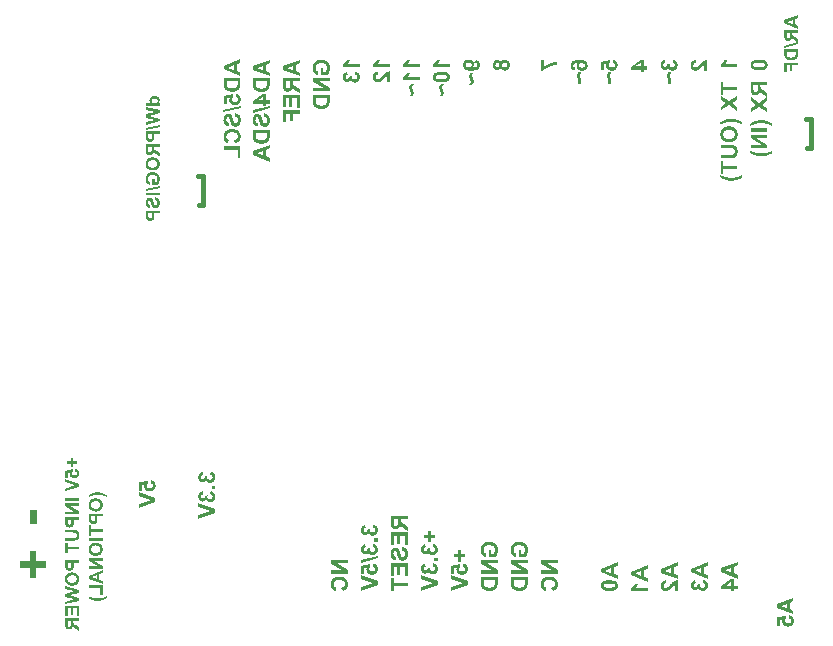
<source format=gbo>
G04*
G04 #@! TF.GenerationSoftware,Altium Limited,Altium Designer,20.1.10 (176)*
G04*
G04 Layer_Color=32896*
%FSLAX44Y44*%
%MOMM*%
G71*
G04*
G04 #@! TF.SameCoordinates,B75F8173-0FE2-46D9-B41C-7FCB152435E8*
G04*
G04*
G04 #@! TF.FilePolarity,Positive*
G04*
G01*
G75*
%ADD10C,0.2000*%
%ADD75C,0.4000*%
G36*
X664750Y34491D02*
X661548Y33323D01*
Y27689D01*
X664750Y26466D01*
Y23360D01*
X650665Y28994D01*
Y32031D01*
X664750Y37500D01*
Y34491D01*
D02*
G37*
G36*
X661452Y22357D02*
X661754Y22288D01*
X662043Y22192D01*
X662318Y22082D01*
X662565Y21972D01*
X662799Y21848D01*
X663005Y21725D01*
X663197Y21601D01*
X663362Y21477D01*
X663513Y21354D01*
X663637Y21244D01*
X663747Y21148D01*
X663829Y21065D01*
X663884Y21010D01*
X663925Y20969D01*
X663939Y20955D01*
X664118Y20722D01*
X664283Y20461D01*
X664420Y20200D01*
X664544Y19938D01*
X664640Y19664D01*
X664723Y19403D01*
X664791Y19141D01*
X664846Y18894D01*
X664901Y18661D01*
X664929Y18454D01*
X664956Y18262D01*
X664970Y18097D01*
Y17960D01*
X664984Y17850D01*
Y17767D01*
X664956Y17328D01*
X664901Y16902D01*
X664819Y16517D01*
X664695Y16146D01*
X664558Y15802D01*
X664393Y15500D01*
X664228Y15211D01*
X664049Y14950D01*
X663884Y14717D01*
X663719Y14524D01*
X663555Y14360D01*
X663417Y14208D01*
X663293Y14098D01*
X663211Y14030D01*
X663142Y13975D01*
X663129Y13961D01*
X662867Y13782D01*
X662606Y13631D01*
X662331Y13494D01*
X662057Y13370D01*
X661796Y13274D01*
X661548Y13191D01*
X661301Y13123D01*
X661054Y13068D01*
X660847Y13027D01*
X660641Y12999D01*
X660463Y12972D01*
X660312Y12958D01*
X660188Y12944D01*
X660105D01*
X660037D01*
X660023D01*
X659638Y12958D01*
X659281Y12999D01*
X658937Y13054D01*
X658608Y13137D01*
X658305Y13233D01*
X658030Y13343D01*
X657769Y13453D01*
X657536Y13563D01*
X657330Y13686D01*
X657151Y13796D01*
X657000Y13906D01*
X656862Y14002D01*
X656766Y14085D01*
X656684Y14140D01*
X656643Y14181D01*
X656629Y14195D01*
X656395Y14428D01*
X656189Y14689D01*
X656011Y14937D01*
X655859Y15198D01*
X655736Y15459D01*
X655626Y15706D01*
X655543Y15954D01*
X655475Y16187D01*
X655420Y16393D01*
X655378Y16599D01*
X655351Y16778D01*
X655323Y16929D01*
Y17053D01*
X655310Y17149D01*
Y17231D01*
X655323Y17589D01*
X655378Y17918D01*
X655461Y18235D01*
X655543Y18509D01*
X655626Y18743D01*
X655667Y18839D01*
X655708Y18922D01*
X655736Y18990D01*
X655763Y19032D01*
X655777Y19059D01*
Y19073D01*
X653372Y18661D01*
Y13563D01*
X650844D01*
Y20694D01*
X658182Y22082D01*
X658498Y19897D01*
X658319Y19719D01*
X658154Y19540D01*
X658017Y19361D01*
X657907Y19183D01*
X657797Y19004D01*
X657714Y18839D01*
X657646Y18674D01*
X657591Y18509D01*
X657550Y18372D01*
X657522Y18235D01*
X657495Y18111D01*
X657481Y18015D01*
X657467Y17932D01*
Y17822D01*
X657481Y17657D01*
X657495Y17493D01*
X657563Y17190D01*
X657673Y16929D01*
X657797Y16709D01*
X657921Y16544D01*
X658017Y16421D01*
X658099Y16338D01*
X658113Y16311D01*
X658127D01*
X658250Y16201D01*
X658401Y16118D01*
X658704Y15967D01*
X659034Y15857D01*
X659350Y15789D01*
X659624Y15747D01*
X659762Y15734D01*
X659858D01*
X659954Y15720D01*
X660023D01*
X660064D01*
X660078D01*
X660325D01*
X660559Y15747D01*
X660779Y15775D01*
X660985Y15816D01*
X661163Y15857D01*
X661328Y15912D01*
X661493Y15954D01*
X661617Y16008D01*
X661741Y16063D01*
X661851Y16118D01*
X661933Y16173D01*
X662016Y16215D01*
X662070Y16256D01*
X662112Y16283D01*
X662125Y16297D01*
X662139Y16311D01*
X662263Y16421D01*
X662359Y16544D01*
X662455Y16668D01*
X662538Y16778D01*
X662661Y17025D01*
X662744Y17245D01*
X662785Y17438D01*
X662812Y17602D01*
X662826Y17657D01*
Y17740D01*
X662799Y18015D01*
X662744Y18262D01*
X662661Y18482D01*
X662565Y18674D01*
X662469Y18825D01*
X662386Y18949D01*
X662331Y19018D01*
X662304Y19045D01*
X662084Y19238D01*
X661851Y19389D01*
X661603Y19499D01*
X661370Y19595D01*
X661163Y19650D01*
X661081Y19677D01*
X660999Y19691D01*
X660930Y19705D01*
X660889Y19719D01*
X660861D01*
X660847D01*
X661136Y22412D01*
X661452Y22357D01*
D02*
G37*
G36*
X24221Y99691D02*
X18097D01*
Y111750D01*
X24221D01*
Y99691D01*
D02*
G37*
G36*
X23816Y68346D02*
X32126D01*
Y62754D01*
X23816D01*
Y54349D01*
X18067D01*
Y62754D01*
X9757D01*
Y68346D01*
X18067D01*
Y76750D01*
X23816D01*
Y68346D01*
D02*
G37*
G36*
X75933Y126739D02*
X76270Y126728D01*
X76943Y126649D01*
X77269Y126604D01*
X77583Y126559D01*
X77886Y126503D01*
X78167Y126436D01*
X78425Y126379D01*
X78650Y126323D01*
X78863Y126278D01*
X79032Y126234D01*
X79177Y126189D01*
X79278Y126155D01*
X79346Y126144D01*
X79357Y126132D01*
X79368D01*
X79728Y126009D01*
X80087Y125874D01*
X80435Y125728D01*
X80772Y125582D01*
X81097Y125425D01*
X81412Y125268D01*
X81703Y125122D01*
X81973Y124976D01*
X82231Y124841D01*
X82456Y124707D01*
X82647Y124594D01*
X82815Y124493D01*
X82950Y124404D01*
X83051Y124347D01*
X83107Y124303D01*
X83129Y124291D01*
Y122776D01*
X82860Y122899D01*
X82602Y123023D01*
X82355Y123124D01*
X82130Y123225D01*
X81928Y123315D01*
X81737Y123393D01*
X81569Y123461D01*
X81412Y123528D01*
X81277Y123584D01*
X81153Y123629D01*
X81063Y123663D01*
X80974Y123696D01*
X80906Y123719D01*
X80861Y123741D01*
X80839Y123752D01*
X80828D01*
X80367Y123898D01*
X79918Y124033D01*
X79481Y124145D01*
X79278Y124190D01*
X79088Y124235D01*
X78919Y124269D01*
X78762Y124303D01*
X78616Y124336D01*
X78493Y124359D01*
X78403Y124381D01*
X78324Y124392D01*
X78279Y124404D01*
X78268D01*
X77763Y124482D01*
X77291Y124538D01*
X77056Y124561D01*
X76842Y124583D01*
X76640Y124594D01*
X76438Y124606D01*
X76270Y124617D01*
X76112Y124628D01*
X75967D01*
X75854Y124639D01*
X75753D01*
X75686D01*
X75641D01*
X75630D01*
X74945Y124617D01*
X74608Y124606D01*
X74294Y124572D01*
X73979Y124550D01*
X73688Y124516D01*
X73418Y124471D01*
X73160Y124437D01*
X72924Y124404D01*
X72722Y124359D01*
X72542Y124325D01*
X72385Y124303D01*
X72262Y124269D01*
X72172Y124258D01*
X72116Y124235D01*
X72093D01*
X71768Y124157D01*
X71442Y124056D01*
X70757Y123831D01*
X70072Y123584D01*
X69747Y123461D01*
X69444Y123337D01*
X69152Y123225D01*
X68882Y123112D01*
X68647Y123012D01*
X68433Y122933D01*
X68276Y122854D01*
X68198Y122821D01*
X68141Y122798D01*
X68097Y122776D01*
X68063Y122765D01*
X68052Y122753D01*
X68040D01*
Y124258D01*
X68613Y124628D01*
X69174Y124965D01*
X69455Y125122D01*
X69724Y125257D01*
X69983Y125392D01*
X70218Y125504D01*
X70443Y125616D01*
X70656Y125706D01*
X70836Y125785D01*
X70993Y125852D01*
X71117Y125908D01*
X71206Y125942D01*
X71262Y125964D01*
X71285Y125975D01*
X71667Y126110D01*
X72048Y126234D01*
X72441Y126335D01*
X72812Y126424D01*
X73182Y126503D01*
X73542Y126559D01*
X73878Y126615D01*
X74193Y126649D01*
X74496Y126683D01*
X74765Y126705D01*
X75001Y126728D01*
X75203Y126739D01*
X75360Y126750D01*
X75428D01*
X75484D01*
X75529D01*
X75562D01*
X75574D01*
X75585D01*
X75933Y126739D01*
D02*
G37*
G36*
X74574Y121518D02*
X75046Y121473D01*
X75484Y121406D01*
X75899Y121305D01*
X76292Y121193D01*
X76640Y121058D01*
X76966Y120923D01*
X77258Y120777D01*
X77516Y120643D01*
X77740Y120508D01*
X77931Y120373D01*
X78088Y120261D01*
X78223Y120160D01*
X78313Y120092D01*
X78358Y120036D01*
X78380Y120025D01*
X78650Y119733D01*
X78897Y119419D01*
X79099Y119082D01*
X79278Y118745D01*
X79436Y118408D01*
X79559Y118072D01*
X79660Y117735D01*
X79750Y117421D01*
X79806Y117117D01*
X79862Y116837D01*
X79896Y116590D01*
X79918Y116376D01*
X79930Y116197D01*
Y116118D01*
X79941Y116062D01*
Y115950D01*
X79918Y115490D01*
X79873Y115052D01*
X79795Y114636D01*
X79694Y114243D01*
X79570Y113884D01*
X79447Y113547D01*
X79301Y113244D01*
X79155Y112975D01*
X79009Y112728D01*
X78863Y112514D01*
X78728Y112324D01*
X78616Y112178D01*
X78515Y112054D01*
X78436Y111964D01*
X78391Y111919D01*
X78369Y111897D01*
X78066Y111628D01*
X77729Y111392D01*
X77381Y111190D01*
X77022Y111010D01*
X76663Y110864D01*
X76303Y110741D01*
X75944Y110640D01*
X75596Y110561D01*
X75282Y110494D01*
X74979Y110449D01*
X74709Y110415D01*
X74473Y110393D01*
X74372Y110381D01*
X74282D01*
X74204Y110370D01*
X74137D01*
X74080D01*
X74047D01*
X74024D01*
X74013D01*
X73497Y110393D01*
X73014Y110437D01*
X72565Y110516D01*
X72138Y110606D01*
X71757Y110729D01*
X71386Y110853D01*
X71060Y110999D01*
X70768Y111133D01*
X70499Y111279D01*
X70275Y111425D01*
X70072Y111549D01*
X69915Y111672D01*
X69792Y111762D01*
X69702Y111841D01*
X69646Y111886D01*
X69623Y111908D01*
X69343Y112200D01*
X69096Y112526D01*
X68894Y112851D01*
X68703Y113188D01*
X68557Y113525D01*
X68422Y113862D01*
X68321Y114199D01*
X68243Y114513D01*
X68175Y114816D01*
X68119Y115085D01*
X68085Y115332D01*
X68063Y115557D01*
X68052Y115725D01*
Y115804D01*
X68040Y115860D01*
Y115972D01*
X68063Y116489D01*
X68085Y116725D01*
X68108Y116960D01*
X68141Y117174D01*
X68186Y117387D01*
X68231Y117578D01*
X68265Y117746D01*
X68310Y117903D01*
X68355Y118049D01*
X68389Y118173D01*
X68433Y118274D01*
X68456Y118352D01*
X68478Y118420D01*
X68501Y118453D01*
Y118465D01*
X68647Y118757D01*
X68804Y119037D01*
X68983Y119295D01*
X69152Y119509D01*
X69298Y119700D01*
X69365Y119778D01*
X69433Y119834D01*
X69478Y119890D01*
X69511Y119924D01*
X69534Y119947D01*
X69545Y119958D01*
X69814Y120194D01*
X70084Y120407D01*
X70353Y120587D01*
X70589Y120744D01*
X70701Y120811D01*
X70802Y120867D01*
X70892Y120912D01*
X70971Y120957D01*
X71027Y120979D01*
X71072Y121002D01*
X71105Y121024D01*
X71117D01*
X71341Y121114D01*
X71588Y121193D01*
X72082Y121327D01*
X72576Y121417D01*
X72812Y121451D01*
X73036Y121473D01*
X73250Y121496D01*
X73452Y121518D01*
X73620Y121530D01*
X73777D01*
X73901Y121541D01*
X73991D01*
X74047D01*
X74069D01*
X74574Y121518D01*
D02*
G37*
G36*
X79750Y106227D02*
X75405D01*
Y104431D01*
X75394Y104173D01*
Y103915D01*
X75383Y103679D01*
X75371Y103466D01*
X75360Y103275D01*
X75338Y103095D01*
X75327Y102927D01*
X75315Y102792D01*
X75293Y102669D01*
X75282Y102556D01*
X75271Y102478D01*
X75259Y102410D01*
Y102354D01*
X75248Y102332D01*
Y102320D01*
X75181Y102096D01*
X75102Y101871D01*
X75023Y101669D01*
X74922Y101490D01*
X74844Y101333D01*
X74777Y101220D01*
X74743Y101175D01*
X74732Y101142D01*
X74709Y101131D01*
Y101119D01*
X74541Y100906D01*
X74361Y100715D01*
X74170Y100547D01*
X73991Y100412D01*
X73822Y100300D01*
X73699Y100210D01*
X73643Y100176D01*
X73609Y100165D01*
X73587Y100142D01*
X73575D01*
X73283Y100008D01*
X72991Y99918D01*
X72688Y99851D01*
X72408Y99795D01*
X72284Y99783D01*
X72161Y99772D01*
X72060Y99761D01*
X71970D01*
X71891Y99750D01*
X71835D01*
X71801D01*
X71790D01*
X71532Y99761D01*
X71296Y99783D01*
X71072Y99817D01*
X70858Y99851D01*
X70656Y99907D01*
X70477Y99963D01*
X70308Y100019D01*
X70151Y100086D01*
X70016Y100154D01*
X69893Y100210D01*
X69792Y100266D01*
X69702Y100322D01*
X69635Y100356D01*
X69590Y100389D01*
X69556Y100412D01*
X69545Y100423D01*
X69388Y100547D01*
X69253Y100681D01*
X69118Y100816D01*
X69006Y100962D01*
X68905Y101097D01*
X68804Y101231D01*
X68658Y101501D01*
X68602Y101613D01*
X68546Y101726D01*
X68512Y101826D01*
X68478Y101905D01*
X68456Y101973D01*
X68433Y102029D01*
X68422Y102062D01*
Y102073D01*
X68389Y102208D01*
X68366Y102377D01*
X68344Y102568D01*
X68321Y102770D01*
X68299Y102994D01*
X68287Y103230D01*
X68265Y103690D01*
X68254Y103915D01*
Y104128D01*
X68243Y104319D01*
Y108551D01*
X79750D01*
Y106227D01*
D02*
G37*
G36*
X70185Y95236D02*
X79750D01*
Y92912D01*
X70185D01*
Y89511D01*
X68243D01*
Y98649D01*
X70185D01*
Y95236D01*
D02*
G37*
G36*
X79750Y85761D02*
X68243D01*
Y88085D01*
X79750D01*
Y85761D01*
D02*
G37*
G36*
X74574Y83998D02*
X75046Y83954D01*
X75484Y83886D01*
X75899Y83785D01*
X76292Y83673D01*
X76640Y83538D01*
X76966Y83403D01*
X77258Y83257D01*
X77516Y83123D01*
X77740Y82988D01*
X77931Y82853D01*
X78088Y82741D01*
X78223Y82640D01*
X78313Y82573D01*
X78358Y82516D01*
X78380Y82505D01*
X78650Y82213D01*
X78897Y81899D01*
X79099Y81562D01*
X79278Y81225D01*
X79436Y80889D01*
X79559Y80552D01*
X79660Y80215D01*
X79750Y79901D01*
X79806Y79598D01*
X79862Y79317D01*
X79896Y79070D01*
X79918Y78857D01*
X79930Y78677D01*
Y78598D01*
X79941Y78542D01*
Y78430D01*
X79918Y77970D01*
X79873Y77532D01*
X79795Y77116D01*
X79694Y76723D01*
X79570Y76364D01*
X79447Y76027D01*
X79301Y75724D01*
X79155Y75455D01*
X79009Y75208D01*
X78863Y74995D01*
X78728Y74804D01*
X78616Y74658D01*
X78515Y74534D01*
X78436Y74444D01*
X78391Y74399D01*
X78369Y74377D01*
X78066Y74107D01*
X77729Y73872D01*
X77381Y73670D01*
X77022Y73490D01*
X76663Y73344D01*
X76303Y73221D01*
X75944Y73120D01*
X75596Y73041D01*
X75282Y72974D01*
X74979Y72929D01*
X74709Y72895D01*
X74473Y72873D01*
X74372Y72861D01*
X74282D01*
X74204Y72850D01*
X74137D01*
X74080D01*
X74047D01*
X74024D01*
X74013D01*
X73497Y72873D01*
X73014Y72917D01*
X72565Y72996D01*
X72138Y73086D01*
X71757Y73209D01*
X71386Y73333D01*
X71060Y73479D01*
X70768Y73614D01*
X70499Y73759D01*
X70275Y73906D01*
X70072Y74029D01*
X69915Y74152D01*
X69792Y74242D01*
X69702Y74321D01*
X69646Y74366D01*
X69623Y74388D01*
X69343Y74680D01*
X69096Y75006D01*
X68894Y75331D01*
X68703Y75668D01*
X68557Y76005D01*
X68422Y76342D01*
X68321Y76679D01*
X68243Y76993D01*
X68175Y77296D01*
X68119Y77565D01*
X68085Y77812D01*
X68063Y78037D01*
X68052Y78205D01*
Y78284D01*
X68040Y78340D01*
Y78452D01*
X68063Y78969D01*
X68085Y79205D01*
X68108Y79440D01*
X68141Y79654D01*
X68186Y79867D01*
X68231Y80058D01*
X68265Y80226D01*
X68310Y80383D01*
X68355Y80529D01*
X68389Y80653D01*
X68433Y80754D01*
X68456Y80832D01*
X68478Y80900D01*
X68501Y80933D01*
Y80945D01*
X68647Y81237D01*
X68804Y81517D01*
X68983Y81776D01*
X69152Y81989D01*
X69298Y82180D01*
X69365Y82258D01*
X69433Y82314D01*
X69478Y82371D01*
X69511Y82404D01*
X69534Y82427D01*
X69545Y82438D01*
X69814Y82674D01*
X70084Y82887D01*
X70353Y83067D01*
X70589Y83224D01*
X70701Y83291D01*
X70802Y83347D01*
X70892Y83392D01*
X70971Y83437D01*
X71027Y83460D01*
X71072Y83482D01*
X71105Y83504D01*
X71117D01*
X71341Y83594D01*
X71588Y83673D01*
X72082Y83807D01*
X72576Y83897D01*
X72812Y83931D01*
X73036Y83954D01*
X73250Y83976D01*
X73452Y83998D01*
X73620Y84010D01*
X73777D01*
X73901Y84021D01*
X73991D01*
X74047D01*
X74069D01*
X74574Y83998D01*
D02*
G37*
G36*
X79750Y68876D02*
X72217D01*
X79750Y64228D01*
Y61893D01*
X68243D01*
Y64048D01*
X75944D01*
X68243Y68775D01*
Y71031D01*
X79750D01*
Y68876D01*
D02*
G37*
G36*
Y58143D02*
X77134Y57189D01*
Y52586D01*
X79750Y51587D01*
Y49049D01*
X68243Y53652D01*
Y56133D01*
X79750Y60602D01*
Y58143D01*
D02*
G37*
G36*
Y39653D02*
X77808D01*
Y45434D01*
X68332D01*
Y47758D01*
X79750D01*
Y39653D01*
D02*
G37*
G36*
X68478Y38451D02*
X68894Y38272D01*
X69298Y38114D01*
X69679Y37957D01*
X70039Y37822D01*
X70364Y37710D01*
X70679Y37598D01*
X70959Y37508D01*
X71218Y37430D01*
X71442Y37351D01*
X71633Y37295D01*
X71790Y37250D01*
X71925Y37216D01*
X72015Y37194D01*
X72071Y37171D01*
X72093D01*
X72722Y37037D01*
X73351Y36936D01*
X73654Y36902D01*
X73946Y36868D01*
X74226Y36835D01*
X74485Y36812D01*
X74732Y36801D01*
X74956Y36790D01*
X75147Y36778D01*
X75315D01*
X75450Y36767D01*
X75551D01*
X75607D01*
X75630D01*
X75967D01*
X76303Y36790D01*
X76606Y36801D01*
X76876Y36823D01*
X76988Y36835D01*
X77101Y36846D01*
X77190Y36857D01*
X77269D01*
X77336Y36868D01*
X77381Y36879D01*
X77415D01*
X77426D01*
X77752Y36924D01*
X78077Y36981D01*
X78391Y37037D01*
X78672Y37093D01*
X78796Y37115D01*
X78919Y37138D01*
X79020Y37160D01*
X79099Y37183D01*
X79177Y37194D01*
X79222Y37205D01*
X79256Y37216D01*
X79267D01*
X79615Y37306D01*
X79941Y37385D01*
X80233Y37475D01*
X80367Y37508D01*
X80480Y37542D01*
X80592Y37587D01*
X80693Y37609D01*
X80772Y37643D01*
X80839Y37665D01*
X80895Y37688D01*
X80940Y37699D01*
X80962Y37710D01*
X80974D01*
X81120Y37766D01*
X81277Y37822D01*
X81625Y37968D01*
X81984Y38114D01*
X82332Y38260D01*
X82500Y38339D01*
X82647Y38406D01*
X82781Y38463D01*
X82893Y38519D01*
X82994Y38563D01*
X83062Y38586D01*
X83118Y38608D01*
X83129Y38620D01*
Y37093D01*
X82747Y36846D01*
X82366Y36621D01*
X81984Y36419D01*
X81614Y36228D01*
X81254Y36049D01*
X80918Y35891D01*
X80592Y35757D01*
X80289Y35622D01*
X80008Y35510D01*
X79750Y35420D01*
X79537Y35341D01*
X79346Y35274D01*
X79189Y35229D01*
X79076Y35184D01*
X79043Y35173D01*
X79009D01*
X78998Y35162D01*
X78987D01*
X78639Y35072D01*
X78291Y34993D01*
X77965Y34926D01*
X77639Y34859D01*
X77336Y34814D01*
X77044Y34769D01*
X76764Y34735D01*
X76517Y34713D01*
X76281Y34690D01*
X76079Y34668D01*
X75899Y34657D01*
X75742D01*
X75630Y34645D01*
X75540D01*
X75484D01*
X75461D01*
X75102Y34657D01*
X74743Y34679D01*
X74384Y34701D01*
X74047Y34746D01*
X73710Y34802D01*
X73396Y34859D01*
X73092Y34915D01*
X72823Y34971D01*
X72565Y35038D01*
X72329Y35094D01*
X72127Y35151D01*
X71959Y35207D01*
X71824Y35252D01*
X71723Y35274D01*
X71656Y35296D01*
X71633Y35308D01*
X71285Y35431D01*
X70937Y35577D01*
X70600Y35723D01*
X70275Y35869D01*
X69960Y36015D01*
X69657Y36172D01*
X69388Y36318D01*
X69129Y36464D01*
X68894Y36599D01*
X68680Y36734D01*
X68489Y36846D01*
X68332Y36947D01*
X68209Y37025D01*
X68119Y37082D01*
X68063Y37127D01*
X68040Y37138D01*
Y38642D01*
X68478Y38451D01*
D02*
G37*
G36*
X55102Y152730D02*
X58088D01*
Y150720D01*
X55102D01*
Y147700D01*
X53036D01*
Y150720D01*
X50050D01*
Y152730D01*
X53036D01*
Y155750D01*
X55102D01*
Y152730D01*
D02*
G37*
G36*
X57056Y146263D02*
X57303Y146207D01*
X57538Y146129D01*
X57763Y146039D01*
X57965Y145949D01*
X58156Y145848D01*
X58324Y145747D01*
X58481Y145646D01*
X58616Y145545D01*
X58740Y145444D01*
X58841Y145354D01*
X58930Y145275D01*
X58998Y145208D01*
X59043Y145163D01*
X59076Y145129D01*
X59088Y145118D01*
X59234Y144927D01*
X59368Y144714D01*
X59481Y144501D01*
X59582Y144287D01*
X59660Y144063D01*
X59728Y143850D01*
X59784Y143636D01*
X59829Y143434D01*
X59873Y143243D01*
X59896Y143075D01*
X59918Y142918D01*
X59930Y142783D01*
Y142671D01*
X59941Y142581D01*
Y142514D01*
X59918Y142154D01*
X59873Y141806D01*
X59806Y141492D01*
X59705Y141189D01*
X59593Y140908D01*
X59458Y140661D01*
X59323Y140425D01*
X59177Y140212D01*
X59043Y140021D01*
X58908Y139864D01*
X58773Y139729D01*
X58661Y139606D01*
X58560Y139516D01*
X58493Y139460D01*
X58436Y139415D01*
X58425Y139404D01*
X58212Y139258D01*
X57999Y139134D01*
X57774Y139022D01*
X57550Y138921D01*
X57336Y138842D01*
X57134Y138775D01*
X56932Y138719D01*
X56730Y138674D01*
X56562Y138640D01*
X56393Y138618D01*
X56247Y138595D01*
X56124Y138584D01*
X56023Y138573D01*
X55955D01*
X55899D01*
X55888D01*
X55574Y138584D01*
X55282Y138618D01*
X55001Y138663D01*
X54732Y138730D01*
X54485Y138809D01*
X54260Y138899D01*
X54047Y138988D01*
X53856Y139078D01*
X53688Y139179D01*
X53542Y139269D01*
X53418Y139359D01*
X53306Y139437D01*
X53227Y139505D01*
X53160Y139550D01*
X53126Y139583D01*
X53115Y139595D01*
X52924Y139785D01*
X52756Y139999D01*
X52610Y140201D01*
X52486Y140414D01*
X52385Y140627D01*
X52295Y140830D01*
X52228Y141032D01*
X52172Y141222D01*
X52127Y141391D01*
X52093Y141559D01*
X52071Y141705D01*
X52048Y141829D01*
Y141930D01*
X52037Y142008D01*
Y142076D01*
X52048Y142368D01*
X52093Y142637D01*
X52161Y142895D01*
X52228Y143120D01*
X52295Y143311D01*
X52329Y143389D01*
X52363Y143457D01*
X52385Y143513D01*
X52408Y143546D01*
X52419Y143569D01*
Y143580D01*
X50454Y143243D01*
Y139078D01*
X48389D01*
Y144905D01*
X54384Y146039D01*
X54642Y144254D01*
X54496Y144108D01*
X54361Y143962D01*
X54249Y143816D01*
X54159Y143670D01*
X54069Y143524D01*
X54002Y143389D01*
X53946Y143255D01*
X53901Y143120D01*
X53867Y143008D01*
X53845Y142895D01*
X53822Y142794D01*
X53811Y142716D01*
X53800Y142648D01*
Y142558D01*
X53811Y142424D01*
X53822Y142289D01*
X53878Y142042D01*
X53968Y141829D01*
X54069Y141649D01*
X54170Y141514D01*
X54249Y141413D01*
X54316Y141346D01*
X54328Y141323D01*
X54339D01*
X54440Y141234D01*
X54563Y141166D01*
X54810Y141043D01*
X55080Y140953D01*
X55338Y140897D01*
X55562Y140863D01*
X55675Y140852D01*
X55753D01*
X55832Y140841D01*
X55888D01*
X55922D01*
X55933D01*
X56135D01*
X56326Y140863D01*
X56505Y140886D01*
X56674Y140919D01*
X56820Y140953D01*
X56954Y140998D01*
X57089Y141032D01*
X57190Y141077D01*
X57291Y141122D01*
X57381Y141166D01*
X57449Y141211D01*
X57516Y141245D01*
X57561Y141279D01*
X57594Y141301D01*
X57606Y141312D01*
X57617Y141323D01*
X57718Y141413D01*
X57797Y141514D01*
X57875Y141615D01*
X57943Y141705D01*
X58043Y141907D01*
X58111Y142087D01*
X58145Y142244D01*
X58167Y142379D01*
X58178Y142424D01*
Y142491D01*
X58156Y142716D01*
X58111Y142918D01*
X58043Y143097D01*
X57965Y143255D01*
X57886Y143378D01*
X57819Y143479D01*
X57774Y143535D01*
X57752Y143558D01*
X57572Y143715D01*
X57381Y143838D01*
X57179Y143928D01*
X56988Y144007D01*
X56820Y144052D01*
X56752Y144074D01*
X56685Y144085D01*
X56629Y144097D01*
X56595Y144108D01*
X56573D01*
X56562D01*
X56797Y146308D01*
X57056Y146263D01*
D02*
G37*
G36*
X59750Y133992D02*
Y131489D01*
X48243Y127369D01*
Y129838D01*
X56764Y132668D01*
X48243Y135575D01*
Y138090D01*
X59750Y133992D01*
D02*
G37*
G36*
Y119476D02*
X48243D01*
Y121800D01*
X59750D01*
Y119476D01*
D02*
G37*
G36*
Y115098D02*
X52217D01*
X59750Y110450D01*
Y108115D01*
X48243D01*
Y110270D01*
X55944D01*
X48243Y114997D01*
Y117253D01*
X59750D01*
Y115098D01*
D02*
G37*
G36*
Y103321D02*
X55405D01*
Y101524D01*
X55394Y101266D01*
Y101008D01*
X55383Y100772D01*
X55371Y100559D01*
X55360Y100368D01*
X55338Y100189D01*
X55327Y100020D01*
X55315Y99885D01*
X55293Y99762D01*
X55282Y99650D01*
X55271Y99571D01*
X55259Y99504D01*
Y99448D01*
X55248Y99425D01*
Y99414D01*
X55181Y99189D01*
X55102Y98965D01*
X55023Y98763D01*
X54922Y98583D01*
X54844Y98426D01*
X54777Y98314D01*
X54743Y98269D01*
X54732Y98235D01*
X54709Y98224D01*
Y98213D01*
X54541Y97999D01*
X54361Y97809D01*
X54170Y97640D01*
X53991Y97505D01*
X53822Y97393D01*
X53699Y97303D01*
X53643Y97270D01*
X53609Y97258D01*
X53587Y97236D01*
X53575D01*
X53283Y97101D01*
X52991Y97011D01*
X52688Y96944D01*
X52408Y96888D01*
X52284Y96877D01*
X52161Y96865D01*
X52060Y96854D01*
X51970D01*
X51891Y96843D01*
X51835D01*
X51801D01*
X51790D01*
X51532Y96854D01*
X51296Y96877D01*
X51072Y96910D01*
X50858Y96944D01*
X50656Y97000D01*
X50477Y97056D01*
X50308Y97112D01*
X50151Y97180D01*
X50016Y97247D01*
X49893Y97303D01*
X49792Y97359D01*
X49702Y97416D01*
X49635Y97449D01*
X49590Y97483D01*
X49556Y97505D01*
X49545Y97517D01*
X49388Y97640D01*
X49253Y97775D01*
X49118Y97909D01*
X49006Y98055D01*
X48905Y98190D01*
X48804Y98325D01*
X48658Y98594D01*
X48602Y98707D01*
X48546Y98819D01*
X48512Y98920D01*
X48478Y98998D01*
X48456Y99066D01*
X48433Y99122D01*
X48422Y99156D01*
Y99167D01*
X48389Y99302D01*
X48366Y99470D01*
X48344Y99661D01*
X48321Y99863D01*
X48299Y100087D01*
X48287Y100323D01*
X48265Y100784D01*
X48254Y101008D01*
Y101221D01*
X48243Y101412D01*
Y105645D01*
X59750D01*
Y103321D01*
D02*
G37*
G36*
X55068Y94934D02*
X55371Y94923D01*
X55652Y94912D01*
X55910Y94889D01*
X56157Y94878D01*
X56371Y94856D01*
X56562Y94833D01*
X56741Y94811D01*
X56887Y94789D01*
X57011Y94777D01*
X57123Y94755D01*
X57201Y94743D01*
X57258Y94732D01*
X57291Y94721D01*
X57303D01*
X57550Y94642D01*
X57785Y94553D01*
X57999Y94440D01*
X58190Y94339D01*
X58347Y94238D01*
X58470Y94149D01*
X58526Y94115D01*
X58549Y94092D01*
X58571Y94070D01*
X58582D01*
X58796Y93868D01*
X58987Y93654D01*
X59166Y93430D01*
X59301Y93217D01*
X59413Y93026D01*
X59458Y92947D01*
X59503Y92869D01*
X59525Y92812D01*
X59548Y92768D01*
X59570Y92745D01*
Y92734D01*
X59638Y92566D01*
X59694Y92386D01*
X59739Y92184D01*
X59784Y91982D01*
X59851Y91566D01*
X59896Y91162D01*
X59907Y90971D01*
X59918Y90792D01*
X59930Y90634D01*
Y90500D01*
X59941Y90388D01*
Y89983D01*
X59930Y89736D01*
X59907Y89512D01*
X59885Y89310D01*
X59862Y89108D01*
X59829Y88928D01*
X59795Y88760D01*
X59761Y88614D01*
X59739Y88479D01*
X59705Y88356D01*
X59671Y88254D01*
X59649Y88176D01*
X59626Y88109D01*
X59604Y88052D01*
X59593Y88030D01*
Y88019D01*
X59458Y87716D01*
X59301Y87446D01*
X59144Y87210D01*
X58998Y87020D01*
X58863Y86862D01*
X58762Y86750D01*
X58717Y86716D01*
X58683Y86683D01*
X58672Y86660D01*
X58661D01*
X58425Y86481D01*
X58178Y86335D01*
X57943Y86222D01*
X57718Y86121D01*
X57516Y86054D01*
X57426Y86020D01*
X57359Y85998D01*
X57291Y85987D01*
X57246Y85975D01*
X57224Y85964D01*
X57213D01*
X57044Y85931D01*
X56842Y85897D01*
X56629Y85874D01*
X56393Y85852D01*
X55910Y85818D01*
X55428Y85796D01*
X55203Y85785D01*
X54990D01*
X54799Y85773D01*
X54631D01*
X54485D01*
X54384D01*
X54316D01*
X54294D01*
X48243D01*
Y88097D01*
X54608D01*
X54855D01*
X55091D01*
X55293Y88109D01*
X55495Y88120D01*
X55675D01*
X55832Y88131D01*
X55978Y88142D01*
X56101Y88153D01*
X56214Y88165D01*
X56315Y88176D01*
X56393Y88187D01*
X56460D01*
X56505Y88198D01*
X56539Y88210D01*
X56562D01*
X56573D01*
X56786Y88266D01*
X56977Y88344D01*
X57145Y88445D01*
X57280Y88546D01*
X57404Y88647D01*
X57493Y88737D01*
X57538Y88793D01*
X57561Y88805D01*
Y88816D01*
X57628Y88917D01*
X57695Y89018D01*
X57785Y89254D01*
X57853Y89501D01*
X57909Y89736D01*
X57931Y89961D01*
X57943Y90051D01*
Y90141D01*
X57954Y90208D01*
Y90298D01*
X57931Y90646D01*
X57886Y90949D01*
X57819Y91218D01*
X57785Y91331D01*
X57740Y91432D01*
X57695Y91522D01*
X57662Y91611D01*
X57628Y91679D01*
X57594Y91735D01*
X57561Y91780D01*
X57550Y91813D01*
X57527Y91825D01*
Y91836D01*
X57359Y92027D01*
X57168Y92184D01*
X56977Y92307D01*
X56797Y92397D01*
X56640Y92465D01*
X56505Y92509D01*
X56460Y92521D01*
X56427Y92532D01*
X56404Y92543D01*
X56393D01*
X56303Y92554D01*
X56180Y92566D01*
X56056Y92577D01*
X55910Y92588D01*
X55596Y92599D01*
X55271Y92611D01*
X55113D01*
X54967Y92622D01*
X54833D01*
X54709D01*
X54608D01*
X54541D01*
X54485D01*
X54473D01*
X48243D01*
Y94946D01*
X54384D01*
X54732D01*
X55068Y94934D01*
D02*
G37*
G36*
X50185Y80721D02*
X59750D01*
Y78397D01*
X50185D01*
Y74996D01*
X48243D01*
Y84134D01*
X50185D01*
Y80721D01*
D02*
G37*
G36*
X59750Y66699D02*
X55405D01*
Y64903D01*
X55394Y64644D01*
Y64386D01*
X55383Y64151D01*
X55371Y63937D01*
X55360Y63746D01*
X55338Y63567D01*
X55327Y63398D01*
X55315Y63264D01*
X55293Y63140D01*
X55282Y63028D01*
X55271Y62949D01*
X55259Y62882D01*
Y62826D01*
X55248Y62803D01*
Y62792D01*
X55181Y62568D01*
X55102Y62343D01*
X55023Y62141D01*
X54922Y61961D01*
X54844Y61804D01*
X54777Y61692D01*
X54743Y61647D01*
X54732Y61613D01*
X54709Y61602D01*
Y61591D01*
X54541Y61378D01*
X54361Y61187D01*
X54170Y61018D01*
X53991Y60883D01*
X53822Y60771D01*
X53699Y60681D01*
X53643Y60648D01*
X53609Y60637D01*
X53587Y60614D01*
X53575D01*
X53283Y60479D01*
X52991Y60389D01*
X52688Y60322D01*
X52408Y60266D01*
X52284Y60255D01*
X52161Y60244D01*
X52060Y60232D01*
X51970D01*
X51891Y60221D01*
X51835D01*
X51801D01*
X51790D01*
X51532Y60232D01*
X51296Y60255D01*
X51072Y60289D01*
X50858Y60322D01*
X50656Y60378D01*
X50477Y60434D01*
X50308Y60491D01*
X50151Y60558D01*
X50016Y60625D01*
X49893Y60681D01*
X49792Y60738D01*
X49702Y60794D01*
X49635Y60827D01*
X49590Y60861D01*
X49556Y60883D01*
X49545Y60895D01*
X49388Y61018D01*
X49253Y61153D01*
X49118Y61288D01*
X49006Y61434D01*
X48905Y61568D01*
X48804Y61703D01*
X48658Y61972D01*
X48602Y62085D01*
X48546Y62197D01*
X48512Y62298D01*
X48478Y62377D01*
X48456Y62444D01*
X48433Y62500D01*
X48422Y62534D01*
Y62545D01*
X48389Y62680D01*
X48366Y62848D01*
X48344Y63039D01*
X48321Y63241D01*
X48299Y63466D01*
X48287Y63701D01*
X48265Y64162D01*
X48254Y64386D01*
Y64600D01*
X48243Y64790D01*
Y69023D01*
X59750D01*
Y66699D01*
D02*
G37*
G36*
X54574Y58762D02*
X55046Y58717D01*
X55484Y58649D01*
X55899Y58548D01*
X56292Y58436D01*
X56640Y58301D01*
X56966Y58167D01*
X57258Y58021D01*
X57516Y57886D01*
X57740Y57751D01*
X57931Y57617D01*
X58088Y57504D01*
X58223Y57403D01*
X58313Y57336D01*
X58358Y57280D01*
X58380Y57269D01*
X58650Y56977D01*
X58897Y56662D01*
X59099Y56325D01*
X59278Y55989D01*
X59436Y55652D01*
X59559Y55315D01*
X59660Y54978D01*
X59750Y54664D01*
X59806Y54361D01*
X59862Y54080D01*
X59896Y53833D01*
X59918Y53620D01*
X59930Y53440D01*
Y53362D01*
X59941Y53305D01*
Y53193D01*
X59918Y52733D01*
X59873Y52295D01*
X59795Y51880D01*
X59694Y51487D01*
X59570Y51127D01*
X59447Y50791D01*
X59301Y50487D01*
X59155Y50218D01*
X59009Y49971D01*
X58863Y49758D01*
X58728Y49567D01*
X58616Y49421D01*
X58515Y49297D01*
X58436Y49208D01*
X58392Y49163D01*
X58369Y49140D01*
X58066Y48871D01*
X57729Y48635D01*
X57381Y48433D01*
X57022Y48253D01*
X56663Y48107D01*
X56303Y47984D01*
X55944Y47883D01*
X55596Y47804D01*
X55282Y47737D01*
X54979Y47692D01*
X54709Y47658D01*
X54473Y47636D01*
X54372Y47625D01*
X54282D01*
X54204Y47613D01*
X54137D01*
X54081D01*
X54047D01*
X54024D01*
X54013D01*
X53497Y47636D01*
X53014Y47681D01*
X52565Y47759D01*
X52138Y47849D01*
X51757Y47973D01*
X51386Y48096D01*
X51061Y48242D01*
X50769Y48377D01*
X50499Y48523D01*
X50275Y48669D01*
X50072Y48792D01*
X49915Y48916D01*
X49792Y49006D01*
X49702Y49084D01*
X49646Y49129D01*
X49623Y49152D01*
X49343Y49443D01*
X49096Y49769D01*
X48894Y50095D01*
X48703Y50431D01*
X48557Y50768D01*
X48422Y51105D01*
X48321Y51442D01*
X48243Y51756D01*
X48175Y52059D01*
X48119Y52329D01*
X48085Y52576D01*
X48063Y52800D01*
X48052Y52969D01*
Y53047D01*
X48040Y53103D01*
Y53216D01*
X48063Y53732D01*
X48085Y53968D01*
X48108Y54204D01*
X48141Y54417D01*
X48186Y54630D01*
X48231Y54821D01*
X48265Y54990D01*
X48310Y55147D01*
X48355Y55293D01*
X48389Y55416D01*
X48433Y55517D01*
X48456Y55596D01*
X48478Y55663D01*
X48501Y55697D01*
Y55708D01*
X48647Y56000D01*
X48804Y56280D01*
X48983Y56539D01*
X49152Y56752D01*
X49298Y56943D01*
X49365Y57021D01*
X49433Y57078D01*
X49478Y57134D01*
X49511Y57167D01*
X49534Y57190D01*
X49545Y57201D01*
X49814Y57437D01*
X50084Y57650D01*
X50353Y57830D01*
X50589Y57987D01*
X50701Y58054D01*
X50802Y58110D01*
X50892Y58155D01*
X50971Y58200D01*
X51027Y58223D01*
X51072Y58245D01*
X51105Y58268D01*
X51117D01*
X51341Y58358D01*
X51588Y58436D01*
X52082Y58571D01*
X52576Y58661D01*
X52812Y58694D01*
X53036Y58717D01*
X53250Y58739D01*
X53452Y58762D01*
X53620Y58773D01*
X53777D01*
X53901Y58784D01*
X53991D01*
X54047D01*
X54069D01*
X54574Y58762D01*
D02*
G37*
G36*
X59750Y44189D02*
Y41652D01*
X51150Y39373D01*
X59750Y37083D01*
Y34613D01*
X48243Y31817D01*
Y34164D01*
X56281Y35926D01*
X48243Y37947D01*
Y40709D01*
X56157Y42808D01*
X48243Y44537D01*
Y46917D01*
X59750Y44189D01*
D02*
G37*
G36*
Y21870D02*
X57808D01*
Y28292D01*
X54675D01*
Y22522D01*
X52733D01*
Y28292D01*
X50185D01*
Y22095D01*
X48243D01*
Y30616D01*
X59750D01*
Y21870D01*
D02*
G37*
G36*
Y17571D02*
X54945D01*
Y16830D01*
X54967Y16583D01*
X54990Y16380D01*
X55012Y16212D01*
X55035Y16089D01*
X55057Y15999D01*
X55068Y15954D01*
X55080Y15931D01*
X55136Y15797D01*
X55214Y15662D01*
X55293Y15550D01*
X55371Y15449D01*
X55450Y15359D01*
X55506Y15292D01*
X55551Y15247D01*
X55562Y15235D01*
X55641Y15168D01*
X55731Y15089D01*
X55843Y15000D01*
X55967Y14910D01*
X56247Y14708D01*
X56539Y14506D01*
X56809Y14315D01*
X56921Y14225D01*
X57033Y14158D01*
X57123Y14101D01*
X57190Y14045D01*
X57235Y14023D01*
X57246Y14012D01*
X59750Y12339D01*
Y9555D01*
X57505Y10969D01*
X57258Y11115D01*
X57044Y11261D01*
X56831Y11396D01*
X56651Y11530D01*
X56483Y11643D01*
X56326Y11755D01*
X56191Y11856D01*
X56068Y11946D01*
X55967Y12025D01*
X55877Y12092D01*
X55809Y12159D01*
X55742Y12204D01*
X55697Y12238D01*
X55663Y12271D01*
X55652Y12283D01*
X55641Y12294D01*
X55450Y12485D01*
X55271Y12687D01*
X55102Y12900D01*
X54956Y13091D01*
X54844Y13271D01*
X54788Y13338D01*
X54754Y13405D01*
X54720Y13462D01*
X54698Y13495D01*
X54675Y13518D01*
Y13529D01*
X54631Y13248D01*
X54563Y12990D01*
X54496Y12754D01*
X54417Y12530D01*
X54328Y12328D01*
X54238Y12137D01*
X54148Y11968D01*
X54058Y11822D01*
X53968Y11688D01*
X53890Y11575D01*
X53811Y11474D01*
X53744Y11396D01*
X53688Y11328D01*
X53643Y11284D01*
X53620Y11261D01*
X53609Y11250D01*
X53440Y11115D01*
X53272Y11003D01*
X53104Y10891D01*
X52924Y10812D01*
X52744Y10733D01*
X52565Y10677D01*
X52228Y10576D01*
X52071Y10554D01*
X51925Y10531D01*
X51801Y10509D01*
X51689Y10498D01*
X51599Y10486D01*
X51532D01*
X51487D01*
X51476D01*
X51285D01*
X51105Y10509D01*
X50757Y10565D01*
X50454Y10644D01*
X50319Y10689D01*
X50185Y10733D01*
X50072Y10790D01*
X49971Y10834D01*
X49882Y10879D01*
X49803Y10913D01*
X49747Y10947D01*
X49702Y10969D01*
X49680Y10980D01*
X49668Y10992D01*
X49522Y11093D01*
X49388Y11194D01*
X49163Y11418D01*
X48961Y11643D01*
X48815Y11856D01*
X48703Y12047D01*
X48658Y12126D01*
X48613Y12204D01*
X48591Y12260D01*
X48568Y12305D01*
X48557Y12328D01*
Y12339D01*
X48501Y12507D01*
X48456Y12687D01*
X48411Y12889D01*
X48377Y13102D01*
X48321Y13551D01*
X48276Y13989D01*
X48265Y14191D01*
X48254Y14382D01*
Y14562D01*
X48243Y14708D01*
Y19894D01*
X59750D01*
Y17571D01*
D02*
G37*
G36*
X171586Y143935D02*
X171888Y143866D01*
X172177Y143784D01*
X172452Y143688D01*
X172713Y143564D01*
X172946Y143454D01*
X173166Y143317D01*
X173359Y143193D01*
X173537Y143069D01*
X173689Y142946D01*
X173812Y142849D01*
X173922Y142739D01*
X174018Y142657D01*
X174073Y142602D01*
X174114Y142561D01*
X174128Y142547D01*
X174321Y142300D01*
X174486Y142052D01*
X174637Y141778D01*
X174760Y141517D01*
X174870Y141255D01*
X174953Y140981D01*
X175035Y140733D01*
X175090Y140486D01*
X175131Y140252D01*
X175173Y140046D01*
X175200Y139854D01*
X175214Y139689D01*
Y139551D01*
X175228Y139455D01*
Y139373D01*
X175214Y139002D01*
X175173Y138645D01*
X175104Y138315D01*
X175021Y137999D01*
X174925Y137696D01*
X174815Y137422D01*
X174692Y137161D01*
X174568Y136927D01*
X174458Y136721D01*
X174334Y136542D01*
X174224Y136377D01*
X174128Y136254D01*
X174046Y136144D01*
X173977Y136061D01*
X173936Y136020D01*
X173922Y136006D01*
X173675Y135773D01*
X173414Y135553D01*
X173153Y135374D01*
X172878Y135223D01*
X172617Y135086D01*
X172356Y134976D01*
X172095Y134893D01*
X171861Y134811D01*
X171627Y134756D01*
X171421Y134714D01*
X171243Y134687D01*
X171078Y134673D01*
X170954Y134660D01*
X170858Y134646D01*
X170789D01*
X170775D01*
X170542Y134660D01*
X170308Y134673D01*
X169896Y134756D01*
X169525Y134879D01*
X169360Y134948D01*
X169209Y135003D01*
X169071Y135072D01*
X168948Y135140D01*
X168838Y135209D01*
X168755Y135264D01*
X168687Y135305D01*
X168632Y135347D01*
X168604Y135360D01*
X168591Y135374D01*
X168426Y135512D01*
X168274Y135663D01*
X168151Y135814D01*
X168027Y135979D01*
X167821Y136295D01*
X167670Y136597D01*
X167560Y136872D01*
X167519Y136996D01*
X167491Y137092D01*
X167464Y137188D01*
X167450Y137243D01*
X167436Y137284D01*
Y137298D01*
X167216Y136941D01*
X166983Y136625D01*
X166749Y136350D01*
X166502Y136116D01*
X166255Y135924D01*
X166007Y135759D01*
X165760Y135622D01*
X165540Y135512D01*
X165320Y135429D01*
X165114Y135374D01*
X164935Y135319D01*
X164770Y135292D01*
X164647Y135278D01*
X164550Y135264D01*
X164496D01*
X164468D01*
X164221Y135278D01*
X163987Y135305D01*
X163767Y135360D01*
X163547Y135415D01*
X163149Y135580D01*
X162970Y135663D01*
X162805Y135759D01*
X162654Y135855D01*
X162530Y135938D01*
X162407Y136020D01*
X162311Y136102D01*
X162242Y136157D01*
X162173Y136212D01*
X162146Y136240D01*
X162132Y136254D01*
X161912Y136487D01*
X161706Y136735D01*
X161541Y136996D01*
X161390Y137257D01*
X161266Y137531D01*
X161170Y137793D01*
X161088Y138054D01*
X161019Y138301D01*
X160964Y138548D01*
X160923Y138755D01*
X160895Y138961D01*
X160868Y139125D01*
Y139263D01*
X160854Y139373D01*
Y139455D01*
X160868Y139881D01*
X160923Y140266D01*
X160991Y140623D01*
X161074Y140926D01*
X161115Y141063D01*
X161156Y141187D01*
X161198Y141297D01*
X161225Y141379D01*
X161253Y141448D01*
X161280Y141503D01*
X161294Y141530D01*
Y141544D01*
X161472Y141874D01*
X161665Y142162D01*
X161871Y142423D01*
X162063Y142630D01*
X162242Y142795D01*
X162379Y142918D01*
X162434Y142959D01*
X162462Y142987D01*
X162489Y143014D01*
X162503D01*
X162805Y143193D01*
X163149Y143358D01*
X163492Y143482D01*
X163808Y143591D01*
X163960Y143633D01*
X164111Y143674D01*
X164235Y143715D01*
X164344Y143743D01*
X164427Y143756D01*
X164496Y143770D01*
X164537Y143784D01*
X164550D01*
X164963Y141297D01*
X164633Y141242D01*
X164358Y141159D01*
X164111Y141063D01*
X163918Y140967D01*
X163767Y140871D01*
X163644Y140788D01*
X163589Y140733D01*
X163561Y140706D01*
X163396Y140513D01*
X163286Y140307D01*
X163204Y140115D01*
X163135Y139923D01*
X163108Y139771D01*
X163094Y139634D01*
X163080Y139551D01*
Y139524D01*
X163094Y139277D01*
X163149Y139057D01*
X163218Y138864D01*
X163286Y138700D01*
X163369Y138562D01*
X163438Y138480D01*
X163492Y138411D01*
X163506Y138397D01*
X163671Y138260D01*
X163864Y138150D01*
X164056Y138081D01*
X164235Y138026D01*
X164399Y137999D01*
X164523Y137971D01*
X164578D01*
X164619D01*
X164633D01*
X164647D01*
X164935Y137999D01*
X165196Y138067D01*
X165430Y138150D01*
X165622Y138260D01*
X165774Y138370D01*
X165883Y138452D01*
X165952Y138521D01*
X165980Y138548D01*
X166145Y138782D01*
X166268Y139057D01*
X166351Y139332D01*
X166406Y139607D01*
X166433Y139840D01*
X166447Y139950D01*
Y140225D01*
X168645Y140513D01*
X168577Y140252D01*
X168522Y140019D01*
X168494Y139813D01*
X168467Y139634D01*
X168453Y139483D01*
X168439Y139387D01*
Y139139D01*
X168467Y139002D01*
X168535Y138755D01*
X168632Y138521D01*
X168742Y138329D01*
X168852Y138177D01*
X168948Y138054D01*
X169016Y137985D01*
X169030Y137957D01*
X169044D01*
X169278Y137779D01*
X169539Y137641D01*
X169813Y137545D01*
X170075Y137477D01*
X170294Y137435D01*
X170391Y137422D01*
X170487D01*
X170555Y137408D01*
X170611D01*
X170638D01*
X170652D01*
X171036Y137435D01*
X171366Y137504D01*
X171655Y137586D01*
X171902Y137696D01*
X172095Y137806D01*
X172246Y137889D01*
X172287Y137930D01*
X172328Y137957D01*
X172342Y137971D01*
X172356Y137985D01*
X172466Y138095D01*
X172562Y138205D01*
X172727Y138452D01*
X172837Y138686D01*
X172905Y138906D01*
X172960Y139098D01*
X172974Y139249D01*
X172988Y139304D01*
Y139387D01*
X172960Y139675D01*
X172905Y139923D01*
X172823Y140156D01*
X172727Y140349D01*
X172631Y140500D01*
X172548Y140623D01*
X172493Y140692D01*
X172466Y140719D01*
X172246Y140898D01*
X171998Y141049D01*
X171737Y141159D01*
X171490Y141255D01*
X171270Y141310D01*
X171174Y141338D01*
X171091Y141352D01*
X171023Y141365D01*
X170968Y141379D01*
X170940D01*
X170926D01*
X171256Y143990D01*
X171586Y143935D01*
D02*
G37*
G36*
X174994Y129699D02*
X172301D01*
Y132392D01*
X174994D01*
Y129699D01*
D02*
G37*
G36*
X171586Y127528D02*
X171888Y127459D01*
X172177Y127377D01*
X172452Y127280D01*
X172713Y127157D01*
X172946Y127047D01*
X173166Y126909D01*
X173359Y126786D01*
X173537Y126662D01*
X173689Y126538D01*
X173812Y126442D01*
X173922Y126332D01*
X174018Y126250D01*
X174073Y126195D01*
X174114Y126154D01*
X174128Y126140D01*
X174321Y125893D01*
X174486Y125645D01*
X174637Y125370D01*
X174760Y125109D01*
X174870Y124848D01*
X174953Y124573D01*
X175035Y124326D01*
X175090Y124079D01*
X175131Y123845D01*
X175173Y123639D01*
X175200Y123447D01*
X175214Y123282D01*
Y123144D01*
X175228Y123048D01*
Y122966D01*
X175214Y122595D01*
X175173Y122237D01*
X175104Y121908D01*
X175021Y121592D01*
X174925Y121289D01*
X174815Y121014D01*
X174692Y120753D01*
X174568Y120520D01*
X174458Y120314D01*
X174334Y120135D01*
X174224Y119970D01*
X174128Y119846D01*
X174046Y119736D01*
X173977Y119654D01*
X173936Y119613D01*
X173922Y119599D01*
X173675Y119365D01*
X173414Y119145D01*
X173153Y118967D01*
X172878Y118816D01*
X172617Y118678D01*
X172356Y118568D01*
X172095Y118486D01*
X171861Y118404D01*
X171627Y118349D01*
X171421Y118307D01*
X171243Y118280D01*
X171078Y118266D01*
X170954Y118252D01*
X170858Y118239D01*
X170789D01*
X170775D01*
X170542Y118252D01*
X170308Y118266D01*
X169896Y118349D01*
X169525Y118472D01*
X169360Y118541D01*
X169209Y118596D01*
X169071Y118665D01*
X168948Y118733D01*
X168838Y118802D01*
X168755Y118857D01*
X168687Y118898D01*
X168632Y118939D01*
X168604Y118953D01*
X168591Y118967D01*
X168426Y119104D01*
X168274Y119256D01*
X168151Y119407D01*
X168027Y119572D01*
X167821Y119888D01*
X167670Y120190D01*
X167560Y120465D01*
X167519Y120588D01*
X167491Y120685D01*
X167464Y120781D01*
X167450Y120836D01*
X167436Y120877D01*
Y120891D01*
X167216Y120533D01*
X166983Y120217D01*
X166749Y119943D01*
X166502Y119709D01*
X166255Y119517D01*
X166007Y119352D01*
X165760Y119214D01*
X165540Y119104D01*
X165320Y119022D01*
X165114Y118967D01*
X164935Y118912D01*
X164770Y118884D01*
X164647Y118871D01*
X164550Y118857D01*
X164496D01*
X164468D01*
X164221Y118871D01*
X163987Y118898D01*
X163767Y118953D01*
X163547Y119008D01*
X163149Y119173D01*
X162970Y119256D01*
X162805Y119352D01*
X162654Y119448D01*
X162530Y119530D01*
X162407Y119613D01*
X162311Y119695D01*
X162242Y119750D01*
X162173Y119805D01*
X162146Y119833D01*
X162132Y119846D01*
X161912Y120080D01*
X161706Y120327D01*
X161541Y120588D01*
X161390Y120850D01*
X161266Y121124D01*
X161170Y121385D01*
X161088Y121646D01*
X161019Y121894D01*
X160964Y122141D01*
X160923Y122347D01*
X160895Y122553D01*
X160868Y122718D01*
Y122856D01*
X160854Y122966D01*
Y123048D01*
X160868Y123474D01*
X160923Y123859D01*
X160991Y124216D01*
X161074Y124518D01*
X161115Y124656D01*
X161156Y124780D01*
X161198Y124889D01*
X161225Y124972D01*
X161253Y125041D01*
X161280Y125096D01*
X161294Y125123D01*
Y125137D01*
X161472Y125467D01*
X161665Y125755D01*
X161871Y126016D01*
X162063Y126222D01*
X162242Y126387D01*
X162379Y126511D01*
X162434Y126552D01*
X162462Y126580D01*
X162489Y126607D01*
X162503D01*
X162805Y126786D01*
X163149Y126951D01*
X163492Y127074D01*
X163808Y127184D01*
X163960Y127226D01*
X164111Y127267D01*
X164235Y127308D01*
X164344Y127335D01*
X164427Y127349D01*
X164496Y127363D01*
X164537Y127377D01*
X164550D01*
X164963Y124889D01*
X164633Y124834D01*
X164358Y124752D01*
X164111Y124656D01*
X163918Y124560D01*
X163767Y124464D01*
X163644Y124381D01*
X163589Y124326D01*
X163561Y124299D01*
X163396Y124106D01*
X163286Y123900D01*
X163204Y123708D01*
X163135Y123515D01*
X163108Y123364D01*
X163094Y123227D01*
X163080Y123144D01*
Y123117D01*
X163094Y122870D01*
X163149Y122650D01*
X163218Y122457D01*
X163286Y122292D01*
X163369Y122155D01*
X163438Y122072D01*
X163492Y122004D01*
X163506Y121990D01*
X163671Y121853D01*
X163864Y121743D01*
X164056Y121674D01*
X164235Y121619D01*
X164399Y121592D01*
X164523Y121564D01*
X164578D01*
X164619D01*
X164633D01*
X164647D01*
X164935Y121592D01*
X165196Y121660D01*
X165430Y121743D01*
X165622Y121853D01*
X165774Y121962D01*
X165883Y122045D01*
X165952Y122114D01*
X165980Y122141D01*
X166145Y122375D01*
X166268Y122650D01*
X166351Y122924D01*
X166406Y123199D01*
X166433Y123433D01*
X166447Y123543D01*
Y123818D01*
X168645Y124106D01*
X168577Y123845D01*
X168522Y123611D01*
X168494Y123405D01*
X168467Y123227D01*
X168453Y123076D01*
X168439Y122979D01*
Y122732D01*
X168467Y122595D01*
X168535Y122347D01*
X168632Y122114D01*
X168742Y121921D01*
X168852Y121770D01*
X168948Y121646D01*
X169016Y121578D01*
X169030Y121550D01*
X169044D01*
X169278Y121372D01*
X169539Y121234D01*
X169813Y121138D01*
X170075Y121069D01*
X170294Y121028D01*
X170391Y121014D01*
X170487D01*
X170555Y121001D01*
X170611D01*
X170638D01*
X170652D01*
X171036Y121028D01*
X171366Y121097D01*
X171655Y121179D01*
X171902Y121289D01*
X172095Y121399D01*
X172246Y121482D01*
X172287Y121523D01*
X172328Y121550D01*
X172342Y121564D01*
X172356Y121578D01*
X172466Y121688D01*
X172562Y121798D01*
X172727Y122045D01*
X172837Y122279D01*
X172905Y122498D01*
X172960Y122691D01*
X172974Y122842D01*
X172988Y122897D01*
Y122979D01*
X172960Y123268D01*
X172905Y123515D01*
X172823Y123749D01*
X172727Y123941D01*
X172631Y124092D01*
X172548Y124216D01*
X172493Y124285D01*
X172466Y124312D01*
X172246Y124491D01*
X171998Y124642D01*
X171737Y124752D01*
X171490Y124848D01*
X171270Y124903D01*
X171174Y124931D01*
X171091Y124944D01*
X171023Y124958D01*
X170968Y124972D01*
X170940D01*
X170926D01*
X171256Y127583D01*
X171586Y127528D01*
D02*
G37*
G36*
X174994Y112371D02*
Y109307D01*
X160909Y104264D01*
Y107287D01*
X171339Y110750D01*
X160909Y114309D01*
Y117387D01*
X174994Y112371D01*
D02*
G37*
G36*
X121150Y136823D02*
X121452Y136754D01*
X121741Y136658D01*
X122016Y136548D01*
X122263Y136438D01*
X122497Y136315D01*
X122703Y136191D01*
X122895Y136067D01*
X123060Y135944D01*
X123211Y135820D01*
X123335Y135710D01*
X123445Y135614D01*
X123527Y135531D01*
X123582Y135476D01*
X123624Y135435D01*
X123637Y135421D01*
X123816Y135188D01*
X123981Y134927D01*
X124118Y134666D01*
X124242Y134404D01*
X124338Y134130D01*
X124420Y133869D01*
X124489Y133608D01*
X124544Y133360D01*
X124599Y133127D01*
X124627Y132921D01*
X124654Y132728D01*
X124668Y132563D01*
Y132426D01*
X124682Y132316D01*
Y132233D01*
X124654Y131794D01*
X124599Y131368D01*
X124517Y130983D01*
X124393Y130612D01*
X124256Y130268D01*
X124091Y129966D01*
X123926Y129677D01*
X123747Y129416D01*
X123582Y129183D01*
X123417Y128990D01*
X123252Y128826D01*
X123115Y128674D01*
X122991Y128564D01*
X122909Y128496D01*
X122840Y128441D01*
X122826Y128427D01*
X122565Y128248D01*
X122304Y128097D01*
X122029Y127960D01*
X121755Y127836D01*
X121494Y127740D01*
X121246Y127657D01*
X120999Y127589D01*
X120751Y127534D01*
X120545Y127493D01*
X120339Y127465D01*
X120161Y127438D01*
X120009Y127424D01*
X119886Y127410D01*
X119803D01*
X119735D01*
X119721D01*
X119336Y127424D01*
X118979Y127465D01*
X118635Y127520D01*
X118306Y127603D01*
X118003Y127699D01*
X117728Y127809D01*
X117467Y127919D01*
X117234Y128028D01*
X117028Y128152D01*
X116849Y128262D01*
X116698Y128372D01*
X116560Y128468D01*
X116464Y128551D01*
X116382Y128606D01*
X116341Y128647D01*
X116327Y128661D01*
X116093Y128894D01*
X115887Y129155D01*
X115709Y129403D01*
X115557Y129664D01*
X115434Y129925D01*
X115324Y130172D01*
X115241Y130420D01*
X115173Y130653D01*
X115118Y130859D01*
X115076Y131065D01*
X115049Y131244D01*
X115021Y131395D01*
Y131519D01*
X115008Y131615D01*
Y131698D01*
X115021Y132055D01*
X115076Y132385D01*
X115159Y132701D01*
X115241Y132975D01*
X115324Y133209D01*
X115365Y133305D01*
X115406Y133388D01*
X115434Y133456D01*
X115461Y133498D01*
X115475Y133525D01*
Y133539D01*
X113070Y133127D01*
Y128028D01*
X110542D01*
Y135160D01*
X117880Y136548D01*
X118196Y134363D01*
X118017Y134185D01*
X117852Y134006D01*
X117715Y133827D01*
X117605Y133649D01*
X117495Y133470D01*
X117412Y133305D01*
X117344Y133140D01*
X117289Y132975D01*
X117247Y132838D01*
X117220Y132701D01*
X117192Y132577D01*
X117179Y132481D01*
X117165Y132398D01*
Y132288D01*
X117179Y132123D01*
X117192Y131959D01*
X117261Y131656D01*
X117371Y131395D01*
X117495Y131175D01*
X117619Y131010D01*
X117715Y130887D01*
X117797Y130804D01*
X117811Y130777D01*
X117825D01*
X117948Y130667D01*
X118099Y130584D01*
X118402Y130433D01*
X118732Y130323D01*
X119048Y130255D01*
X119322Y130213D01*
X119460Y130200D01*
X119556D01*
X119652Y130186D01*
X119721D01*
X119762D01*
X119776D01*
X120023D01*
X120257Y130213D01*
X120477Y130241D01*
X120683Y130282D01*
X120862Y130323D01*
X121026Y130378D01*
X121191Y130420D01*
X121315Y130475D01*
X121439Y130529D01*
X121549Y130584D01*
X121631Y130639D01*
X121713Y130681D01*
X121768Y130722D01*
X121810Y130749D01*
X121823Y130763D01*
X121837Y130777D01*
X121961Y130887D01*
X122057Y131010D01*
X122153Y131134D01*
X122236Y131244D01*
X122359Y131491D01*
X122442Y131711D01*
X122483Y131904D01*
X122510Y132069D01*
X122524Y132123D01*
Y132206D01*
X122497Y132481D01*
X122442Y132728D01*
X122359Y132948D01*
X122263Y133140D01*
X122167Y133292D01*
X122085Y133415D01*
X122029Y133484D01*
X122002Y133511D01*
X121782Y133704D01*
X121549Y133855D01*
X121301Y133965D01*
X121068Y134061D01*
X120862Y134116D01*
X120779Y134143D01*
X120697Y134157D01*
X120628Y134171D01*
X120587Y134185D01*
X120559D01*
X120545D01*
X120834Y136878D01*
X121150Y136823D01*
D02*
G37*
G36*
X124448Y121804D02*
Y118739D01*
X110363Y113696D01*
Y116719D01*
X120793Y120182D01*
X110363Y123741D01*
Y126819D01*
X124448Y121804D01*
D02*
G37*
G36*
X124198Y462145D02*
X124546Y462111D01*
X124883Y462066D01*
X125186Y461999D01*
X125478Y461920D01*
X125747Y461830D01*
X125983Y461741D01*
X126196Y461640D01*
X126399Y461550D01*
X126567Y461460D01*
X126702Y461370D01*
X126825Y461292D01*
X126915Y461224D01*
X126982Y461179D01*
X127027Y461146D01*
X127038Y461134D01*
X127241Y460943D01*
X127420Y460730D01*
X127577Y460528D01*
X127712Y460315D01*
X127813Y460113D01*
X127914Y459911D01*
X127993Y459709D01*
X128049Y459518D01*
X128094Y459349D01*
X128139Y459181D01*
X128161Y459035D01*
X128172Y458911D01*
X128184Y458810D01*
X128195Y458743D01*
Y458676D01*
X128184Y458417D01*
X128139Y458159D01*
X128083Y457924D01*
X128015Y457721D01*
X127959Y457542D01*
X127925Y457463D01*
X127903Y457407D01*
X127880Y457351D01*
X127858Y457317D01*
X127847Y457295D01*
Y457284D01*
X127701Y457037D01*
X127533Y456801D01*
X127353Y456599D01*
X127184Y456419D01*
X127027Y456273D01*
X126892Y456161D01*
X126848Y456127D01*
X126814Y456093D01*
X126791Y456082D01*
X126780Y456071D01*
X128004D01*
Y454016D01*
X116496D01*
Y456217D01*
X120650D01*
X120448Y456408D01*
X120269Y456610D01*
X120112Y456823D01*
X119977Y457025D01*
X119865Y457227D01*
X119763Y457430D01*
X119685Y457632D01*
X119629Y457811D01*
X119584Y457991D01*
X119539Y458148D01*
X119516Y458283D01*
X119505Y458406D01*
X119494Y458507D01*
X119483Y458575D01*
Y458642D01*
X119494Y458923D01*
X119528Y459192D01*
X119584Y459439D01*
X119651Y459675D01*
X119741Y459899D01*
X119831Y460113D01*
X119932Y460303D01*
X120033Y460472D01*
X120145Y460629D01*
X120246Y460775D01*
X120336Y460887D01*
X120415Y460988D01*
X120493Y461067D01*
X120549Y461123D01*
X120583Y461157D01*
X120594Y461168D01*
X120808Y461336D01*
X121043Y461494D01*
X121302Y461628D01*
X121560Y461741D01*
X121829Y461830D01*
X122099Y461909D01*
X122357Y461976D01*
X122615Y462033D01*
X122862Y462077D01*
X123087Y462100D01*
X123289Y462122D01*
X123468Y462145D01*
X123614D01*
X123727Y462156D01*
X123760D01*
X123794D01*
X123805D01*
X123816D01*
X124198Y462145D01*
D02*
G37*
G36*
X128004Y450211D02*
Y447673D01*
X119404Y445394D01*
X128004Y443104D01*
Y440634D01*
X116496Y437839D01*
Y440185D01*
X124535Y441948D01*
X116496Y443969D01*
Y446730D01*
X124411Y448830D01*
X116496Y450559D01*
Y452939D01*
X128004Y450211D01*
D02*
G37*
G36*
X128195Y436211D02*
X116294Y433337D01*
Y434998D01*
X128195Y437839D01*
Y436211D01*
D02*
G37*
G36*
X128004Y429845D02*
X123659D01*
Y428049D01*
X123648Y427791D01*
Y427533D01*
X123637Y427297D01*
X123625Y427083D01*
X123614Y426893D01*
X123592Y426713D01*
X123581Y426545D01*
X123569Y426410D01*
X123547Y426286D01*
X123536Y426174D01*
X123525Y426096D01*
X123513Y426028D01*
Y425972D01*
X123502Y425950D01*
Y425938D01*
X123435Y425714D01*
X123356Y425489D01*
X123278Y425287D01*
X123176Y425107D01*
X123098Y424950D01*
X123031Y424838D01*
X122997Y424793D01*
X122986Y424759D01*
X122963Y424748D01*
Y424737D01*
X122795Y424524D01*
X122615Y424333D01*
X122424Y424165D01*
X122245Y424030D01*
X122076Y423918D01*
X121953Y423828D01*
X121897Y423794D01*
X121863Y423783D01*
X121840Y423760D01*
X121829D01*
X121537Y423626D01*
X121245Y423536D01*
X120942Y423468D01*
X120662Y423412D01*
X120538Y423401D01*
X120415Y423390D01*
X120314Y423379D01*
X120224D01*
X120145Y423367D01*
X120089D01*
X120055D01*
X120044D01*
X119786Y423379D01*
X119550Y423401D01*
X119326Y423435D01*
X119112Y423468D01*
X118910Y423525D01*
X118731Y423581D01*
X118562Y423637D01*
X118405Y423704D01*
X118270Y423772D01*
X118147Y423828D01*
X118046Y423884D01*
X117956Y423940D01*
X117889Y423974D01*
X117844Y424007D01*
X117810Y424030D01*
X117799Y424041D01*
X117642Y424165D01*
X117507Y424299D01*
X117372Y424434D01*
X117260Y424580D01*
X117159Y424715D01*
X117058Y424849D01*
X116912Y425119D01*
X116856Y425231D01*
X116800Y425343D01*
X116766Y425444D01*
X116732Y425523D01*
X116710Y425590D01*
X116687Y425646D01*
X116676Y425680D01*
Y425691D01*
X116643Y425826D01*
X116620Y425994D01*
X116598Y426185D01*
X116575Y426387D01*
X116553Y426612D01*
X116541Y426848D01*
X116519Y427308D01*
X116508Y427533D01*
Y427746D01*
X116496Y427937D01*
Y432169D01*
X128004D01*
Y429845D01*
D02*
G37*
G36*
Y419124D02*
X123199D01*
Y418383D01*
X123221Y418136D01*
X123244Y417934D01*
X123266Y417765D01*
X123289Y417642D01*
X123311Y417552D01*
X123322Y417507D01*
X123334Y417485D01*
X123390Y417350D01*
X123468Y417215D01*
X123547Y417103D01*
X123625Y417002D01*
X123704Y416912D01*
X123760Y416845D01*
X123805Y416800D01*
X123816Y416788D01*
X123895Y416721D01*
X123985Y416642D01*
X124097Y416553D01*
X124221Y416463D01*
X124501Y416261D01*
X124793Y416059D01*
X125063Y415868D01*
X125175Y415778D01*
X125287Y415711D01*
X125377Y415655D01*
X125444Y415598D01*
X125489Y415576D01*
X125500Y415565D01*
X128004Y413892D01*
Y411108D01*
X125759Y412522D01*
X125512Y412668D01*
X125298Y412814D01*
X125085Y412949D01*
X124905Y413084D01*
X124737Y413196D01*
X124580Y413308D01*
X124445Y413409D01*
X124322Y413499D01*
X124221Y413578D01*
X124131Y413645D01*
X124063Y413712D01*
X123996Y413757D01*
X123951Y413791D01*
X123917Y413825D01*
X123906Y413836D01*
X123895Y413847D01*
X123704Y414038D01*
X123525Y414240D01*
X123356Y414453D01*
X123210Y414644D01*
X123098Y414824D01*
X123042Y414891D01*
X123008Y414958D01*
X122974Y415015D01*
X122952Y415048D01*
X122929Y415071D01*
Y415082D01*
X122885Y414801D01*
X122817Y414543D01*
X122750Y414307D01*
X122671Y414083D01*
X122581Y413881D01*
X122492Y413690D01*
X122402Y413521D01*
X122312Y413376D01*
X122222Y413241D01*
X122144Y413129D01*
X122065Y413027D01*
X121998Y412949D01*
X121941Y412882D01*
X121897Y412837D01*
X121874Y412814D01*
X121863Y412803D01*
X121694Y412668D01*
X121526Y412556D01*
X121358Y412444D01*
X121178Y412365D01*
X120998Y412286D01*
X120819Y412230D01*
X120482Y412129D01*
X120325Y412107D01*
X120179Y412084D01*
X120055Y412062D01*
X119943Y412051D01*
X119853Y412039D01*
X119786D01*
X119741D01*
X119730D01*
X119539D01*
X119359Y412062D01*
X119011Y412118D01*
X118708Y412197D01*
X118574Y412242D01*
X118439Y412286D01*
X118327Y412343D01*
X118225Y412388D01*
X118136Y412433D01*
X118057Y412466D01*
X118001Y412500D01*
X117956Y412522D01*
X117934Y412533D01*
X117922Y412545D01*
X117776Y412646D01*
X117642Y412747D01*
X117417Y412971D01*
X117215Y413196D01*
X117069Y413409D01*
X116957Y413600D01*
X116912Y413679D01*
X116867Y413757D01*
X116845Y413813D01*
X116822Y413858D01*
X116811Y413881D01*
Y413892D01*
X116755Y414060D01*
X116710Y414240D01*
X116665Y414442D01*
X116631Y414655D01*
X116575Y415104D01*
X116530Y415542D01*
X116519Y415744D01*
X116508Y415935D01*
Y416115D01*
X116496Y416261D01*
Y421448D01*
X128004D01*
Y419124D01*
D02*
G37*
G36*
X122828Y410299D02*
X123300Y410255D01*
X123738Y410187D01*
X124153Y410086D01*
X124546Y409974D01*
X124894Y409839D01*
X125220Y409704D01*
X125512Y409558D01*
X125770Y409424D01*
X125994Y409289D01*
X126185Y409154D01*
X126342Y409042D01*
X126477Y408941D01*
X126567Y408874D01*
X126612Y408817D01*
X126634Y408806D01*
X126904Y408514D01*
X127151Y408200D01*
X127353Y407863D01*
X127533Y407526D01*
X127690Y407190D01*
X127813Y406853D01*
X127914Y406516D01*
X128004Y406202D01*
X128060Y405899D01*
X128116Y405618D01*
X128150Y405371D01*
X128172Y405158D01*
X128184Y404978D01*
Y404899D01*
X128195Y404843D01*
Y404731D01*
X128172Y404271D01*
X128127Y403833D01*
X128049Y403417D01*
X127948Y403024D01*
X127824Y402665D01*
X127701Y402328D01*
X127555Y402025D01*
X127409Y401756D01*
X127263Y401509D01*
X127117Y401296D01*
X126982Y401105D01*
X126870Y400959D01*
X126769Y400835D01*
X126691Y400745D01*
X126645Y400700D01*
X126623Y400678D01*
X126320Y400409D01*
X125983Y400173D01*
X125635Y399971D01*
X125276Y399791D01*
X124917Y399645D01*
X124557Y399522D01*
X124198Y399421D01*
X123850Y399342D01*
X123536Y399275D01*
X123233Y399230D01*
X122963Y399196D01*
X122727Y399174D01*
X122626Y399162D01*
X122536D01*
X122458Y399151D01*
X122391D01*
X122334D01*
X122301D01*
X122278D01*
X122267D01*
X121751Y399174D01*
X121268Y399218D01*
X120819Y399297D01*
X120392Y399387D01*
X120010Y399510D01*
X119640Y399634D01*
X119314Y399780D01*
X119023Y399915D01*
X118753Y400061D01*
X118529Y400206D01*
X118327Y400330D01*
X118169Y400453D01*
X118046Y400543D01*
X117956Y400622D01*
X117900Y400667D01*
X117877Y400689D01*
X117597Y400981D01*
X117350Y401307D01*
X117148Y401632D01*
X116957Y401969D01*
X116811Y402306D01*
X116676Y402643D01*
X116575Y402980D01*
X116496Y403294D01*
X116429Y403597D01*
X116373Y403866D01*
X116339Y404113D01*
X116317Y404338D01*
X116306Y404506D01*
Y404585D01*
X116294Y404641D01*
Y404753D01*
X116317Y405270D01*
X116339Y405505D01*
X116362Y405741D01*
X116396Y405955D01*
X116440Y406168D01*
X116485Y406359D01*
X116519Y406527D01*
X116564Y406684D01*
X116609Y406830D01*
X116643Y406954D01*
X116687Y407055D01*
X116710Y407133D01*
X116732Y407201D01*
X116755Y407234D01*
Y407246D01*
X116901Y407538D01*
X117058Y407818D01*
X117238Y408077D01*
X117406Y408290D01*
X117552Y408481D01*
X117619Y408559D01*
X117687Y408615D01*
X117732Y408671D01*
X117765Y408705D01*
X117788Y408728D01*
X117799Y408739D01*
X118068Y408975D01*
X118338Y409188D01*
X118607Y409368D01*
X118843Y409525D01*
X118955Y409592D01*
X119056Y409648D01*
X119146Y409693D01*
X119225Y409738D01*
X119281Y409761D01*
X119326Y409783D01*
X119359Y409805D01*
X119371D01*
X119595Y409895D01*
X119842Y409974D01*
X120336Y410108D01*
X120830Y410198D01*
X121066Y410232D01*
X121290Y410255D01*
X121504Y410277D01*
X121706Y410299D01*
X121874Y410311D01*
X122031D01*
X122155Y410322D01*
X122245D01*
X122301D01*
X122323D01*
X122828Y410299D01*
D02*
G37*
G36*
X122514Y397725D02*
X122817Y397703D01*
X123109Y397669D01*
X123390Y397636D01*
X123659Y397579D01*
X123917Y397523D01*
X124153Y397467D01*
X124367Y397400D01*
X124569Y397332D01*
X124748Y397276D01*
X124905Y397220D01*
X125040Y397164D01*
X125141Y397130D01*
X125220Y397097D01*
X125276Y397074D01*
X125287Y397063D01*
X125545Y396928D01*
X125781Y396782D01*
X126006Y396625D01*
X126219Y396468D01*
X126410Y396300D01*
X126589Y396131D01*
X126747Y395963D01*
X126892Y395806D01*
X127016Y395648D01*
X127128Y395514D01*
X127229Y395379D01*
X127308Y395267D01*
X127364Y395177D01*
X127409Y395109D01*
X127431Y395065D01*
X127443Y395053D01*
X127577Y394795D01*
X127690Y394526D01*
X127791Y394268D01*
X127880Y393998D01*
X127948Y393729D01*
X128015Y393470D01*
X128060Y393212D01*
X128105Y392976D01*
X128127Y392752D01*
X128150Y392550D01*
X128172Y392370D01*
X128184Y392213D01*
X128195Y392090D01*
Y391910D01*
X128184Y391640D01*
X128172Y391382D01*
X128116Y390866D01*
X128071Y390630D01*
X128026Y390394D01*
X127982Y390181D01*
X127925Y389968D01*
X127880Y389788D01*
X127836Y389620D01*
X127791Y389462D01*
X127746Y389339D01*
X127712Y389238D01*
X127690Y389170D01*
X127667Y389114D01*
Y389103D01*
X127566Y388845D01*
X127454Y388609D01*
X127353Y388385D01*
X127241Y388183D01*
X127140Y387992D01*
X127038Y387823D01*
X126937Y387666D01*
X126836Y387520D01*
X126758Y387397D01*
X126668Y387284D01*
X126601Y387195D01*
X126545Y387116D01*
X126488Y387060D01*
X126455Y387015D01*
X126432Y386992D01*
X126421Y386981D01*
X121829D01*
Y391988D01*
X123771D01*
Y389328D01*
X125231D01*
X125377Y389530D01*
X125512Y389743D01*
X125635Y389956D01*
X125736Y390159D01*
X125815Y390338D01*
X125848Y390406D01*
X125871Y390473D01*
X125893Y390529D01*
X125916Y390563D01*
X125927Y390585D01*
Y390596D01*
X126017Y390866D01*
X126084Y391135D01*
X126140Y391382D01*
X126174Y391595D01*
X126196Y391786D01*
Y391865D01*
X126208Y391932D01*
Y392056D01*
X126196Y392325D01*
X126163Y392584D01*
X126118Y392819D01*
X126051Y393044D01*
X125972Y393257D01*
X125882Y393459D01*
X125792Y393639D01*
X125691Y393796D01*
X125602Y393942D01*
X125512Y394065D01*
X125422Y394178D01*
X125343Y394268D01*
X125276Y394346D01*
X125231Y394391D01*
X125197Y394425D01*
X125186Y394436D01*
X124984Y394593D01*
X124759Y394739D01*
X124524Y394863D01*
X124277Y394964D01*
X124018Y395053D01*
X123771Y395121D01*
X123513Y395188D01*
X123266Y395233D01*
X123042Y395267D01*
X122817Y395300D01*
X122626Y395312D01*
X122458Y395334D01*
X122312D01*
X122211Y395345D01*
X122144D01*
X122121D01*
X121773Y395334D01*
X121447Y395312D01*
X121144Y395267D01*
X120864Y395211D01*
X120605Y395143D01*
X120370Y395065D01*
X120156Y394986D01*
X119966Y394896D01*
X119797Y394818D01*
X119651Y394739D01*
X119528Y394660D01*
X119427Y394593D01*
X119348Y394537D01*
X119292Y394492D01*
X119258Y394470D01*
X119247Y394458D01*
X119079Y394279D01*
X118933Y394099D01*
X118798Y393897D01*
X118686Y393695D01*
X118596Y393493D01*
X118517Y393291D01*
X118450Y393100D01*
X118405Y392909D01*
X118360Y392729D01*
X118338Y392561D01*
X118315Y392415D01*
X118293Y392280D01*
Y392179D01*
X118282Y392101D01*
Y391854D01*
X118304Y391674D01*
X118360Y391348D01*
X118439Y391068D01*
X118484Y390933D01*
X118529Y390821D01*
X118574Y390720D01*
X118618Y390630D01*
X118663Y390551D01*
X118697Y390484D01*
X118731Y390428D01*
X118753Y390394D01*
X118764Y390372D01*
X118776Y390361D01*
X118978Y390125D01*
X119191Y389934D01*
X119416Y389777D01*
X119629Y389642D01*
X119820Y389552D01*
X119898Y389519D01*
X119977Y389485D01*
X120033Y389462D01*
X120078Y389451D01*
X120100Y389440D01*
X120112D01*
X119685Y387127D01*
X119393Y387206D01*
X119124Y387296D01*
X118865Y387397D01*
X118630Y387520D01*
X118405Y387644D01*
X118203Y387778D01*
X118023Y387902D01*
X117855Y388037D01*
X117698Y388160D01*
X117574Y388284D01*
X117462Y388396D01*
X117372Y388497D01*
X117294Y388576D01*
X117249Y388632D01*
X117215Y388677D01*
X117204Y388688D01*
X117047Y388924D01*
X116901Y389170D01*
X116777Y389440D01*
X116676Y389721D01*
X116586Y389990D01*
X116519Y390271D01*
X116452Y390551D01*
X116407Y390810D01*
X116373Y391057D01*
X116339Y391292D01*
X116317Y391494D01*
X116306Y391674D01*
Y391831D01*
X116294Y391944D01*
Y392033D01*
X116306Y392337D01*
X116317Y392617D01*
X116351Y392898D01*
X116384Y393156D01*
X116429Y393392D01*
X116474Y393628D01*
X116530Y393830D01*
X116586Y394021D01*
X116643Y394189D01*
X116699Y394346D01*
X116743Y394481D01*
X116788Y394582D01*
X116822Y394672D01*
X116856Y394728D01*
X116867Y394773D01*
X116878Y394784D01*
X117024Y395042D01*
X117181Y395289D01*
X117350Y395525D01*
X117529Y395738D01*
X117709Y395940D01*
X117877Y396120D01*
X118057Y396277D01*
X118225Y396423D01*
X118394Y396558D01*
X118540Y396670D01*
X118674Y396760D01*
X118787Y396838D01*
X118888Y396906D01*
X118955Y396951D01*
X119011Y396973D01*
X119023Y396984D01*
X119292Y397119D01*
X119561Y397231D01*
X119831Y397332D01*
X120112Y397422D01*
X120381Y397490D01*
X120639Y397557D01*
X120897Y397602D01*
X121133Y397647D01*
X121369Y397669D01*
X121571Y397692D01*
X121751Y397714D01*
X121908Y397725D01*
X122031Y397737D01*
X122132D01*
X122189D01*
X122211D01*
X122514Y397725D01*
D02*
G37*
G36*
X128195Y384399D02*
X116294Y381525D01*
Y383187D01*
X128195Y386027D01*
Y384399D01*
D02*
G37*
G36*
X128004Y378112D02*
X116496D01*
Y380436D01*
X128004D01*
Y378112D01*
D02*
G37*
G36*
X124625Y376428D02*
X124962Y376361D01*
X125265Y376271D01*
X125545Y376170D01*
X125815Y376058D01*
X126051Y375945D01*
X126275Y375822D01*
X126466Y375698D01*
X126645Y375586D01*
X126791Y375474D01*
X126926Y375373D01*
X127027Y375283D01*
X127117Y375204D01*
X127173Y375137D01*
X127207Y375103D01*
X127218Y375092D01*
X127398Y374856D01*
X127544Y374609D01*
X127678Y374351D01*
X127791Y374082D01*
X127892Y373801D01*
X127970Y373520D01*
X128038Y373251D01*
X128094Y372981D01*
X128139Y372734D01*
X128161Y372499D01*
X128184Y372285D01*
X128206Y372106D01*
Y371960D01*
X128217Y371848D01*
Y371466D01*
X128195Y371208D01*
X128184Y370961D01*
X128150Y370725D01*
X128116Y370500D01*
X128083Y370298D01*
X128049Y370107D01*
X128004Y369928D01*
X127970Y369771D01*
X127937Y369636D01*
X127903Y369524D01*
X127869Y369423D01*
X127836Y369344D01*
X127824Y369288D01*
X127802Y369254D01*
Y369243D01*
X127622Y368884D01*
X127533Y368727D01*
X127431Y368569D01*
X127319Y368435D01*
X127218Y368300D01*
X127106Y368188D01*
X127005Y368087D01*
X126904Y367986D01*
X126814Y367907D01*
X126735Y367840D01*
X126668Y367784D01*
X126601Y367739D01*
X126556Y367705D01*
X126533Y367694D01*
X126522Y367682D01*
X126354Y367581D01*
X126185Y367503D01*
X126028Y367424D01*
X125860Y367368D01*
X125545Y367267D01*
X125265Y367200D01*
X125130Y367177D01*
X125018Y367166D01*
X124917Y367144D01*
X124827D01*
X124759Y367132D01*
X124703D01*
X124670D01*
X124658D01*
X124265Y367155D01*
X123917Y367200D01*
X123749Y367233D01*
X123603Y367278D01*
X123457Y367323D01*
X123334Y367357D01*
X123221Y367402D01*
X123120Y367447D01*
X123031Y367480D01*
X122963Y367525D01*
X122907Y367548D01*
X122862Y367570D01*
X122840Y367593D01*
X122828D01*
X122559Y367784D01*
X122323Y367986D01*
X122121Y368199D01*
X121953Y368401D01*
X121829Y368592D01*
X121773Y368670D01*
X121728Y368738D01*
X121694Y368794D01*
X121672Y368839D01*
X121650Y368861D01*
Y368872D01*
X121571Y369030D01*
X121492Y369209D01*
X121414Y369400D01*
X121335Y369602D01*
X121201Y370018D01*
X121077Y370422D01*
X121021Y370624D01*
X120965Y370792D01*
X120920Y370961D01*
X120886Y371095D01*
X120864Y371219D01*
X120841Y371297D01*
X120819Y371354D01*
Y371376D01*
X120740Y371679D01*
X120673Y371949D01*
X120594Y372207D01*
X120527Y372420D01*
X120460Y372622D01*
X120392Y372791D01*
X120336Y372948D01*
X120280Y373083D01*
X120224Y373184D01*
X120179Y373285D01*
X120145Y373352D01*
X120112Y373419D01*
X120078Y373453D01*
X120055Y373487D01*
X120044Y373498D01*
Y373509D01*
X119932Y373621D01*
X119820Y373700D01*
X119696Y373767D01*
X119595Y373801D01*
X119494Y373824D01*
X119416Y373835D01*
X119371Y373846D01*
X119348D01*
X119191Y373835D01*
X119045Y373790D01*
X118921Y373734D01*
X118820Y373666D01*
X118742Y373599D01*
X118686Y373543D01*
X118652Y373498D01*
X118641Y373487D01*
X118495Y373251D01*
X118394Y372993D01*
X118315Y372734D01*
X118270Y372476D01*
X118237Y372240D01*
X118225Y372151D01*
Y372061D01*
X118214Y371993D01*
Y371713D01*
X118225Y371544D01*
X118248Y371399D01*
X118270Y371253D01*
X118304Y371118D01*
X118338Y371006D01*
X118371Y370893D01*
X118405Y370792D01*
X118450Y370714D01*
X118484Y370635D01*
X118517Y370579D01*
X118540Y370523D01*
X118574Y370489D01*
X118585Y370456D01*
X118607Y370433D01*
X118686Y370343D01*
X118776Y370265D01*
X118966Y370119D01*
X119180Y370006D01*
X119393Y369917D01*
X119573Y369860D01*
X119663Y369838D01*
X119730Y369815D01*
X119797Y369804D01*
X119842Y369793D01*
X119865Y369782D01*
X119876D01*
X119775Y367458D01*
X119483Y367480D01*
X119213Y367525D01*
X118955Y367581D01*
X118708Y367660D01*
X118484Y367750D01*
X118282Y367851D01*
X118091Y367952D01*
X117922Y368053D01*
X117765Y368165D01*
X117630Y368266D01*
X117518Y368356D01*
X117417Y368446D01*
X117350Y368513D01*
X117294Y368569D01*
X117260Y368603D01*
X117249Y368614D01*
X117080Y368828D01*
X116934Y369063D01*
X116811Y369322D01*
X116699Y369580D01*
X116609Y369849D01*
X116530Y370119D01*
X116463Y370388D01*
X116418Y370646D01*
X116373Y370893D01*
X116339Y371129D01*
X116328Y371331D01*
X116306Y371511D01*
Y371668D01*
X116294Y371769D01*
Y371870D01*
X116317Y372353D01*
X116328Y372577D01*
X116362Y372791D01*
X116384Y372993D01*
X116418Y373172D01*
X116463Y373352D01*
X116496Y373509D01*
X116530Y373655D01*
X116575Y373779D01*
X116609Y373891D01*
X116631Y373981D01*
X116665Y374048D01*
X116676Y374104D01*
X116699Y374138D01*
Y374149D01*
X116867Y374475D01*
X117047Y374767D01*
X117249Y375014D01*
X117428Y375216D01*
X117608Y375373D01*
X117675Y375429D01*
X117743Y375485D01*
X117788Y375519D01*
X117832Y375552D01*
X117855Y375564D01*
X117866Y375575D01*
X118012Y375665D01*
X118158Y375732D01*
X118450Y375856D01*
X118719Y375945D01*
X118978Y376002D01*
X119090Y376024D01*
X119191Y376046D01*
X119292Y376058D01*
X119371D01*
X119427Y376069D01*
X119472D01*
X119505D01*
X119516D01*
X119763Y376058D01*
X120010Y376024D01*
X120235Y375968D01*
X120460Y375900D01*
X120662Y375822D01*
X120852Y375732D01*
X121021Y375642D01*
X121189Y375541D01*
X121335Y375440D01*
X121459Y375350D01*
X121571Y375261D01*
X121661Y375182D01*
X121728Y375115D01*
X121784Y375059D01*
X121818Y375025D01*
X121829Y375014D01*
X121953Y374856D01*
X122076Y374688D01*
X122189Y374497D01*
X122301Y374284D01*
X122492Y373857D01*
X122660Y373419D01*
X122727Y373217D01*
X122795Y373026D01*
X122851Y372858D01*
X122896Y372701D01*
X122929Y372577D01*
X122952Y372476D01*
X122963Y372420D01*
X122974Y372398D01*
X123042Y372140D01*
X123098Y371904D01*
X123154Y371690D01*
X123210Y371500D01*
X123255Y371320D01*
X123300Y371174D01*
X123334Y371039D01*
X123367Y370927D01*
X123390Y370826D01*
X123412Y370736D01*
X123435Y370669D01*
X123457Y370624D01*
X123468Y370579D01*
Y370556D01*
X123480Y370534D01*
X123558Y370332D01*
X123648Y370152D01*
X123738Y370006D01*
X123816Y369894D01*
X123884Y369804D01*
X123940Y369748D01*
X123974Y369715D01*
X123985Y369703D01*
X124097Y369625D01*
X124209Y369557D01*
X124322Y369512D01*
X124434Y369490D01*
X124524Y369468D01*
X124602Y369456D01*
X124647D01*
X124670D01*
X124782Y369468D01*
X124905Y369479D01*
X125107Y369546D01*
X125298Y369636D01*
X125467Y369737D01*
X125602Y369849D01*
X125702Y369939D01*
X125759Y370006D01*
X125770Y370018D01*
X125781Y370029D01*
X125860Y370141D01*
X125938Y370265D01*
X126051Y370534D01*
X126140Y370815D01*
X126196Y371095D01*
X126208Y371219D01*
X126230Y371342D01*
X126241Y371443D01*
Y371544D01*
X126253Y371612D01*
Y371724D01*
X126241Y371915D01*
X126230Y372095D01*
X126174Y372431D01*
X126129Y372577D01*
X126084Y372723D01*
X126039Y372847D01*
X125983Y372959D01*
X125938Y373060D01*
X125893Y373150D01*
X125848Y373228D01*
X125803Y373296D01*
X125770Y373341D01*
X125747Y373374D01*
X125725Y373397D01*
Y373408D01*
X125624Y373520D01*
X125500Y373621D01*
X125242Y373801D01*
X124962Y373936D01*
X124692Y374048D01*
X124557Y374093D01*
X124445Y374127D01*
X124333Y374160D01*
X124243Y374183D01*
X124164Y374205D01*
X124097Y374216D01*
X124063Y374228D01*
X124052D01*
X124277Y376484D01*
X124625Y376428D01*
D02*
G37*
G36*
X128004Y362844D02*
X123659D01*
Y361047D01*
X123648Y360789D01*
Y360531D01*
X123637Y360295D01*
X123625Y360082D01*
X123614Y359891D01*
X123592Y359711D01*
X123581Y359543D01*
X123569Y359408D01*
X123547Y359285D01*
X123536Y359173D01*
X123525Y359094D01*
X123513Y359027D01*
Y358970D01*
X123502Y358948D01*
Y358937D01*
X123435Y358712D01*
X123356Y358488D01*
X123278Y358286D01*
X123176Y358106D01*
X123098Y357949D01*
X123031Y357836D01*
X122997Y357792D01*
X122986Y357758D01*
X122963Y357747D01*
Y357735D01*
X122795Y357522D01*
X122615Y357331D01*
X122424Y357163D01*
X122245Y357028D01*
X122076Y356916D01*
X121953Y356826D01*
X121897Y356792D01*
X121863Y356781D01*
X121840Y356759D01*
X121829D01*
X121537Y356624D01*
X121245Y356534D01*
X120942Y356467D01*
X120662Y356411D01*
X120538Y356399D01*
X120415Y356388D01*
X120314Y356377D01*
X120224D01*
X120145Y356366D01*
X120089D01*
X120055D01*
X120044D01*
X119786Y356377D01*
X119550Y356399D01*
X119326Y356433D01*
X119112Y356467D01*
X118910Y356523D01*
X118731Y356579D01*
X118562Y356635D01*
X118405Y356703D01*
X118270Y356770D01*
X118147Y356826D01*
X118046Y356882D01*
X117956Y356938D01*
X117889Y356972D01*
X117844Y357006D01*
X117810Y357028D01*
X117799Y357039D01*
X117642Y357163D01*
X117507Y357298D01*
X117372Y357432D01*
X117260Y357578D01*
X117159Y357713D01*
X117058Y357848D01*
X116912Y358117D01*
X116856Y358229D01*
X116800Y358342D01*
X116766Y358443D01*
X116732Y358521D01*
X116710Y358589D01*
X116687Y358645D01*
X116676Y358679D01*
Y358690D01*
X116643Y358825D01*
X116620Y358993D01*
X116598Y359184D01*
X116575Y359386D01*
X116553Y359610D01*
X116541Y359846D01*
X116519Y360306D01*
X116508Y360531D01*
Y360744D01*
X116496Y360935D01*
Y365168D01*
X128004D01*
Y362844D01*
D02*
G37*
G36*
X287262Y66416D02*
X278041D01*
X287262Y60727D01*
Y57869D01*
X273177D01*
Y60507D01*
X282604D01*
X273177Y66292D01*
Y69054D01*
X287262D01*
Y66416D01*
D02*
G37*
G36*
X280955Y55326D02*
X281532Y55272D01*
X282068Y55189D01*
X282576Y55065D01*
X283043Y54942D01*
X283469Y54791D01*
X283854Y54626D01*
X284211Y54447D01*
X284527Y54282D01*
X284802Y54117D01*
X285036Y53966D01*
X285228Y53829D01*
X285393Y53719D01*
X285503Y53636D01*
X285558Y53568D01*
X285585Y53554D01*
X285915Y53210D01*
X286218Y52839D01*
X286465Y52455D01*
X286685Y52070D01*
X286877Y51685D01*
X287028Y51300D01*
X287152Y50929D01*
X287262Y50572D01*
X287331Y50228D01*
X287399Y49926D01*
X287441Y49651D01*
X287468Y49404D01*
X287482Y49212D01*
X287496Y49060D01*
Y48937D01*
X287482Y48524D01*
X287441Y48126D01*
X287386Y47755D01*
X287317Y47398D01*
X287234Y47068D01*
X287138Y46752D01*
X287042Y46477D01*
X286932Y46216D01*
X286836Y45982D01*
X286740Y45790D01*
X286644Y45611D01*
X286561Y45460D01*
X286479Y45350D01*
X286424Y45268D01*
X286396Y45213D01*
X286383Y45199D01*
X286163Y44938D01*
X285915Y44691D01*
X285641Y44457D01*
X285366Y44251D01*
X285091Y44058D01*
X284802Y43880D01*
X284514Y43729D01*
X284239Y43591D01*
X283978Y43468D01*
X283730Y43358D01*
X283511Y43275D01*
X283318Y43207D01*
X283167Y43152D01*
X283043Y43110D01*
X282975Y43097D01*
X282947Y43083D01*
X282068Y45845D01*
X282343Y45914D01*
X282617Y45996D01*
X282851Y46092D01*
X283085Y46175D01*
X283291Y46271D01*
X283469Y46381D01*
X283634Y46477D01*
X283785Y46573D01*
X283923Y46656D01*
X284033Y46752D01*
X284129Y46821D01*
X284211Y46889D01*
X284266Y46944D01*
X284308Y46985D01*
X284335Y47013D01*
X284349Y47027D01*
X284473Y47178D01*
X284582Y47343D01*
X284679Y47508D01*
X284761Y47673D01*
X284885Y48002D01*
X284967Y48305D01*
X285008Y48442D01*
X285022Y48579D01*
X285036Y48689D01*
X285050Y48786D01*
X285063Y48868D01*
Y48978D01*
X285050Y49253D01*
X285008Y49528D01*
X284953Y49775D01*
X284885Y50022D01*
X284802Y50242D01*
X284706Y50448D01*
X284610Y50641D01*
X284500Y50806D01*
X284390Y50957D01*
X284294Y51094D01*
X284198Y51204D01*
X284115Y51300D01*
X284046Y51383D01*
X283978Y51438D01*
X283950Y51465D01*
X283937Y51479D01*
X283703Y51644D01*
X283456Y51795D01*
X283167Y51919D01*
X282865Y52028D01*
X282549Y52125D01*
X282233Y52193D01*
X281917Y52262D01*
X281614Y52303D01*
X281312Y52345D01*
X281037Y52372D01*
X280790Y52400D01*
X280570Y52413D01*
X280391Y52427D01*
X280254D01*
X280199D01*
X280158D01*
X280144D01*
X280130D01*
X279677Y52413D01*
X279251Y52386D01*
X278866Y52345D01*
X278495Y52276D01*
X278165Y52207D01*
X277877Y52125D01*
X277602Y52028D01*
X277368Y51946D01*
X277162Y51850D01*
X276983Y51767D01*
X276832Y51685D01*
X276709Y51616D01*
X276612Y51548D01*
X276544Y51506D01*
X276502Y51479D01*
X276489Y51465D01*
X276296Y51273D01*
X276118Y51080D01*
X275967Y50874D01*
X275843Y50654D01*
X275733Y50448D01*
X275637Y50228D01*
X275568Y50022D01*
X275499Y49830D01*
X275458Y49637D01*
X275417Y49473D01*
X275389Y49321D01*
X275376Y49184D01*
Y49074D01*
X275362Y48992D01*
Y48717D01*
X275389Y48511D01*
X275458Y48140D01*
X275568Y47810D01*
X275678Y47535D01*
X275747Y47411D01*
X275802Y47302D01*
X275857Y47219D01*
X275912Y47137D01*
X275953Y47082D01*
X275980Y47040D01*
X275994Y47013D01*
X276008Y46999D01*
X276269Y46724D01*
X276544Y46491D01*
X276832Y46312D01*
X277107Y46175D01*
X277354Y46065D01*
X277451Y46024D01*
X277547Y45996D01*
X277616Y45969D01*
X277670Y45955D01*
X277712Y45941D01*
X277726D01*
X277052Y43124D01*
X276750Y43220D01*
X276461Y43330D01*
X276186Y43440D01*
X275939Y43550D01*
X275706Y43674D01*
X275486Y43797D01*
X275293Y43907D01*
X275128Y44031D01*
X274977Y44141D01*
X274840Y44237D01*
X274730Y44333D01*
X274634Y44402D01*
X274565Y44471D01*
X274510Y44526D01*
X274482Y44553D01*
X274469Y44567D01*
X274194Y44883D01*
X273960Y45213D01*
X273754Y45556D01*
X273576Y45914D01*
X273424Y46257D01*
X273301Y46614D01*
X273204Y46944D01*
X273122Y47274D01*
X273053Y47590D01*
X273012Y47865D01*
X272971Y48126D01*
X272957Y48346D01*
X272943Y48524D01*
X272930Y48662D01*
Y48772D01*
X272957Y49308D01*
X273012Y49830D01*
X273108Y50311D01*
X273232Y50764D01*
X273383Y51190D01*
X273548Y51575D01*
X273727Y51932D01*
X273905Y52262D01*
X274084Y52551D01*
X274263Y52812D01*
X274428Y53032D01*
X274579Y53210D01*
X274702Y53348D01*
X274799Y53458D01*
X274853Y53513D01*
X274881Y53540D01*
X275266Y53856D01*
X275678Y54145D01*
X276104Y54378D01*
X276557Y54584D01*
X277011Y54763D01*
X277464Y54914D01*
X277918Y55024D01*
X278344Y55120D01*
X278756Y55203D01*
X279127Y55258D01*
X279471Y55299D01*
X279773Y55326D01*
X279897Y55340D01*
X280007D01*
X280117D01*
X280199Y55354D01*
X280268D01*
X280309D01*
X280336D01*
X280350D01*
X280955Y55326D01*
D02*
G37*
G36*
X309254Y99219D02*
X309556Y99150D01*
X309845Y99068D01*
X310120Y98972D01*
X310381Y98848D01*
X310614Y98738D01*
X310834Y98601D01*
X311027Y98477D01*
X311205Y98353D01*
X311357Y98230D01*
X311480Y98133D01*
X311590Y98024D01*
X311686Y97941D01*
X311741Y97886D01*
X311782Y97845D01*
X311796Y97831D01*
X311989Y97584D01*
X312154Y97337D01*
X312305Y97062D01*
X312428Y96800D01*
X312538Y96539D01*
X312621Y96265D01*
X312703Y96017D01*
X312758Y95770D01*
X312799Y95536D01*
X312841Y95330D01*
X312868Y95138D01*
X312882Y94973D01*
Y94836D01*
X312896Y94739D01*
Y94657D01*
X312882Y94286D01*
X312841Y93929D01*
X312772Y93599D01*
X312689Y93283D01*
X312593Y92980D01*
X312483Y92706D01*
X312360Y92444D01*
X312236Y92211D01*
X312126Y92005D01*
X312002Y91826D01*
X311893Y91661D01*
X311796Y91538D01*
X311714Y91428D01*
X311645Y91345D01*
X311604Y91304D01*
X311590Y91290D01*
X311343Y91057D01*
X311082Y90837D01*
X310821Y90658D01*
X310546Y90507D01*
X310285Y90370D01*
X310024Y90260D01*
X309763Y90177D01*
X309529Y90095D01*
X309295Y90040D01*
X309089Y89999D01*
X308911Y89971D01*
X308746Y89957D01*
X308622Y89944D01*
X308526Y89930D01*
X308457D01*
X308443D01*
X308210Y89944D01*
X307976Y89957D01*
X307564Y90040D01*
X307193Y90163D01*
X307028Y90232D01*
X306877Y90287D01*
X306739Y90356D01*
X306616Y90424D01*
X306506Y90493D01*
X306423Y90548D01*
X306355Y90589D01*
X306300Y90631D01*
X306272Y90644D01*
X306259Y90658D01*
X306094Y90796D01*
X305942Y90947D01*
X305819Y91098D01*
X305695Y91263D01*
X305489Y91579D01*
X305338Y91881D01*
X305228Y92156D01*
X305187Y92280D01*
X305159Y92376D01*
X305132Y92472D01*
X305118Y92527D01*
X305104Y92568D01*
Y92582D01*
X304884Y92225D01*
X304651Y91909D01*
X304417Y91634D01*
X304170Y91400D01*
X303923Y91208D01*
X303675Y91043D01*
X303428Y90906D01*
X303208Y90796D01*
X302988Y90713D01*
X302782Y90658D01*
X302603Y90603D01*
X302438Y90576D01*
X302315Y90562D01*
X302218Y90548D01*
X302164D01*
X302136D01*
X301889Y90562D01*
X301655Y90589D01*
X301435Y90644D01*
X301215Y90699D01*
X300817Y90864D01*
X300638Y90947D01*
X300473Y91043D01*
X300322Y91139D01*
X300198Y91222D01*
X300075Y91304D01*
X299979Y91386D01*
X299910Y91441D01*
X299841Y91496D01*
X299814Y91524D01*
X299800Y91538D01*
X299580Y91771D01*
X299374Y92018D01*
X299209Y92280D01*
X299058Y92541D01*
X298934Y92816D01*
X298838Y93077D01*
X298756Y93338D01*
X298687Y93585D01*
X298632Y93832D01*
X298591Y94038D01*
X298563Y94245D01*
X298536Y94410D01*
Y94547D01*
X298522Y94657D01*
Y94739D01*
X298536Y95165D01*
X298591Y95550D01*
X298659Y95907D01*
X298742Y96210D01*
X298783Y96347D01*
X298824Y96471D01*
X298866Y96581D01*
X298893Y96663D01*
X298921Y96732D01*
X298948Y96787D01*
X298962Y96814D01*
Y96828D01*
X299140Y97158D01*
X299333Y97446D01*
X299539Y97708D01*
X299731Y97914D01*
X299910Y98078D01*
X300047Y98202D01*
X300102Y98243D01*
X300130Y98271D01*
X300157Y98298D01*
X300171D01*
X300473Y98477D01*
X300817Y98642D01*
X301160Y98766D01*
X301476Y98876D01*
X301628Y98917D01*
X301779Y98958D01*
X301903Y98999D01*
X302012Y99027D01*
X302095Y99040D01*
X302164Y99054D01*
X302205Y99068D01*
X302218D01*
X302631Y96581D01*
X302301Y96526D01*
X302026Y96443D01*
X301779Y96347D01*
X301586Y96251D01*
X301435Y96155D01*
X301312Y96072D01*
X301257Y96017D01*
X301229Y95990D01*
X301064Y95797D01*
X300954Y95591D01*
X300872Y95399D01*
X300803Y95206D01*
X300776Y95055D01*
X300762Y94918D01*
X300748Y94836D01*
Y94808D01*
X300762Y94561D01*
X300817Y94341D01*
X300886Y94149D01*
X300954Y93984D01*
X301037Y93846D01*
X301105Y93764D01*
X301160Y93695D01*
X301174Y93681D01*
X301339Y93544D01*
X301532Y93434D01*
X301724Y93365D01*
X301903Y93310D01*
X302067Y93283D01*
X302191Y93255D01*
X302246D01*
X302287D01*
X302301D01*
X302315D01*
X302603Y93283D01*
X302864Y93351D01*
X303098Y93434D01*
X303290Y93544D01*
X303442Y93654D01*
X303551Y93736D01*
X303620Y93805D01*
X303648Y93832D01*
X303813Y94066D01*
X303936Y94341D01*
X304019Y94616D01*
X304074Y94890D01*
X304101Y95124D01*
X304115Y95234D01*
Y95509D01*
X306313Y95797D01*
X306245Y95536D01*
X306190Y95303D01*
X306162Y95097D01*
X306135Y94918D01*
X306121Y94767D01*
X306107Y94671D01*
Y94423D01*
X306135Y94286D01*
X306203Y94038D01*
X306300Y93805D01*
X306410Y93612D01*
X306520Y93461D01*
X306616Y93338D01*
X306684Y93269D01*
X306698Y93242D01*
X306712D01*
X306946Y93063D01*
X307207Y92926D01*
X307481Y92829D01*
X307743Y92761D01*
X307962Y92719D01*
X308059Y92706D01*
X308155D01*
X308223Y92692D01*
X308279D01*
X308306D01*
X308320D01*
X308704Y92719D01*
X309034Y92788D01*
X309323Y92871D01*
X309570Y92980D01*
X309763Y93090D01*
X309914Y93173D01*
X309955Y93214D01*
X309996Y93242D01*
X310010Y93255D01*
X310024Y93269D01*
X310134Y93379D01*
X310230Y93489D01*
X310395Y93736D01*
X310505Y93970D01*
X310573Y94190D01*
X310628Y94382D01*
X310642Y94533D01*
X310656Y94588D01*
Y94671D01*
X310628Y94959D01*
X310573Y95206D01*
X310491Y95440D01*
X310395Y95632D01*
X310299Y95784D01*
X310216Y95907D01*
X310161Y95976D01*
X310134Y96004D01*
X309914Y96182D01*
X309666Y96333D01*
X309405Y96443D01*
X309158Y96539D01*
X308938Y96594D01*
X308842Y96622D01*
X308759Y96636D01*
X308691Y96649D01*
X308636Y96663D01*
X308608D01*
X308594D01*
X308924Y99274D01*
X309254Y99219D01*
D02*
G37*
G36*
X312662Y84983D02*
X309969D01*
Y87676D01*
X312662D01*
Y84983D01*
D02*
G37*
G36*
X309254Y82812D02*
X309556Y82743D01*
X309845Y82661D01*
X310120Y82564D01*
X310381Y82441D01*
X310614Y82331D01*
X310834Y82193D01*
X311027Y82070D01*
X311205Y81946D01*
X311357Y81822D01*
X311480Y81726D01*
X311590Y81616D01*
X311686Y81534D01*
X311741Y81479D01*
X311782Y81438D01*
X311796Y81424D01*
X311989Y81177D01*
X312154Y80929D01*
X312305Y80654D01*
X312428Y80393D01*
X312538Y80132D01*
X312621Y79857D01*
X312703Y79610D01*
X312758Y79363D01*
X312799Y79129D01*
X312841Y78923D01*
X312868Y78731D01*
X312882Y78566D01*
Y78428D01*
X312896Y78332D01*
Y78250D01*
X312882Y77879D01*
X312841Y77521D01*
X312772Y77192D01*
X312689Y76876D01*
X312593Y76573D01*
X312483Y76298D01*
X312360Y76037D01*
X312236Y75804D01*
X312126Y75598D01*
X312002Y75419D01*
X311893Y75254D01*
X311796Y75130D01*
X311714Y75020D01*
X311645Y74938D01*
X311604Y74897D01*
X311590Y74883D01*
X311343Y74649D01*
X311082Y74429D01*
X310821Y74251D01*
X310546Y74100D01*
X310285Y73962D01*
X310024Y73852D01*
X309763Y73770D01*
X309529Y73688D01*
X309295Y73632D01*
X309089Y73591D01*
X308911Y73564D01*
X308746Y73550D01*
X308622Y73536D01*
X308526Y73523D01*
X308457D01*
X308443D01*
X308210Y73536D01*
X307976Y73550D01*
X307564Y73632D01*
X307193Y73756D01*
X307028Y73825D01*
X306877Y73880D01*
X306739Y73949D01*
X306616Y74017D01*
X306506Y74086D01*
X306423Y74141D01*
X306355Y74182D01*
X306300Y74223D01*
X306272Y74237D01*
X306259Y74251D01*
X306094Y74388D01*
X305942Y74539D01*
X305819Y74691D01*
X305695Y74855D01*
X305489Y75172D01*
X305338Y75474D01*
X305228Y75749D01*
X305187Y75872D01*
X305159Y75969D01*
X305132Y76065D01*
X305118Y76120D01*
X305104Y76161D01*
Y76175D01*
X304884Y75817D01*
X304651Y75501D01*
X304417Y75226D01*
X304170Y74993D01*
X303923Y74801D01*
X303675Y74636D01*
X303428Y74498D01*
X303208Y74388D01*
X302988Y74306D01*
X302782Y74251D01*
X302603Y74196D01*
X302438Y74169D01*
X302315Y74155D01*
X302218Y74141D01*
X302164D01*
X302136D01*
X301889Y74155D01*
X301655Y74182D01*
X301435Y74237D01*
X301215Y74292D01*
X300817Y74457D01*
X300638Y74539D01*
X300473Y74636D01*
X300322Y74732D01*
X300198Y74814D01*
X300075Y74897D01*
X299979Y74979D01*
X299910Y75034D01*
X299841Y75089D01*
X299814Y75117D01*
X299800Y75130D01*
X299580Y75364D01*
X299374Y75611D01*
X299209Y75872D01*
X299058Y76133D01*
X298934Y76408D01*
X298838Y76669D01*
X298756Y76930D01*
X298687Y77178D01*
X298632Y77425D01*
X298591Y77631D01*
X298563Y77837D01*
X298536Y78002D01*
Y78140D01*
X298522Y78250D01*
Y78332D01*
X298536Y78758D01*
X298591Y79143D01*
X298659Y79500D01*
X298742Y79802D01*
X298783Y79940D01*
X298824Y80063D01*
X298866Y80173D01*
X298893Y80256D01*
X298921Y80325D01*
X298948Y80380D01*
X298962Y80407D01*
Y80421D01*
X299140Y80751D01*
X299333Y81039D01*
X299539Y81300D01*
X299731Y81506D01*
X299910Y81671D01*
X300047Y81795D01*
X300102Y81836D01*
X300130Y81864D01*
X300157Y81891D01*
X300171D01*
X300473Y82070D01*
X300817Y82235D01*
X301160Y82358D01*
X301476Y82468D01*
X301628Y82509D01*
X301779Y82551D01*
X301903Y82592D01*
X302012Y82619D01*
X302095Y82633D01*
X302164Y82647D01*
X302205Y82661D01*
X302218D01*
X302631Y80173D01*
X302301Y80119D01*
X302026Y80036D01*
X301779Y79940D01*
X301586Y79844D01*
X301435Y79748D01*
X301312Y79665D01*
X301257Y79610D01*
X301229Y79583D01*
X301064Y79390D01*
X300954Y79184D01*
X300872Y78992D01*
X300803Y78799D01*
X300776Y78648D01*
X300762Y78511D01*
X300748Y78428D01*
Y78401D01*
X300762Y78154D01*
X300817Y77934D01*
X300886Y77741D01*
X300954Y77576D01*
X301037Y77439D01*
X301105Y77357D01*
X301160Y77288D01*
X301174Y77274D01*
X301339Y77137D01*
X301532Y77027D01*
X301724Y76958D01*
X301903Y76903D01*
X302067Y76876D01*
X302191Y76848D01*
X302246D01*
X302287D01*
X302301D01*
X302315D01*
X302603Y76876D01*
X302864Y76944D01*
X303098Y77027D01*
X303290Y77137D01*
X303442Y77246D01*
X303551Y77329D01*
X303620Y77398D01*
X303648Y77425D01*
X303813Y77659D01*
X303936Y77934D01*
X304019Y78208D01*
X304074Y78483D01*
X304101Y78717D01*
X304115Y78827D01*
Y79102D01*
X306313Y79390D01*
X306245Y79129D01*
X306190Y78896D01*
X306162Y78689D01*
X306135Y78511D01*
X306121Y78360D01*
X306107Y78263D01*
Y78016D01*
X306135Y77879D01*
X306203Y77631D01*
X306300Y77398D01*
X306410Y77205D01*
X306520Y77054D01*
X306616Y76930D01*
X306684Y76862D01*
X306698Y76834D01*
X306712D01*
X306946Y76656D01*
X307207Y76518D01*
X307481Y76422D01*
X307743Y76353D01*
X307962Y76312D01*
X308059Y76298D01*
X308155D01*
X308223Y76285D01*
X308279D01*
X308306D01*
X308320D01*
X308704Y76312D01*
X309034Y76381D01*
X309323Y76463D01*
X309570Y76573D01*
X309763Y76683D01*
X309914Y76766D01*
X309955Y76807D01*
X309996Y76834D01*
X310010Y76848D01*
X310024Y76862D01*
X310134Y76972D01*
X310230Y77082D01*
X310395Y77329D01*
X310505Y77563D01*
X310573Y77782D01*
X310628Y77975D01*
X310642Y78126D01*
X310656Y78181D01*
Y78263D01*
X310628Y78552D01*
X310573Y78799D01*
X310491Y79033D01*
X310395Y79225D01*
X310299Y79376D01*
X310216Y79500D01*
X310161Y79569D01*
X310134Y79596D01*
X309914Y79775D01*
X309666Y79926D01*
X309405Y80036D01*
X309158Y80132D01*
X308938Y80187D01*
X308842Y80215D01*
X308759Y80228D01*
X308691Y80242D01*
X308636Y80256D01*
X308608D01*
X308594D01*
X308924Y82867D01*
X309254Y82812D01*
D02*
G37*
G36*
X312896Y70706D02*
X298330Y67188D01*
Y69222D01*
X312896Y72698D01*
Y70706D01*
D02*
G37*
G36*
X309364Y66267D02*
X309666Y66198D01*
X309955Y66102D01*
X310230Y65992D01*
X310477Y65882D01*
X310711Y65759D01*
X310917Y65635D01*
X311109Y65511D01*
X311274Y65388D01*
X311425Y65264D01*
X311549Y65154D01*
X311659Y65058D01*
X311741Y64976D01*
X311796Y64921D01*
X311838Y64879D01*
X311851Y64865D01*
X312030Y64632D01*
X312195Y64371D01*
X312332Y64110D01*
X312456Y63849D01*
X312552Y63574D01*
X312635Y63313D01*
X312703Y63052D01*
X312758Y62804D01*
X312813Y62571D01*
X312841Y62365D01*
X312868Y62172D01*
X312882Y62007D01*
Y61870D01*
X312896Y61760D01*
Y61677D01*
X312868Y61238D01*
X312813Y60812D01*
X312731Y60427D01*
X312607Y60056D01*
X312470Y59713D01*
X312305Y59410D01*
X312140Y59122D01*
X311961Y58861D01*
X311796Y58627D01*
X311631Y58435D01*
X311467Y58270D01*
X311329Y58119D01*
X311205Y58009D01*
X311123Y57940D01*
X311054Y57885D01*
X311040Y57871D01*
X310779Y57692D01*
X310518Y57541D01*
X310243Y57404D01*
X309969Y57280D01*
X309708Y57184D01*
X309460Y57102D01*
X309213Y57033D01*
X308965Y56978D01*
X308759Y56937D01*
X308553Y56909D01*
X308375Y56882D01*
X308223Y56868D01*
X308100Y56854D01*
X308017D01*
X307949D01*
X307935D01*
X307550Y56868D01*
X307193Y56909D01*
X306849Y56964D01*
X306520Y57047D01*
X306217Y57143D01*
X305942Y57253D01*
X305681Y57363D01*
X305448Y57473D01*
X305242Y57596D01*
X305063Y57706D01*
X304912Y57816D01*
X304774Y57912D01*
X304678Y57995D01*
X304596Y58050D01*
X304555Y58091D01*
X304541Y58105D01*
X304307Y58338D01*
X304101Y58600D01*
X303923Y58847D01*
X303771Y59108D01*
X303648Y59369D01*
X303538Y59616D01*
X303455Y59864D01*
X303386Y60097D01*
X303332Y60303D01*
X303290Y60510D01*
X303263Y60688D01*
X303235Y60839D01*
Y60963D01*
X303222Y61059D01*
Y61142D01*
X303235Y61499D01*
X303290Y61829D01*
X303373Y62145D01*
X303455Y62420D01*
X303538Y62653D01*
X303579Y62749D01*
X303620Y62832D01*
X303648Y62901D01*
X303675Y62942D01*
X303689Y62969D01*
Y62983D01*
X301284Y62571D01*
Y57473D01*
X298756D01*
Y64604D01*
X306094Y65992D01*
X306410Y63807D01*
X306231Y63629D01*
X306066Y63450D01*
X305929Y63271D01*
X305819Y63093D01*
X305709Y62914D01*
X305626Y62749D01*
X305558Y62585D01*
X305503Y62420D01*
X305462Y62282D01*
X305434Y62145D01*
X305406Y62021D01*
X305393Y61925D01*
X305379Y61842D01*
Y61733D01*
X305393Y61568D01*
X305406Y61403D01*
X305475Y61100D01*
X305585Y60839D01*
X305709Y60619D01*
X305833Y60455D01*
X305929Y60331D01*
X306011Y60248D01*
X306025Y60221D01*
X306039D01*
X306162Y60111D01*
X306313Y60029D01*
X306616Y59877D01*
X306946Y59767D01*
X307262Y59699D01*
X307536Y59658D01*
X307674Y59644D01*
X307770D01*
X307866Y59630D01*
X307935D01*
X307976D01*
X307990D01*
X308237D01*
X308471Y59658D01*
X308691Y59685D01*
X308897Y59726D01*
X309076Y59767D01*
X309240Y59822D01*
X309405Y59864D01*
X309529Y59919D01*
X309653Y59974D01*
X309763Y60029D01*
X309845Y60083D01*
X309927Y60125D01*
X309982Y60166D01*
X310024Y60194D01*
X310037Y60207D01*
X310051Y60221D01*
X310175Y60331D01*
X310271Y60455D01*
X310367Y60578D01*
X310450Y60688D01*
X310573Y60936D01*
X310656Y61155D01*
X310697Y61348D01*
X310724Y61513D01*
X310738Y61568D01*
Y61650D01*
X310711Y61925D01*
X310656Y62172D01*
X310573Y62392D01*
X310477Y62585D01*
X310381Y62736D01*
X310299Y62859D01*
X310243Y62928D01*
X310216Y62955D01*
X309996Y63148D01*
X309763Y63299D01*
X309515Y63409D01*
X309282Y63505D01*
X309076Y63560D01*
X308993Y63588D01*
X308911Y63601D01*
X308842Y63615D01*
X308801Y63629D01*
X308773D01*
X308759D01*
X309048Y66322D01*
X309364Y66267D01*
D02*
G37*
G36*
X312662Y51248D02*
Y48183D01*
X298577Y43140D01*
Y46164D01*
X309007Y49626D01*
X298577Y53185D01*
Y56263D01*
X312662Y51248D01*
D02*
G37*
G36*
X338062Y104006D02*
X332181D01*
Y103099D01*
X332208Y102797D01*
X332236Y102549D01*
X332263Y102343D01*
X332291Y102192D01*
X332318Y102082D01*
X332332Y102027D01*
X332346Y102000D01*
X332414Y101835D01*
X332510Y101670D01*
X332607Y101532D01*
X332703Y101409D01*
X332799Y101299D01*
X332868Y101216D01*
X332923Y101161D01*
X332936Y101148D01*
X333033Y101065D01*
X333143Y100969D01*
X333280Y100859D01*
X333431Y100749D01*
X333775Y100502D01*
X334132Y100255D01*
X334462Y100021D01*
X334599Y99911D01*
X334737Y99829D01*
X334846Y99760D01*
X334929Y99691D01*
X334984Y99664D01*
X334998Y99650D01*
X338062Y97603D01*
Y94195D01*
X335314Y95926D01*
X335011Y96105D01*
X334750Y96283D01*
X334489Y96448D01*
X334269Y96613D01*
X334063Y96750D01*
X333871Y96888D01*
X333706Y97012D01*
X333555Y97121D01*
X333431Y97218D01*
X333321Y97300D01*
X333239Y97383D01*
X333156Y97438D01*
X333101Y97479D01*
X333060Y97520D01*
X333046Y97534D01*
X333033Y97548D01*
X332799Y97781D01*
X332579Y98028D01*
X332373Y98289D01*
X332194Y98523D01*
X332057Y98743D01*
X331988Y98826D01*
X331947Y98908D01*
X331906Y98977D01*
X331878Y99018D01*
X331851Y99045D01*
Y99059D01*
X331796Y98715D01*
X331713Y98399D01*
X331631Y98111D01*
X331535Y97836D01*
X331425Y97589D01*
X331315Y97355D01*
X331205Y97149D01*
X331095Y96970D01*
X330985Y96805D01*
X330889Y96668D01*
X330793Y96544D01*
X330710Y96448D01*
X330642Y96366D01*
X330587Y96311D01*
X330559Y96283D01*
X330545Y96270D01*
X330339Y96105D01*
X330133Y95967D01*
X329927Y95830D01*
X329707Y95734D01*
X329487Y95638D01*
X329268Y95569D01*
X328855Y95445D01*
X328663Y95418D01*
X328484Y95390D01*
X328333Y95363D01*
X328196Y95349D01*
X328086Y95335D01*
X328003D01*
X327948D01*
X327935D01*
X327701D01*
X327481Y95363D01*
X327055Y95431D01*
X326684Y95527D01*
X326519Y95583D01*
X326354Y95638D01*
X326217Y95706D01*
X326093Y95761D01*
X325983Y95816D01*
X325887Y95857D01*
X325818Y95899D01*
X325763Y95926D01*
X325736Y95940D01*
X325722Y95954D01*
X325544Y96077D01*
X325379Y96201D01*
X325104Y96476D01*
X324856Y96750D01*
X324678Y97012D01*
X324540Y97245D01*
X324486Y97341D01*
X324431Y97438D01*
X324403Y97506D01*
X324376Y97561D01*
X324362Y97589D01*
Y97603D01*
X324293Y97809D01*
X324238Y98028D01*
X324183Y98276D01*
X324142Y98537D01*
X324073Y99087D01*
X324018Y99622D01*
X324005Y99870D01*
X323991Y100103D01*
Y100323D01*
X323977Y100502D01*
Y106850D01*
X338062D01*
Y104006D01*
D02*
G37*
G36*
Y81937D02*
X335685D01*
Y89797D01*
X331851D01*
Y82734D01*
X329474D01*
Y89797D01*
X326354D01*
Y82212D01*
X323977D01*
Y92642D01*
X338062D01*
Y81937D01*
D02*
G37*
G36*
X333926Y80178D02*
X334338Y80096D01*
X334709Y79986D01*
X335053Y79862D01*
X335382Y79725D01*
X335671Y79587D01*
X335946Y79436D01*
X336179Y79285D01*
X336399Y79148D01*
X336578Y79010D01*
X336743Y78887D01*
X336866Y78777D01*
X336976Y78681D01*
X337045Y78598D01*
X337086Y78557D01*
X337100Y78543D01*
X337320Y78255D01*
X337499Y77952D01*
X337663Y77636D01*
X337801Y77306D01*
X337925Y76963D01*
X338021Y76619D01*
X338103Y76290D01*
X338172Y75960D01*
X338227Y75658D01*
X338254Y75369D01*
X338282Y75108D01*
X338309Y74888D01*
Y74709D01*
X338323Y74572D01*
Y74105D01*
X338296Y73789D01*
X338282Y73486D01*
X338241Y73198D01*
X338199Y72923D01*
X338158Y72676D01*
X338117Y72442D01*
X338062Y72222D01*
X338021Y72030D01*
X337980Y71865D01*
X337938Y71727D01*
X337897Y71604D01*
X337856Y71508D01*
X337842Y71439D01*
X337815Y71398D01*
Y71384D01*
X337595Y70944D01*
X337485Y70752D01*
X337361Y70559D01*
X337224Y70395D01*
X337100Y70230D01*
X336963Y70092D01*
X336839Y69969D01*
X336715Y69845D01*
X336605Y69749D01*
X336509Y69666D01*
X336427Y69598D01*
X336344Y69542D01*
X336289Y69501D01*
X336262Y69488D01*
X336248Y69474D01*
X336042Y69350D01*
X335836Y69254D01*
X335644Y69158D01*
X335437Y69089D01*
X335053Y68965D01*
X334709Y68883D01*
X334544Y68856D01*
X334407Y68842D01*
X334283Y68814D01*
X334173D01*
X334091Y68801D01*
X334022D01*
X333981D01*
X333967D01*
X333486Y68828D01*
X333060Y68883D01*
X332854Y68924D01*
X332675Y68979D01*
X332497Y69034D01*
X332346Y69075D01*
X332208Y69130D01*
X332085Y69185D01*
X331974Y69226D01*
X331892Y69281D01*
X331823Y69309D01*
X331768Y69336D01*
X331741Y69364D01*
X331727D01*
X331397Y69598D01*
X331109Y69845D01*
X330862Y70106D01*
X330655Y70353D01*
X330504Y70587D01*
X330435Y70683D01*
X330381Y70766D01*
X330339Y70834D01*
X330312Y70889D01*
X330284Y70917D01*
Y70930D01*
X330188Y71123D01*
X330092Y71343D01*
X329996Y71576D01*
X329900Y71824D01*
X329735Y72332D01*
X329584Y72827D01*
X329515Y73074D01*
X329446Y73280D01*
X329391Y73486D01*
X329350Y73651D01*
X329323Y73802D01*
X329295Y73899D01*
X329268Y73967D01*
Y73995D01*
X329171Y74366D01*
X329089Y74696D01*
X328993Y75012D01*
X328910Y75273D01*
X328828Y75520D01*
X328745Y75726D01*
X328677Y75918D01*
X328608Y76083D01*
X328539Y76207D01*
X328484Y76331D01*
X328443Y76413D01*
X328402Y76496D01*
X328361Y76537D01*
X328333Y76578D01*
X328319Y76592D01*
Y76606D01*
X328182Y76743D01*
X328045Y76839D01*
X327893Y76922D01*
X327770Y76963D01*
X327646Y76990D01*
X327550Y77004D01*
X327495Y77018D01*
X327467D01*
X327275Y77004D01*
X327096Y76949D01*
X326945Y76880D01*
X326822Y76798D01*
X326725Y76715D01*
X326657Y76647D01*
X326615Y76592D01*
X326602Y76578D01*
X326423Y76290D01*
X326299Y75974D01*
X326203Y75658D01*
X326148Y75341D01*
X326107Y75053D01*
X326093Y74943D01*
Y74833D01*
X326079Y74750D01*
Y74407D01*
X326093Y74201D01*
X326121Y74022D01*
X326148Y73844D01*
X326189Y73679D01*
X326231Y73541D01*
X326272Y73404D01*
X326313Y73280D01*
X326368Y73184D01*
X326409Y73088D01*
X326451Y73019D01*
X326478Y72950D01*
X326519Y72909D01*
X326533Y72868D01*
X326560Y72840D01*
X326657Y72730D01*
X326767Y72634D01*
X327000Y72456D01*
X327261Y72318D01*
X327522Y72208D01*
X327742Y72140D01*
X327852Y72112D01*
X327935Y72085D01*
X328017Y72071D01*
X328072Y72057D01*
X328100Y72043D01*
X328113D01*
X327990Y69199D01*
X327632Y69226D01*
X327303Y69281D01*
X326986Y69350D01*
X326684Y69446D01*
X326409Y69556D01*
X326162Y69680D01*
X325928Y69804D01*
X325722Y69927D01*
X325530Y70065D01*
X325365Y70188D01*
X325228Y70298D01*
X325104Y70408D01*
X325021Y70491D01*
X324953Y70559D01*
X324911Y70601D01*
X324898Y70614D01*
X324692Y70875D01*
X324513Y71164D01*
X324362Y71480D01*
X324224Y71796D01*
X324114Y72126D01*
X324018Y72456D01*
X323936Y72786D01*
X323881Y73102D01*
X323826Y73404D01*
X323785Y73692D01*
X323771Y73940D01*
X323743Y74160D01*
Y74352D01*
X323730Y74476D01*
Y74599D01*
X323757Y75190D01*
X323771Y75465D01*
X323812Y75726D01*
X323840Y75974D01*
X323881Y76193D01*
X323936Y76413D01*
X323977Y76606D01*
X324018Y76784D01*
X324073Y76935D01*
X324114Y77073D01*
X324142Y77183D01*
X324183Y77265D01*
X324197Y77334D01*
X324224Y77375D01*
Y77389D01*
X324431Y77787D01*
X324650Y78145D01*
X324898Y78447D01*
X325118Y78694D01*
X325337Y78887D01*
X325420Y78955D01*
X325502Y79024D01*
X325557Y79065D01*
X325612Y79106D01*
X325640Y79120D01*
X325653Y79134D01*
X325832Y79244D01*
X326011Y79326D01*
X326368Y79478D01*
X326698Y79587D01*
X327014Y79656D01*
X327151Y79684D01*
X327275Y79711D01*
X327399Y79725D01*
X327495D01*
X327564Y79739D01*
X327618D01*
X327660D01*
X327673D01*
X327976Y79725D01*
X328278Y79684D01*
X328553Y79615D01*
X328828Y79532D01*
X329075Y79436D01*
X329309Y79326D01*
X329515Y79216D01*
X329721Y79093D01*
X329900Y78969D01*
X330051Y78859D01*
X330188Y78749D01*
X330298Y78653D01*
X330381Y78571D01*
X330449Y78502D01*
X330490Y78461D01*
X330504Y78447D01*
X330655Y78255D01*
X330807Y78049D01*
X330944Y77815D01*
X331081Y77554D01*
X331315Y77032D01*
X331521Y76496D01*
X331604Y76248D01*
X331686Y76015D01*
X331755Y75809D01*
X331810Y75616D01*
X331851Y75465D01*
X331878Y75341D01*
X331892Y75273D01*
X331906Y75245D01*
X331988Y74929D01*
X332057Y74641D01*
X332126Y74380D01*
X332194Y74146D01*
X332249Y73926D01*
X332304Y73747D01*
X332346Y73583D01*
X332387Y73445D01*
X332414Y73321D01*
X332442Y73211D01*
X332469Y73129D01*
X332497Y73074D01*
X332510Y73019D01*
Y72992D01*
X332524Y72964D01*
X332620Y72717D01*
X332730Y72497D01*
X332840Y72318D01*
X332936Y72181D01*
X333019Y72071D01*
X333088Y72002D01*
X333129Y71961D01*
X333143Y71947D01*
X333280Y71851D01*
X333417Y71769D01*
X333555Y71714D01*
X333692Y71686D01*
X333802Y71659D01*
X333898Y71645D01*
X333953D01*
X333981D01*
X334118Y71659D01*
X334269Y71672D01*
X334517Y71755D01*
X334750Y71865D01*
X334956Y71989D01*
X335121Y72126D01*
X335245Y72236D01*
X335314Y72318D01*
X335327Y72332D01*
X335341Y72346D01*
X335437Y72483D01*
X335534Y72634D01*
X335671Y72964D01*
X335781Y73308D01*
X335850Y73651D01*
X335863Y73802D01*
X335891Y73953D01*
X335905Y74077D01*
Y74201D01*
X335918Y74283D01*
Y74421D01*
X335905Y74654D01*
X335891Y74874D01*
X335822Y75286D01*
X335767Y75465D01*
X335712Y75644D01*
X335657Y75795D01*
X335588Y75932D01*
X335534Y76056D01*
X335479Y76166D01*
X335424Y76262D01*
X335369Y76344D01*
X335327Y76399D01*
X335300Y76441D01*
X335272Y76468D01*
Y76482D01*
X335149Y76619D01*
X334998Y76743D01*
X334682Y76963D01*
X334338Y77128D01*
X334008Y77265D01*
X333843Y77320D01*
X333706Y77361D01*
X333568Y77403D01*
X333459Y77430D01*
X333362Y77458D01*
X333280Y77471D01*
X333239Y77485D01*
X333225D01*
X333500Y80247D01*
X333926Y80178D01*
D02*
G37*
G36*
X338062Y55691D02*
X335685D01*
Y63551D01*
X331851D01*
Y56488D01*
X329474D01*
Y63551D01*
X326354D01*
Y55966D01*
X323977D01*
Y66396D01*
X338062D01*
Y55691D01*
D02*
G37*
G36*
X326354Y50099D02*
X338062D01*
Y47254D01*
X326354D01*
Y43090D01*
X323977D01*
Y54276D01*
X326354D01*
Y50099D01*
D02*
G37*
G36*
X357773Y90577D02*
X361428D01*
Y88117D01*
X357773D01*
Y84421D01*
X355245D01*
Y88117D01*
X351589D01*
Y90577D01*
X355245D01*
Y94273D01*
X357773D01*
Y90577D01*
D02*
G37*
G36*
X360054Y82799D02*
X360356Y82730D01*
X360645Y82648D01*
X360920Y82552D01*
X361181Y82428D01*
X361414Y82318D01*
X361634Y82181D01*
X361827Y82057D01*
X362005Y81933D01*
X362157Y81810D01*
X362280Y81713D01*
X362390Y81604D01*
X362486Y81521D01*
X362541Y81466D01*
X362583Y81425D01*
X362596Y81411D01*
X362789Y81164D01*
X362954Y80917D01*
X363105Y80642D01*
X363228Y80381D01*
X363338Y80119D01*
X363421Y79845D01*
X363503Y79597D01*
X363558Y79350D01*
X363599Y79116D01*
X363641Y78910D01*
X363668Y78718D01*
X363682Y78553D01*
Y78416D01*
X363696Y78319D01*
Y78237D01*
X363682Y77866D01*
X363641Y77509D01*
X363572Y77179D01*
X363489Y76863D01*
X363393Y76561D01*
X363283Y76286D01*
X363160Y76025D01*
X363036Y75791D01*
X362926Y75585D01*
X362802Y75406D01*
X362692Y75241D01*
X362596Y75118D01*
X362514Y75008D01*
X362445Y74925D01*
X362404Y74884D01*
X362390Y74870D01*
X362143Y74637D01*
X361882Y74417D01*
X361621Y74238D01*
X361346Y74087D01*
X361085Y73950D01*
X360824Y73840D01*
X360563Y73757D01*
X360329Y73675D01*
X360095Y73620D01*
X359889Y73579D01*
X359711Y73551D01*
X359546Y73537D01*
X359422Y73524D01*
X359326Y73510D01*
X359257D01*
X359243D01*
X359010Y73524D01*
X358776Y73537D01*
X358364Y73620D01*
X357993Y73744D01*
X357828Y73812D01*
X357677Y73867D01*
X357539Y73936D01*
X357416Y74005D01*
X357306Y74073D01*
X357223Y74128D01*
X357155Y74170D01*
X357100Y74211D01*
X357072Y74224D01*
X357058Y74238D01*
X356894Y74376D01*
X356742Y74527D01*
X356619Y74678D01*
X356495Y74843D01*
X356289Y75159D01*
X356138Y75461D01*
X356028Y75736D01*
X355987Y75860D01*
X355959Y75956D01*
X355932Y76052D01*
X355918Y76107D01*
X355904Y76148D01*
Y76162D01*
X355684Y75805D01*
X355451Y75489D01*
X355217Y75214D01*
X354970Y74980D01*
X354723Y74788D01*
X354475Y74623D01*
X354228Y74486D01*
X354008Y74376D01*
X353788Y74293D01*
X353582Y74238D01*
X353403Y74183D01*
X353238Y74156D01*
X353115Y74142D01*
X353018Y74128D01*
X352964D01*
X352936D01*
X352689Y74142D01*
X352455Y74170D01*
X352235Y74224D01*
X352015Y74279D01*
X351617Y74444D01*
X351438Y74527D01*
X351273Y74623D01*
X351122Y74719D01*
X350998Y74802D01*
X350875Y74884D01*
X350779Y74967D01*
X350710Y75021D01*
X350641Y75076D01*
X350614Y75104D01*
X350600Y75118D01*
X350380Y75351D01*
X350174Y75599D01*
X350009Y75860D01*
X349858Y76121D01*
X349734Y76396D01*
X349638Y76657D01*
X349556Y76918D01*
X349487Y77165D01*
X349432Y77412D01*
X349391Y77619D01*
X349363Y77825D01*
X349336Y77990D01*
Y78127D01*
X349322Y78237D01*
Y78319D01*
X349336Y78745D01*
X349391Y79130D01*
X349459Y79487D01*
X349542Y79790D01*
X349583Y79927D01*
X349624Y80051D01*
X349666Y80161D01*
X349693Y80243D01*
X349721Y80312D01*
X349748Y80367D01*
X349762Y80394D01*
Y80408D01*
X349940Y80738D01*
X350133Y81026D01*
X350339Y81287D01*
X350531Y81494D01*
X350710Y81658D01*
X350847Y81782D01*
X350902Y81823D01*
X350930Y81851D01*
X350957Y81878D01*
X350971D01*
X351273Y82057D01*
X351617Y82222D01*
X351960Y82346D01*
X352276Y82456D01*
X352428Y82497D01*
X352579Y82538D01*
X352702Y82579D01*
X352812Y82607D01*
X352895Y82620D01*
X352964Y82634D01*
X353005Y82648D01*
X353018D01*
X353431Y80161D01*
X353101Y80106D01*
X352826Y80023D01*
X352579Y79927D01*
X352386Y79831D01*
X352235Y79735D01*
X352112Y79652D01*
X352057Y79597D01*
X352029Y79570D01*
X351864Y79377D01*
X351754Y79171D01*
X351672Y78979D01*
X351603Y78787D01*
X351576Y78635D01*
X351562Y78498D01*
X351548Y78416D01*
Y78388D01*
X351562Y78141D01*
X351617Y77921D01*
X351686Y77729D01*
X351754Y77564D01*
X351837Y77426D01*
X351906Y77344D01*
X351960Y77275D01*
X351974Y77261D01*
X352139Y77124D01*
X352332Y77014D01*
X352524Y76945D01*
X352702Y76890D01*
X352867Y76863D01*
X352991Y76835D01*
X353046D01*
X353087D01*
X353101D01*
X353115D01*
X353403Y76863D01*
X353664Y76932D01*
X353898Y77014D01*
X354090Y77124D01*
X354241Y77234D01*
X354351Y77316D01*
X354420Y77385D01*
X354448Y77412D01*
X354613Y77646D01*
X354736Y77921D01*
X354819Y78196D01*
X354874Y78471D01*
X354901Y78704D01*
X354915Y78814D01*
Y79089D01*
X357113Y79377D01*
X357045Y79116D01*
X356990Y78883D01*
X356962Y78677D01*
X356935Y78498D01*
X356921Y78347D01*
X356907Y78251D01*
Y78003D01*
X356935Y77866D01*
X357004Y77619D01*
X357100Y77385D01*
X357210Y77193D01*
X357320Y77041D01*
X357416Y76918D01*
X357485Y76849D01*
X357498Y76822D01*
X357512D01*
X357746Y76643D01*
X358007Y76505D01*
X358282Y76409D01*
X358543Y76341D01*
X358762Y76299D01*
X358859Y76286D01*
X358955D01*
X359024Y76272D01*
X359078D01*
X359106D01*
X359120D01*
X359505Y76299D01*
X359834Y76368D01*
X360123Y76451D01*
X360370Y76561D01*
X360563Y76670D01*
X360714Y76753D01*
X360755Y76794D01*
X360796Y76822D01*
X360810Y76835D01*
X360824Y76849D01*
X360934Y76959D01*
X361030Y77069D01*
X361195Y77316D01*
X361305Y77550D01*
X361373Y77770D01*
X361428Y77962D01*
X361442Y78113D01*
X361456Y78168D01*
Y78251D01*
X361428Y78539D01*
X361373Y78787D01*
X361291Y79020D01*
X361195Y79213D01*
X361099Y79364D01*
X361016Y79487D01*
X360961Y79556D01*
X360934Y79584D01*
X360714Y79762D01*
X360466Y79913D01*
X360205Y80023D01*
X359958Y80119D01*
X359738Y80175D01*
X359642Y80202D01*
X359559Y80216D01*
X359491Y80229D01*
X359436Y80243D01*
X359408D01*
X359394D01*
X359724Y82854D01*
X360054Y82799D01*
D02*
G37*
G36*
X363462Y68563D02*
X360769D01*
Y71256D01*
X363462D01*
Y68563D01*
D02*
G37*
G36*
X360054Y66392D02*
X360356Y66323D01*
X360645Y66241D01*
X360920Y66144D01*
X361181Y66021D01*
X361414Y65911D01*
X361634Y65774D01*
X361827Y65650D01*
X362005Y65526D01*
X362157Y65402D01*
X362280Y65306D01*
X362390Y65196D01*
X362486Y65114D01*
X362541Y65059D01*
X362583Y65018D01*
X362596Y65004D01*
X362789Y64757D01*
X362954Y64509D01*
X363105Y64234D01*
X363228Y63973D01*
X363338Y63712D01*
X363421Y63437D01*
X363503Y63190D01*
X363558Y62943D01*
X363599Y62709D01*
X363641Y62503D01*
X363668Y62311D01*
X363682Y62146D01*
Y62008D01*
X363696Y61912D01*
Y61830D01*
X363682Y61459D01*
X363641Y61101D01*
X363572Y60772D01*
X363489Y60456D01*
X363393Y60153D01*
X363283Y59878D01*
X363160Y59617D01*
X363036Y59384D01*
X362926Y59178D01*
X362802Y58999D01*
X362692Y58834D01*
X362596Y58710D01*
X362514Y58601D01*
X362445Y58518D01*
X362404Y58477D01*
X362390Y58463D01*
X362143Y58229D01*
X361882Y58010D01*
X361621Y57831D01*
X361346Y57680D01*
X361085Y57542D01*
X360824Y57432D01*
X360563Y57350D01*
X360329Y57268D01*
X360095Y57213D01*
X359889Y57171D01*
X359711Y57144D01*
X359546Y57130D01*
X359422Y57116D01*
X359326Y57103D01*
X359257D01*
X359243D01*
X359010Y57116D01*
X358776Y57130D01*
X358364Y57213D01*
X357993Y57336D01*
X357828Y57405D01*
X357677Y57460D01*
X357539Y57529D01*
X357416Y57597D01*
X357306Y57666D01*
X357223Y57721D01*
X357155Y57762D01*
X357100Y57804D01*
X357072Y57817D01*
X357058Y57831D01*
X356894Y57968D01*
X356742Y58120D01*
X356619Y58271D01*
X356495Y58436D01*
X356289Y58752D01*
X356138Y59054D01*
X356028Y59329D01*
X355987Y59452D01*
X355959Y59549D01*
X355932Y59645D01*
X355918Y59700D01*
X355904Y59741D01*
Y59755D01*
X355684Y59398D01*
X355451Y59081D01*
X355217Y58807D01*
X354970Y58573D01*
X354723Y58381D01*
X354475Y58216D01*
X354228Y58078D01*
X354008Y57968D01*
X353788Y57886D01*
X353582Y57831D01*
X353403Y57776D01*
X353238Y57748D01*
X353115Y57735D01*
X353018Y57721D01*
X352964D01*
X352936D01*
X352689Y57735D01*
X352455Y57762D01*
X352235Y57817D01*
X352015Y57872D01*
X351617Y58037D01*
X351438Y58120D01*
X351273Y58216D01*
X351122Y58312D01*
X350998Y58394D01*
X350875Y58477D01*
X350779Y58559D01*
X350710Y58614D01*
X350641Y58669D01*
X350614Y58697D01*
X350600Y58710D01*
X350380Y58944D01*
X350174Y59191D01*
X350009Y59452D01*
X349858Y59714D01*
X349734Y59988D01*
X349638Y60249D01*
X349556Y60511D01*
X349487Y60758D01*
X349432Y61005D01*
X349391Y61211D01*
X349363Y61417D01*
X349336Y61582D01*
Y61720D01*
X349322Y61830D01*
Y61912D01*
X349336Y62338D01*
X349391Y62723D01*
X349459Y63080D01*
X349542Y63383D01*
X349583Y63520D01*
X349624Y63644D01*
X349666Y63753D01*
X349693Y63836D01*
X349721Y63905D01*
X349748Y63960D01*
X349762Y63987D01*
Y64001D01*
X349940Y64331D01*
X350133Y64619D01*
X350339Y64880D01*
X350531Y65086D01*
X350710Y65251D01*
X350847Y65375D01*
X350902Y65416D01*
X350930Y65444D01*
X350957Y65471D01*
X350971D01*
X351273Y65650D01*
X351617Y65815D01*
X351960Y65938D01*
X352276Y66048D01*
X352428Y66090D01*
X352579Y66131D01*
X352702Y66172D01*
X352812Y66199D01*
X352895Y66213D01*
X352964Y66227D01*
X353005Y66241D01*
X353018D01*
X353431Y63753D01*
X353101Y63699D01*
X352826Y63616D01*
X352579Y63520D01*
X352386Y63424D01*
X352235Y63327D01*
X352112Y63245D01*
X352057Y63190D01*
X352029Y63163D01*
X351864Y62970D01*
X351754Y62764D01*
X351672Y62572D01*
X351603Y62379D01*
X351576Y62228D01*
X351562Y62091D01*
X351548Y62008D01*
Y61981D01*
X351562Y61733D01*
X351617Y61514D01*
X351686Y61321D01*
X351754Y61156D01*
X351837Y61019D01*
X351906Y60936D01*
X351960Y60868D01*
X351974Y60854D01*
X352139Y60717D01*
X352332Y60607D01*
X352524Y60538D01*
X352702Y60483D01*
X352867Y60456D01*
X352991Y60428D01*
X353046D01*
X353087D01*
X353101D01*
X353115D01*
X353403Y60456D01*
X353664Y60524D01*
X353898Y60607D01*
X354090Y60717D01*
X354241Y60827D01*
X354351Y60909D01*
X354420Y60978D01*
X354448Y61005D01*
X354613Y61239D01*
X354736Y61514D01*
X354819Y61789D01*
X354874Y62063D01*
X354901Y62297D01*
X354915Y62407D01*
Y62682D01*
X357113Y62970D01*
X357045Y62709D01*
X356990Y62476D01*
X356962Y62269D01*
X356935Y62091D01*
X356921Y61940D01*
X356907Y61843D01*
Y61596D01*
X356935Y61459D01*
X357004Y61211D01*
X357100Y60978D01*
X357210Y60785D01*
X357320Y60634D01*
X357416Y60511D01*
X357485Y60442D01*
X357498Y60414D01*
X357512D01*
X357746Y60236D01*
X358007Y60098D01*
X358282Y60002D01*
X358543Y59933D01*
X358762Y59892D01*
X358859Y59878D01*
X358955D01*
X359024Y59865D01*
X359078D01*
X359106D01*
X359120D01*
X359505Y59892D01*
X359834Y59961D01*
X360123Y60043D01*
X360370Y60153D01*
X360563Y60263D01*
X360714Y60346D01*
X360755Y60387D01*
X360796Y60414D01*
X360810Y60428D01*
X360824Y60442D01*
X360934Y60552D01*
X361030Y60662D01*
X361195Y60909D01*
X361305Y61143D01*
X361373Y61363D01*
X361428Y61555D01*
X361442Y61706D01*
X361456Y61761D01*
Y61843D01*
X361428Y62132D01*
X361373Y62379D01*
X361291Y62613D01*
X361195Y62805D01*
X361099Y62957D01*
X361016Y63080D01*
X360961Y63149D01*
X360934Y63176D01*
X360714Y63355D01*
X360466Y63506D01*
X360205Y63616D01*
X359958Y63712D01*
X359738Y63767D01*
X359642Y63795D01*
X359559Y63808D01*
X359491Y63822D01*
X359436Y63836D01*
X359408D01*
X359394D01*
X359724Y66447D01*
X360054Y66392D01*
D02*
G37*
G36*
X363462Y51235D02*
Y48171D01*
X349377Y43128D01*
Y46151D01*
X359807Y49614D01*
X349377Y53173D01*
Y56251D01*
X363462Y51235D01*
D02*
G37*
G36*
X383173Y74158D02*
X386828D01*
Y71698D01*
X383173D01*
Y68001D01*
X380645D01*
Y71698D01*
X376989D01*
Y74158D01*
X380645D01*
Y77854D01*
X383173D01*
Y74158D01*
D02*
G37*
G36*
X385564Y66242D02*
X385866Y66174D01*
X386155Y66078D01*
X386430Y65968D01*
X386677Y65858D01*
X386911Y65734D01*
X387117Y65610D01*
X387309Y65487D01*
X387474Y65363D01*
X387625Y65239D01*
X387749Y65129D01*
X387859Y65033D01*
X387941Y64951D01*
X387996Y64896D01*
X388037Y64855D01*
X388051Y64841D01*
X388230Y64607D01*
X388395Y64346D01*
X388532Y64085D01*
X388656Y63824D01*
X388752Y63549D01*
X388834Y63288D01*
X388903Y63027D01*
X388958Y62780D01*
X389013Y62546D01*
X389041Y62340D01*
X389068Y62147D01*
X389082Y61983D01*
Y61845D01*
X389096Y61735D01*
Y61653D01*
X389068Y61213D01*
X389013Y60787D01*
X388931Y60402D01*
X388807Y60031D01*
X388670Y59688D01*
X388505Y59385D01*
X388340Y59097D01*
X388161Y58836D01*
X387996Y58602D01*
X387831Y58410D01*
X387667Y58245D01*
X387529Y58094D01*
X387405Y57984D01*
X387323Y57915D01*
X387254Y57860D01*
X387240Y57846D01*
X386979Y57668D01*
X386718Y57517D01*
X386443Y57379D01*
X386169Y57256D01*
X385908Y57159D01*
X385660Y57077D01*
X385413Y57008D01*
X385165Y56953D01*
X384959Y56912D01*
X384753Y56885D01*
X384575Y56857D01*
X384423Y56843D01*
X384300Y56830D01*
X384217D01*
X384149D01*
X384135D01*
X383750Y56843D01*
X383393Y56885D01*
X383049Y56940D01*
X382720Y57022D01*
X382417Y57118D01*
X382142Y57228D01*
X381881Y57338D01*
X381648Y57448D01*
X381442Y57572D01*
X381263Y57682D01*
X381112Y57792D01*
X380974Y57888D01*
X380878Y57970D01*
X380796Y58025D01*
X380755Y58066D01*
X380741Y58080D01*
X380507Y58314D01*
X380301Y58575D01*
X380122Y58822D01*
X379971Y59083D01*
X379848Y59344D01*
X379738Y59592D01*
X379655Y59839D01*
X379586Y60073D01*
X379532Y60279D01*
X379490Y60485D01*
X379463Y60663D01*
X379435Y60815D01*
Y60938D01*
X379422Y61034D01*
Y61117D01*
X379435Y61474D01*
X379490Y61804D01*
X379573Y62120D01*
X379655Y62395D01*
X379738Y62628D01*
X379779Y62725D01*
X379820Y62807D01*
X379848Y62876D01*
X379875Y62917D01*
X379889Y62944D01*
Y62958D01*
X377484Y62546D01*
Y57448D01*
X374956D01*
Y64580D01*
X382294Y65968D01*
X382610Y63783D01*
X382431Y63604D01*
X382266Y63425D01*
X382129Y63247D01*
X382019Y63068D01*
X381909Y62890D01*
X381826Y62725D01*
X381758Y62560D01*
X381703Y62395D01*
X381661Y62257D01*
X381634Y62120D01*
X381606Y61996D01*
X381593Y61900D01*
X381579Y61818D01*
Y61708D01*
X381593Y61543D01*
X381606Y61378D01*
X381675Y61076D01*
X381785Y60815D01*
X381909Y60595D01*
X382033Y60430D01*
X382129Y60306D01*
X382211Y60224D01*
X382225Y60196D01*
X382239D01*
X382362Y60086D01*
X382514Y60004D01*
X382816Y59853D01*
X383146Y59743D01*
X383462Y59674D01*
X383736Y59633D01*
X383874Y59619D01*
X383970D01*
X384066Y59605D01*
X384135D01*
X384176D01*
X384190D01*
X384437D01*
X384671Y59633D01*
X384891Y59660D01*
X385097Y59702D01*
X385275Y59743D01*
X385440Y59798D01*
X385605Y59839D01*
X385729Y59894D01*
X385853Y59949D01*
X385963Y60004D01*
X386045Y60059D01*
X386127Y60100D01*
X386182Y60141D01*
X386224Y60169D01*
X386237Y60182D01*
X386251Y60196D01*
X386375Y60306D01*
X386471Y60430D01*
X386567Y60553D01*
X386650Y60663D01*
X386773Y60911D01*
X386856Y61131D01*
X386897Y61323D01*
X386924Y61488D01*
X386938Y61543D01*
Y61625D01*
X386911Y61900D01*
X386856Y62147D01*
X386773Y62367D01*
X386677Y62560D01*
X386581Y62711D01*
X386498Y62835D01*
X386443Y62903D01*
X386416Y62931D01*
X386196Y63123D01*
X385963Y63274D01*
X385715Y63384D01*
X385482Y63480D01*
X385275Y63535D01*
X385193Y63563D01*
X385111Y63577D01*
X385042Y63590D01*
X385001Y63604D01*
X384973D01*
X384959D01*
X385248Y66297D01*
X385564Y66242D01*
D02*
G37*
G36*
X388862Y51223D02*
Y48159D01*
X374777Y43116D01*
Y46139D01*
X385207Y49602D01*
X374777Y53161D01*
Y56239D01*
X388862Y51223D01*
D02*
G37*
G36*
X407542Y84859D02*
X407914Y84831D01*
X408271Y84790D01*
X408614Y84749D01*
X408944Y84680D01*
X409260Y84611D01*
X409549Y84543D01*
X409810Y84460D01*
X410057Y84378D01*
X410277Y84309D01*
X410469Y84240D01*
X410634Y84171D01*
X410758Y84130D01*
X410854Y84089D01*
X410923Y84062D01*
X410937Y84048D01*
X411253Y83883D01*
X411541Y83704D01*
X411816Y83512D01*
X412077Y83320D01*
X412311Y83113D01*
X412531Y82907D01*
X412723Y82701D01*
X412902Y82509D01*
X413053Y82316D01*
X413190Y82151D01*
X413314Y81987D01*
X413410Y81849D01*
X413479Y81739D01*
X413534Y81657D01*
X413561Y81602D01*
X413575Y81588D01*
X413740Y81272D01*
X413877Y80942D01*
X414001Y80626D01*
X414111Y80296D01*
X414193Y79967D01*
X414276Y79651D01*
X414331Y79335D01*
X414386Y79046D01*
X414413Y78771D01*
X414441Y78524D01*
X414468Y78304D01*
X414482Y78112D01*
X414496Y77960D01*
Y77741D01*
X414482Y77411D01*
X414468Y77095D01*
X414399Y76463D01*
X414344Y76174D01*
X414290Y75885D01*
X414235Y75624D01*
X414166Y75363D01*
X414111Y75143D01*
X414056Y74937D01*
X414001Y74745D01*
X413946Y74594D01*
X413905Y74470D01*
X413877Y74388D01*
X413850Y74319D01*
Y74305D01*
X413726Y73989D01*
X413589Y73701D01*
X413465Y73426D01*
X413328Y73178D01*
X413204Y72945D01*
X413080Y72739D01*
X412957Y72546D01*
X412833Y72368D01*
X412737Y72217D01*
X412627Y72079D01*
X412544Y71969D01*
X412476Y71873D01*
X412407Y71804D01*
X412366Y71749D01*
X412338Y71722D01*
X412324Y71708D01*
X406704D01*
Y77837D01*
X409081D01*
Y74580D01*
X410868D01*
X411046Y74827D01*
X411211Y75088D01*
X411363Y75349D01*
X411486Y75597D01*
X411582Y75817D01*
X411624Y75899D01*
X411651Y75982D01*
X411679Y76050D01*
X411706Y76092D01*
X411720Y76119D01*
Y76133D01*
X411830Y76463D01*
X411912Y76792D01*
X411981Y77095D01*
X412022Y77356D01*
X412050Y77589D01*
Y77686D01*
X412063Y77768D01*
Y77919D01*
X412050Y78249D01*
X412008Y78565D01*
X411953Y78854D01*
X411871Y79128D01*
X411775Y79390D01*
X411665Y79637D01*
X411555Y79857D01*
X411431Y80049D01*
X411321Y80228D01*
X411211Y80379D01*
X411101Y80516D01*
X411005Y80626D01*
X410923Y80722D01*
X410868Y80777D01*
X410827Y80819D01*
X410813Y80832D01*
X410565Y81025D01*
X410291Y81203D01*
X410002Y81355D01*
X409700Y81478D01*
X409384Y81588D01*
X409081Y81671D01*
X408765Y81753D01*
X408463Y81808D01*
X408188Y81849D01*
X407914Y81890D01*
X407680Y81904D01*
X407474Y81932D01*
X407295D01*
X407171Y81945D01*
X407089D01*
X407062D01*
X406636Y81932D01*
X406237Y81904D01*
X405866Y81849D01*
X405522Y81781D01*
X405206Y81698D01*
X404918Y81602D01*
X404657Y81506D01*
X404423Y81396D01*
X404217Y81300D01*
X404038Y81203D01*
X403887Y81107D01*
X403764Y81025D01*
X403667Y80956D01*
X403599Y80901D01*
X403557Y80874D01*
X403544Y80860D01*
X403338Y80640D01*
X403159Y80420D01*
X402994Y80173D01*
X402857Y79925D01*
X402747Y79678D01*
X402650Y79431D01*
X402568Y79197D01*
X402513Y78963D01*
X402458Y78744D01*
X402431Y78538D01*
X402403Y78359D01*
X402376Y78194D01*
Y78070D01*
X402362Y77974D01*
Y77672D01*
X402389Y77452D01*
X402458Y77053D01*
X402554Y76710D01*
X402609Y76545D01*
X402664Y76408D01*
X402719Y76284D01*
X402774Y76174D01*
X402829Y76078D01*
X402870Y75995D01*
X402912Y75927D01*
X402939Y75885D01*
X402953Y75858D01*
X402967Y75844D01*
X403214Y75556D01*
X403475Y75322D01*
X403750Y75130D01*
X404011Y74965D01*
X404244Y74855D01*
X404341Y74814D01*
X404437Y74772D01*
X404506Y74745D01*
X404561Y74731D01*
X404588Y74717D01*
X404602D01*
X404080Y71887D01*
X403722Y71983D01*
X403392Y72093D01*
X403077Y72217D01*
X402788Y72368D01*
X402513Y72519D01*
X402266Y72684D01*
X402046Y72835D01*
X401840Y73000D01*
X401647Y73151D01*
X401496Y73302D01*
X401359Y73439D01*
X401249Y73563D01*
X401153Y73659D01*
X401098Y73728D01*
X401057Y73783D01*
X401043Y73797D01*
X400850Y74085D01*
X400672Y74388D01*
X400521Y74717D01*
X400397Y75061D01*
X400287Y75391D01*
X400205Y75734D01*
X400122Y76078D01*
X400067Y76394D01*
X400026Y76696D01*
X399985Y76985D01*
X399957Y77232D01*
X399943Y77452D01*
Y77644D01*
X399930Y77782D01*
Y77892D01*
X399943Y78263D01*
X399957Y78606D01*
X399998Y78950D01*
X400040Y79266D01*
X400095Y79554D01*
X400150Y79843D01*
X400218Y80090D01*
X400287Y80324D01*
X400356Y80530D01*
X400424Y80722D01*
X400479Y80887D01*
X400534Y81011D01*
X400576Y81121D01*
X400617Y81190D01*
X400630Y81245D01*
X400644Y81258D01*
X400823Y81574D01*
X401015Y81877D01*
X401221Y82165D01*
X401441Y82426D01*
X401661Y82674D01*
X401867Y82894D01*
X402087Y83086D01*
X402293Y83265D01*
X402499Y83429D01*
X402678Y83567D01*
X402843Y83677D01*
X402980Y83773D01*
X403104Y83855D01*
X403186Y83910D01*
X403255Y83938D01*
X403269Y83952D01*
X403599Y84116D01*
X403928Y84254D01*
X404258Y84378D01*
X404602Y84488D01*
X404932Y84570D01*
X405248Y84653D01*
X405564Y84707D01*
X405852Y84762D01*
X406141Y84790D01*
X406388Y84817D01*
X406608Y84845D01*
X406800Y84859D01*
X406952Y84872D01*
X407075D01*
X407144D01*
X407171D01*
X407542Y84859D01*
D02*
G37*
G36*
X414262Y66431D02*
X405042D01*
X414262Y60742D01*
Y57884D01*
X400177D01*
Y60523D01*
X409604D01*
X400177Y66308D01*
Y69070D01*
X414262D01*
Y66431D01*
D02*
G37*
G36*
Y49255D02*
X414248Y48980D01*
X414235Y48719D01*
X414221Y48485D01*
X414193Y48252D01*
X414166Y48045D01*
X414138Y47853D01*
X414111Y47688D01*
X414097Y47537D01*
X414070Y47400D01*
X414042Y47276D01*
X414015Y47193D01*
X414001Y47111D01*
X413987Y47056D01*
X413973Y47028D01*
Y47015D01*
X413809Y46575D01*
X413616Y46177D01*
X413534Y45998D01*
X413438Y45833D01*
X413341Y45682D01*
X413259Y45544D01*
X413176Y45434D01*
X413094Y45325D01*
X413025Y45228D01*
X412970Y45160D01*
X412915Y45105D01*
X412874Y45050D01*
X412860Y45036D01*
X412847Y45022D01*
X412668Y44844D01*
X412462Y44679D01*
X412063Y44363D01*
X411637Y44115D01*
X411253Y43896D01*
X411060Y43799D01*
X410895Y43731D01*
X410744Y43662D01*
X410620Y43607D01*
X410511Y43566D01*
X410428Y43538D01*
X410373Y43511D01*
X410359D01*
X409865Y43360D01*
X409356Y43250D01*
X408862Y43181D01*
X408614Y43153D01*
X408381Y43126D01*
X408175Y43112D01*
X407982Y43099D01*
X407803Y43085D01*
X407652Y43071D01*
X407529D01*
X407446D01*
X407378D01*
X407364D01*
X407006D01*
X406649Y43085D01*
X406320Y43112D01*
X406003Y43140D01*
X405715Y43181D01*
X405440Y43222D01*
X405193Y43263D01*
X404959Y43305D01*
X404753Y43346D01*
X404574Y43387D01*
X404409Y43428D01*
X404286Y43470D01*
X404176Y43497D01*
X404093Y43524D01*
X404052Y43538D01*
X404038D01*
X403544Y43731D01*
X403104Y43950D01*
X402912Y44060D01*
X402719Y44170D01*
X402541Y44280D01*
X402389Y44390D01*
X402252Y44486D01*
X402115Y44583D01*
X402018Y44665D01*
X401922Y44734D01*
X401853Y44802D01*
X401799Y44844D01*
X401771Y44871D01*
X401757Y44885D01*
X401427Y45228D01*
X401153Y45586D01*
X400933Y45943D01*
X400754Y46273D01*
X400686Y46438D01*
X400617Y46575D01*
X400562Y46699D01*
X400521Y46809D01*
X400493Y46891D01*
X400466Y46960D01*
X400452Y47001D01*
Y47015D01*
X400397Y47193D01*
X400356Y47400D01*
X400287Y47825D01*
X400246Y48265D01*
X400205Y48705D01*
Y48897D01*
X400191Y49090D01*
Y49255D01*
X400177Y49406D01*
Y54889D01*
X414262D01*
Y49255D01*
D02*
G37*
G36*
X432942Y84859D02*
X433313Y84831D01*
X433671Y84790D01*
X434014Y84749D01*
X434344Y84680D01*
X434660Y84611D01*
X434949Y84543D01*
X435210Y84460D01*
X435457Y84378D01*
X435677Y84309D01*
X435869Y84240D01*
X436034Y84171D01*
X436158Y84130D01*
X436254Y84089D01*
X436323Y84062D01*
X436337Y84048D01*
X436653Y83883D01*
X436941Y83704D01*
X437216Y83512D01*
X437477Y83320D01*
X437711Y83113D01*
X437931Y82907D01*
X438123Y82701D01*
X438302Y82509D01*
X438453Y82316D01*
X438590Y82152D01*
X438714Y81987D01*
X438810Y81849D01*
X438879Y81739D01*
X438934Y81657D01*
X438961Y81602D01*
X438975Y81588D01*
X439140Y81272D01*
X439277Y80942D01*
X439401Y80626D01*
X439511Y80296D01*
X439593Y79967D01*
X439676Y79651D01*
X439731Y79335D01*
X439786Y79046D01*
X439813Y78771D01*
X439841Y78524D01*
X439868Y78304D01*
X439882Y78112D01*
X439896Y77960D01*
Y77741D01*
X439882Y77411D01*
X439868Y77095D01*
X439799Y76463D01*
X439744Y76174D01*
X439689Y75886D01*
X439635Y75624D01*
X439566Y75363D01*
X439511Y75143D01*
X439456Y74937D01*
X439401Y74745D01*
X439346Y74594D01*
X439305Y74470D01*
X439277Y74388D01*
X439250Y74319D01*
Y74305D01*
X439126Y73989D01*
X438989Y73701D01*
X438865Y73426D01*
X438728Y73178D01*
X438604Y72945D01*
X438480Y72739D01*
X438357Y72546D01*
X438233Y72368D01*
X438137Y72217D01*
X438027Y72079D01*
X437944Y71969D01*
X437876Y71873D01*
X437807Y71804D01*
X437766Y71749D01*
X437738Y71722D01*
X437724Y71708D01*
X432104D01*
Y77837D01*
X434482D01*
Y74580D01*
X436268D01*
X436446Y74827D01*
X436611Y75089D01*
X436763Y75350D01*
X436886Y75597D01*
X436982Y75817D01*
X437024Y75899D01*
X437051Y75982D01*
X437079Y76050D01*
X437106Y76092D01*
X437120Y76119D01*
Y76133D01*
X437230Y76463D01*
X437312Y76792D01*
X437381Y77095D01*
X437422Y77356D01*
X437450Y77589D01*
Y77686D01*
X437463Y77768D01*
Y77919D01*
X437450Y78249D01*
X437408Y78565D01*
X437353Y78854D01*
X437271Y79128D01*
X437175Y79390D01*
X437065Y79637D01*
X436955Y79857D01*
X436831Y80049D01*
X436721Y80228D01*
X436611Y80379D01*
X436502Y80516D01*
X436405Y80626D01*
X436323Y80722D01*
X436268Y80777D01*
X436227Y80819D01*
X436213Y80832D01*
X435965Y81025D01*
X435691Y81203D01*
X435402Y81355D01*
X435100Y81478D01*
X434784Y81588D01*
X434482Y81671D01*
X434165Y81753D01*
X433863Y81808D01*
X433588Y81849D01*
X433313Y81890D01*
X433080Y81904D01*
X432874Y81932D01*
X432695D01*
X432571Y81945D01*
X432489D01*
X432462D01*
X432035Y81932D01*
X431637Y81904D01*
X431266Y81849D01*
X430923Y81781D01*
X430606Y81698D01*
X430318Y81602D01*
X430057Y81506D01*
X429823Y81396D01*
X429617Y81300D01*
X429438Y81203D01*
X429287Y81107D01*
X429164Y81025D01*
X429067Y80956D01*
X428999Y80901D01*
X428957Y80874D01*
X428944Y80860D01*
X428738Y80640D01*
X428559Y80420D01*
X428394Y80173D01*
X428257Y79925D01*
X428147Y79678D01*
X428050Y79431D01*
X427968Y79197D01*
X427913Y78963D01*
X427858Y78744D01*
X427831Y78538D01*
X427803Y78359D01*
X427776Y78194D01*
Y78070D01*
X427762Y77974D01*
Y77672D01*
X427789Y77452D01*
X427858Y77053D01*
X427954Y76710D01*
X428009Y76545D01*
X428064Y76408D01*
X428119Y76284D01*
X428174Y76174D01*
X428229Y76078D01*
X428270Y75995D01*
X428312Y75927D01*
X428339Y75886D01*
X428353Y75858D01*
X428367Y75844D01*
X428614Y75556D01*
X428875Y75322D01*
X429150Y75130D01*
X429411Y74965D01*
X429645Y74855D01*
X429741Y74814D01*
X429837Y74772D01*
X429906Y74745D01*
X429961Y74731D01*
X429988Y74717D01*
X430002D01*
X429480Y71887D01*
X429122Y71983D01*
X428792Y72093D01*
X428476Y72217D01*
X428188Y72368D01*
X427913Y72519D01*
X427666Y72684D01*
X427446Y72835D01*
X427240Y73000D01*
X427047Y73151D01*
X426896Y73302D01*
X426759Y73439D01*
X426649Y73563D01*
X426553Y73659D01*
X426498Y73728D01*
X426456Y73783D01*
X426443Y73797D01*
X426250Y74085D01*
X426072Y74388D01*
X425921Y74717D01*
X425797Y75061D01*
X425687Y75391D01*
X425605Y75734D01*
X425522Y76078D01*
X425467Y76394D01*
X425426Y76696D01*
X425385Y76985D01*
X425357Y77232D01*
X425343Y77452D01*
Y77644D01*
X425330Y77782D01*
Y77892D01*
X425343Y78263D01*
X425357Y78606D01*
X425398Y78950D01*
X425440Y79266D01*
X425495Y79554D01*
X425550Y79843D01*
X425618Y80090D01*
X425687Y80324D01*
X425756Y80530D01*
X425824Y80722D01*
X425879Y80887D01*
X425934Y81011D01*
X425976Y81121D01*
X426017Y81190D01*
X426031Y81245D01*
X426044Y81258D01*
X426223Y81574D01*
X426415Y81877D01*
X426621Y82165D01*
X426841Y82426D01*
X427061Y82674D01*
X427267Y82894D01*
X427487Y83086D01*
X427693Y83265D01*
X427899Y83429D01*
X428078Y83567D01*
X428243Y83677D01*
X428380Y83773D01*
X428504Y83855D01*
X428586Y83910D01*
X428655Y83938D01*
X428669Y83952D01*
X428999Y84117D01*
X429328Y84254D01*
X429658Y84378D01*
X430002Y84488D01*
X430332Y84570D01*
X430648Y84653D01*
X430964Y84707D01*
X431252Y84762D01*
X431541Y84790D01*
X431788Y84817D01*
X432008Y84845D01*
X432200Y84859D01*
X432352Y84872D01*
X432475D01*
X432544D01*
X432571D01*
X432942Y84859D01*
D02*
G37*
G36*
X439662Y66431D02*
X430442D01*
X439662Y60742D01*
Y57884D01*
X425577D01*
Y60523D01*
X435004D01*
X425577Y66308D01*
Y69070D01*
X439662D01*
Y66431D01*
D02*
G37*
G36*
Y49255D02*
X439648Y48980D01*
X439635Y48719D01*
X439621Y48485D01*
X439593Y48252D01*
X439566Y48045D01*
X439538Y47853D01*
X439511Y47688D01*
X439497Y47537D01*
X439470Y47400D01*
X439442Y47276D01*
X439415Y47193D01*
X439401Y47111D01*
X439387Y47056D01*
X439373Y47028D01*
Y47015D01*
X439208Y46575D01*
X439016Y46177D01*
X438934Y45998D01*
X438838Y45833D01*
X438741Y45682D01*
X438659Y45545D01*
X438576Y45434D01*
X438494Y45325D01*
X438425Y45228D01*
X438370Y45160D01*
X438315Y45105D01*
X438274Y45050D01*
X438260Y45036D01*
X438247Y45022D01*
X438068Y44844D01*
X437862Y44679D01*
X437463Y44363D01*
X437037Y44115D01*
X436653Y43896D01*
X436460Y43799D01*
X436295Y43731D01*
X436144Y43662D01*
X436021Y43607D01*
X435911Y43566D01*
X435828Y43538D01*
X435773Y43511D01*
X435759D01*
X435265Y43360D01*
X434756Y43250D01*
X434262Y43181D01*
X434014Y43154D01*
X433781Y43126D01*
X433574Y43112D01*
X433382Y43099D01*
X433204Y43085D01*
X433052Y43071D01*
X432929D01*
X432846D01*
X432777D01*
X432764D01*
X432407D01*
X432049Y43085D01*
X431720Y43112D01*
X431403Y43140D01*
X431115Y43181D01*
X430840Y43222D01*
X430593Y43263D01*
X430359Y43305D01*
X430153Y43346D01*
X429974Y43387D01*
X429809Y43428D01*
X429686Y43470D01*
X429576Y43497D01*
X429493Y43524D01*
X429452Y43538D01*
X429438D01*
X428944Y43731D01*
X428504Y43951D01*
X428312Y44060D01*
X428119Y44170D01*
X427941Y44280D01*
X427789Y44390D01*
X427652Y44486D01*
X427515Y44583D01*
X427418Y44665D01*
X427322Y44734D01*
X427253Y44802D01*
X427198Y44844D01*
X427171Y44871D01*
X427157Y44885D01*
X426828Y45228D01*
X426553Y45586D01*
X426333Y45943D01*
X426154Y46273D01*
X426086Y46438D01*
X426017Y46575D01*
X425962Y46699D01*
X425921Y46809D01*
X425893Y46891D01*
X425866Y46960D01*
X425852Y47001D01*
Y47015D01*
X425797Y47193D01*
X425756Y47400D01*
X425687Y47825D01*
X425646Y48265D01*
X425605Y48705D01*
Y48897D01*
X425591Y49090D01*
Y49255D01*
X425577Y49406D01*
Y54889D01*
X439662D01*
Y49255D01*
D02*
G37*
G36*
X465062Y66416D02*
X455841D01*
X465062Y60727D01*
Y57869D01*
X450977D01*
Y60507D01*
X460404D01*
X450977Y66292D01*
Y69054D01*
X465062D01*
Y66416D01*
D02*
G37*
G36*
X458755Y55326D02*
X459332Y55272D01*
X459868Y55189D01*
X460376Y55065D01*
X460843Y54942D01*
X461269Y54791D01*
X461654Y54626D01*
X462011Y54447D01*
X462327Y54282D01*
X462602Y54117D01*
X462836Y53966D01*
X463028Y53829D01*
X463193Y53719D01*
X463303Y53636D01*
X463358Y53568D01*
X463386Y53554D01*
X463715Y53210D01*
X464018Y52839D01*
X464265Y52455D01*
X464485Y52070D01*
X464677Y51685D01*
X464828Y51300D01*
X464952Y50929D01*
X465062Y50572D01*
X465131Y50228D01*
X465199Y49926D01*
X465241Y49651D01*
X465268Y49404D01*
X465282Y49212D01*
X465296Y49060D01*
Y48937D01*
X465282Y48524D01*
X465241Y48126D01*
X465186Y47755D01*
X465117Y47398D01*
X465034Y47068D01*
X464938Y46752D01*
X464842Y46477D01*
X464732Y46216D01*
X464636Y45982D01*
X464540Y45790D01*
X464444Y45611D01*
X464361Y45460D01*
X464279Y45350D01*
X464224Y45268D01*
X464196Y45213D01*
X464183Y45199D01*
X463963Y44938D01*
X463715Y44691D01*
X463441Y44457D01*
X463166Y44251D01*
X462891Y44058D01*
X462602Y43880D01*
X462314Y43729D01*
X462039Y43591D01*
X461778Y43468D01*
X461530Y43358D01*
X461311Y43275D01*
X461118Y43207D01*
X460967Y43152D01*
X460843Y43110D01*
X460775Y43097D01*
X460747Y43083D01*
X459868Y45845D01*
X460143Y45914D01*
X460417Y45996D01*
X460651Y46092D01*
X460885Y46175D01*
X461091Y46271D01*
X461269Y46381D01*
X461434Y46477D01*
X461585Y46573D01*
X461723Y46656D01*
X461833Y46752D01*
X461929Y46821D01*
X462011Y46889D01*
X462066Y46944D01*
X462108Y46985D01*
X462135Y47013D01*
X462149Y47027D01*
X462272Y47178D01*
X462382Y47343D01*
X462479Y47508D01*
X462561Y47673D01*
X462685Y48002D01*
X462767Y48305D01*
X462808Y48442D01*
X462822Y48579D01*
X462836Y48689D01*
X462850Y48786D01*
X462863Y48868D01*
Y48978D01*
X462850Y49253D01*
X462808Y49528D01*
X462753Y49775D01*
X462685Y50022D01*
X462602Y50242D01*
X462506Y50448D01*
X462410Y50641D01*
X462300Y50806D01*
X462190Y50957D01*
X462094Y51094D01*
X461998Y51204D01*
X461915Y51300D01*
X461847Y51383D01*
X461778Y51438D01*
X461750Y51465D01*
X461737Y51479D01*
X461503Y51644D01*
X461256Y51795D01*
X460967Y51919D01*
X460665Y52028D01*
X460349Y52125D01*
X460033Y52193D01*
X459717Y52262D01*
X459414Y52303D01*
X459112Y52345D01*
X458837Y52372D01*
X458590Y52400D01*
X458370Y52413D01*
X458191Y52427D01*
X458054D01*
X457999D01*
X457958D01*
X457944D01*
X457930D01*
X457477Y52413D01*
X457051Y52386D01*
X456666Y52345D01*
X456295Y52276D01*
X455965Y52207D01*
X455677Y52125D01*
X455402Y52028D01*
X455168Y51946D01*
X454962Y51850D01*
X454783Y51767D01*
X454632Y51685D01*
X454509Y51616D01*
X454412Y51548D01*
X454344Y51506D01*
X454302Y51479D01*
X454289Y51465D01*
X454096Y51273D01*
X453918Y51080D01*
X453767Y50874D01*
X453643Y50654D01*
X453533Y50448D01*
X453437Y50228D01*
X453368Y50022D01*
X453299Y49830D01*
X453258Y49637D01*
X453217Y49473D01*
X453189Y49321D01*
X453176Y49184D01*
Y49074D01*
X453162Y48992D01*
Y48717D01*
X453189Y48511D01*
X453258Y48140D01*
X453368Y47810D01*
X453478Y47535D01*
X453547Y47411D01*
X453602Y47302D01*
X453657Y47219D01*
X453712Y47137D01*
X453753Y47082D01*
X453780Y47040D01*
X453794Y47013D01*
X453808Y46999D01*
X454069Y46724D01*
X454344Y46491D01*
X454632Y46312D01*
X454907Y46175D01*
X455154Y46065D01*
X455251Y46024D01*
X455347Y45996D01*
X455415Y45969D01*
X455471Y45955D01*
X455512Y45941D01*
X455526D01*
X454852Y43124D01*
X454550Y43220D01*
X454261Y43330D01*
X453986Y43440D01*
X453739Y43550D01*
X453506Y43674D01*
X453286Y43797D01*
X453093Y43907D01*
X452928Y44031D01*
X452777Y44141D01*
X452640Y44237D01*
X452530Y44333D01*
X452434Y44402D01*
X452365Y44471D01*
X452310Y44526D01*
X452282Y44553D01*
X452269Y44567D01*
X451994Y44883D01*
X451760Y45213D01*
X451554Y45556D01*
X451376Y45914D01*
X451224Y46257D01*
X451101Y46614D01*
X451004Y46944D01*
X450922Y47274D01*
X450853Y47590D01*
X450812Y47865D01*
X450771Y48126D01*
X450757Y48346D01*
X450743Y48524D01*
X450730Y48662D01*
Y48772D01*
X450757Y49308D01*
X450812Y49830D01*
X450908Y50311D01*
X451032Y50764D01*
X451183Y51190D01*
X451348Y51575D01*
X451527Y51932D01*
X451705Y52262D01*
X451884Y52551D01*
X452063Y52812D01*
X452228Y53032D01*
X452379Y53210D01*
X452502Y53348D01*
X452598Y53458D01*
X452654Y53513D01*
X452681Y53540D01*
X453066Y53856D01*
X453478Y54145D01*
X453904Y54378D01*
X454357Y54584D01*
X454811Y54763D01*
X455264Y54914D01*
X455718Y55024D01*
X456144Y55120D01*
X456556Y55203D01*
X456927Y55258D01*
X457271Y55299D01*
X457573Y55326D01*
X457697Y55340D01*
X457807D01*
X457916D01*
X457999Y55354D01*
X458068D01*
X458109D01*
X458136D01*
X458150D01*
X458755Y55326D01*
D02*
G37*
G36*
X515862Y64263D02*
X512660Y63095D01*
Y57461D01*
X515862Y56238D01*
Y53133D01*
X501777Y58767D01*
Y61804D01*
X515862Y67273D01*
Y64263D01*
D02*
G37*
G36*
X509623Y52226D02*
X509967Y52212D01*
X510297Y52185D01*
X510613Y52157D01*
X510915Y52130D01*
X511479Y52047D01*
X512001Y51951D01*
X512454Y51841D01*
X512866Y51731D01*
X513237Y51607D01*
X513540Y51498D01*
X513815Y51388D01*
X514034Y51278D01*
X514213Y51182D01*
X514350Y51099D01*
X514447Y51044D01*
X514515Y51003D01*
X514529Y50989D01*
X514804Y50742D01*
X515051Y50481D01*
X515257Y50220D01*
X515436Y49931D01*
X515587Y49656D01*
X515711Y49381D01*
X515821Y49120D01*
X515903Y48859D01*
X515958Y48612D01*
X516013Y48392D01*
X516041Y48186D01*
X516068Y48021D01*
X516082Y47870D01*
X516096Y47774D01*
Y47677D01*
X516082Y47306D01*
X516027Y46949D01*
X515958Y46619D01*
X515876Y46317D01*
X515766Y46028D01*
X515642Y45767D01*
X515518Y45534D01*
X515381Y45314D01*
X515244Y45122D01*
X515120Y44957D01*
X514996Y44819D01*
X514886Y44696D01*
X514804Y44613D01*
X514721Y44544D01*
X514680Y44503D01*
X514666Y44489D01*
X514309Y44242D01*
X513924Y44036D01*
X513485Y43844D01*
X513031Y43692D01*
X512564Y43555D01*
X512083Y43445D01*
X511602Y43349D01*
X511135Y43280D01*
X510695Y43211D01*
X510283Y43170D01*
X509898Y43143D01*
X509733Y43129D01*
X509568D01*
X509431Y43115D01*
X509307D01*
X509197Y43102D01*
X509101D01*
X509019D01*
X508964D01*
X508936D01*
X508923D01*
X508194Y43115D01*
X507521Y43156D01*
X506903Y43225D01*
X506339Y43321D01*
X505817Y43418D01*
X505350Y43541D01*
X504924Y43665D01*
X504553Y43789D01*
X504223Y43912D01*
X503948Y44036D01*
X503715Y44160D01*
X503522Y44256D01*
X503371Y44352D01*
X503275Y44421D01*
X503206Y44462D01*
X503192Y44476D01*
X502931Y44696D01*
X502711Y44943D01*
X502505Y45204D01*
X502340Y45465D01*
X502203Y45726D01*
X502079Y46001D01*
X501983Y46262D01*
X501901Y46509D01*
X501846Y46743D01*
X501805Y46963D01*
X501763Y47169D01*
X501750Y47334D01*
X501736Y47485D01*
X501722Y47581D01*
Y47677D01*
X501736Y48049D01*
X501777Y48406D01*
X501860Y48735D01*
X501942Y49038D01*
X502052Y49326D01*
X502176Y49587D01*
X502313Y49821D01*
X502437Y50041D01*
X502574Y50233D01*
X502711Y50398D01*
X502835Y50536D01*
X502945Y50659D01*
X503027Y50742D01*
X503096Y50810D01*
X503151Y50852D01*
X503165Y50866D01*
X503522Y51113D01*
X503907Y51319D01*
X504347Y51498D01*
X504800Y51663D01*
X505267Y51786D01*
X505748Y51910D01*
X506216Y51992D01*
X506683Y52061D01*
X507122Y52130D01*
X507548Y52171D01*
X507920Y52198D01*
X508084Y52212D01*
X508249D01*
X508387Y52226D01*
X508510D01*
X508620Y52240D01*
X508717D01*
X508799D01*
X508854D01*
X508881D01*
X508895D01*
X509266D01*
X509623Y52226D01*
D02*
G37*
G36*
X541262Y62053D02*
X538060Y60885D01*
Y55251D01*
X541262Y54028D01*
Y50922D01*
X527177Y56556D01*
Y59593D01*
X541262Y65062D01*
Y62053D01*
D02*
G37*
G36*
X532990Y48930D02*
X532852Y48572D01*
X532687Y48229D01*
X532536Y47913D01*
X532358Y47597D01*
X532193Y47308D01*
X532028Y47047D01*
X531863Y46800D01*
X531712Y46580D01*
X531561Y46387D01*
X531437Y46209D01*
X531313Y46071D01*
X531231Y45961D01*
X531148Y45879D01*
X531107Y45824D01*
X531093Y45810D01*
X541262D01*
Y43117D01*
X527122D01*
Y45316D01*
X527356Y45412D01*
X527589Y45522D01*
X528015Y45769D01*
X528400Y46058D01*
X528579Y46195D01*
X528730Y46333D01*
X528881Y46470D01*
X529005Y46594D01*
X529115Y46717D01*
X529211Y46813D01*
X529280Y46896D01*
X529334Y46965D01*
X529362Y47006D01*
X529376Y47020D01*
X529554Y47253D01*
X529706Y47473D01*
X529980Y47899D01*
X530214Y48284D01*
X530310Y48462D01*
X530392Y48627D01*
X530461Y48778D01*
X530516Y48902D01*
X530571Y49026D01*
X530612Y49122D01*
X530640Y49191D01*
X530667Y49259D01*
X530681Y49287D01*
Y49301D01*
X533127D01*
X532990Y48930D01*
D02*
G37*
G36*
X566662Y64242D02*
X563460Y63074D01*
Y57440D01*
X566662Y56217D01*
Y53111D01*
X552577Y58745D01*
Y61782D01*
X566662Y67251D01*
Y64242D01*
D02*
G37*
G36*
Y43094D02*
X564147D01*
Y48453D01*
X563886Y48288D01*
X563749Y48192D01*
X563639Y48109D01*
X563543Y48027D01*
X563474Y47972D01*
X563419Y47931D01*
X563405Y47917D01*
X563323Y47848D01*
X563227Y47752D01*
X563117Y47642D01*
X562993Y47519D01*
X562746Y47257D01*
X562485Y46983D01*
X562237Y46722D01*
X562141Y46598D01*
X562045Y46502D01*
X561962Y46419D01*
X561908Y46351D01*
X561866Y46309D01*
X561852Y46296D01*
X561633Y46062D01*
X561440Y45842D01*
X561248Y45650D01*
X561083Y45471D01*
X560918Y45306D01*
X560767Y45169D01*
X560630Y45031D01*
X560520Y44921D01*
X560410Y44825D01*
X560313Y44743D01*
X560231Y44674D01*
X560162Y44619D01*
X560121Y44578D01*
X560080Y44550D01*
X560066Y44523D01*
X560052D01*
X559709Y44262D01*
X559379Y44042D01*
X559077Y43850D01*
X558802Y43699D01*
X558582Y43589D01*
X558486Y43534D01*
X558417Y43506D01*
X558348Y43479D01*
X558307Y43451D01*
X558280Y43437D01*
X558266D01*
X557936Y43327D01*
X557620Y43245D01*
X557318Y43176D01*
X557029Y43135D01*
X556796Y43108D01*
X556699D01*
X556617Y43094D01*
X556548D01*
X556493D01*
X556466D01*
X556452D01*
X556150Y43108D01*
X555848Y43149D01*
X555573Y43204D01*
X555312Y43286D01*
X555064Y43369D01*
X554831Y43465D01*
X554611Y43575D01*
X554418Y43685D01*
X554254Y43808D01*
X554089Y43905D01*
X553965Y44015D01*
X553855Y44097D01*
X553759Y44179D01*
X553704Y44234D01*
X553663Y44276D01*
X553649Y44289D01*
X553456Y44523D01*
X553278Y44770D01*
X553127Y45031D01*
X553003Y45306D01*
X552893Y45581D01*
X552797Y45856D01*
X552728Y46117D01*
X552659Y46378D01*
X552618Y46612D01*
X552577Y46845D01*
X552550Y47038D01*
X552536Y47216D01*
Y47354D01*
X552522Y47464D01*
Y47560D01*
X552536Y47903D01*
X552563Y48247D01*
X552618Y48563D01*
X552673Y48865D01*
X552742Y49140D01*
X552824Y49401D01*
X552921Y49648D01*
X553003Y49868D01*
X553099Y50061D01*
X553195Y50239D01*
X553278Y50377D01*
X553347Y50500D01*
X553401Y50610D01*
X553456Y50679D01*
X553484Y50720D01*
X553498Y50734D01*
X553690Y50954D01*
X553910Y51160D01*
X554157Y51339D01*
X554405Y51504D01*
X554666Y51641D01*
X554941Y51765D01*
X555202Y51875D01*
X555463Y51957D01*
X555710Y52026D01*
X555944Y52094D01*
X556150Y52136D01*
X556342Y52177D01*
X556493Y52204D01*
X556603Y52218D01*
X556672Y52232D01*
X556699D01*
X556961Y49539D01*
X556754Y49525D01*
X556548Y49497D01*
X556370Y49456D01*
X556205Y49415D01*
X556054Y49374D01*
X555916Y49332D01*
X555793Y49278D01*
X555683Y49236D01*
X555504Y49140D01*
X555380Y49058D01*
X555312Y49003D01*
X555284Y48975D01*
X555106Y48769D01*
X554982Y48549D01*
X554886Y48329D01*
X554831Y48109D01*
X554789Y47917D01*
X554776Y47766D01*
X554762Y47711D01*
Y47628D01*
X554789Y47326D01*
X554844Y47065D01*
X554913Y46831D01*
X555009Y46639D01*
X555106Y46488D01*
X555174Y46378D01*
X555229Y46323D01*
X555257Y46296D01*
X555449Y46131D01*
X555683Y46007D01*
X555902Y45925D01*
X556136Y45856D01*
X556329Y45828D01*
X556493Y45815D01*
X556562Y45801D01*
X556603D01*
X556631D01*
X556645D01*
X556947Y45828D01*
X557249Y45883D01*
X557524Y45979D01*
X557771Y46076D01*
X557991Y46186D01*
X558074Y46227D01*
X558156Y46282D01*
X558211Y46309D01*
X558252Y46337D01*
X558280Y46364D01*
X558293D01*
X558417Y46460D01*
X558568Y46584D01*
X558733Y46722D01*
X558912Y46887D01*
X559090Y47065D01*
X559283Y47257D01*
X559668Y47642D01*
X559860Y47821D01*
X560025Y48000D01*
X560190Y48164D01*
X560327Y48316D01*
X560437Y48425D01*
X560533Y48522D01*
X560588Y48577D01*
X560602Y48604D01*
X560987Y49016D01*
X561344Y49387D01*
X561688Y49731D01*
X562017Y50033D01*
X562320Y50308D01*
X562594Y50555D01*
X562856Y50775D01*
X563075Y50968D01*
X563282Y51133D01*
X563460Y51284D01*
X563625Y51394D01*
X563749Y51490D01*
X563845Y51558D01*
X563927Y51600D01*
X563969Y51627D01*
X563982Y51641D01*
X564216Y51778D01*
X564463Y51902D01*
X564931Y52094D01*
X565384Y52259D01*
X565590Y52328D01*
X565796Y52383D01*
X565975Y52424D01*
X566154Y52466D01*
X566291Y52493D01*
X566415Y52507D01*
X566525Y52534D01*
X566593D01*
X566648Y52548D01*
X566662D01*
Y43094D01*
D02*
G37*
G36*
X592062Y64392D02*
X588860Y63224D01*
Y57590D01*
X592062Y56367D01*
Y53262D01*
X577977Y58896D01*
Y61932D01*
X592062Y67401D01*
Y64392D01*
D02*
G37*
G36*
X588654Y52396D02*
X588956Y52327D01*
X589245Y52245D01*
X589520Y52148D01*
X589781Y52025D01*
X590014Y51915D01*
X590234Y51778D01*
X590427Y51654D01*
X590605Y51530D01*
X590757Y51406D01*
X590880Y51310D01*
X590990Y51200D01*
X591086Y51118D01*
X591141Y51063D01*
X591183Y51022D01*
X591196Y51008D01*
X591389Y50761D01*
X591554Y50513D01*
X591705Y50238D01*
X591828Y49977D01*
X591938Y49716D01*
X592021Y49441D01*
X592103Y49194D01*
X592158Y48947D01*
X592199Y48713D01*
X592241Y48507D01*
X592268Y48315D01*
X592282Y48150D01*
Y48012D01*
X592296Y47916D01*
Y47834D01*
X592282Y47463D01*
X592241Y47105D01*
X592172Y46776D01*
X592090Y46460D01*
X591993Y46157D01*
X591883Y45882D01*
X591760Y45621D01*
X591636Y45388D01*
X591526Y45182D01*
X591402Y45003D01*
X591292Y44838D01*
X591196Y44714D01*
X591114Y44605D01*
X591045Y44522D01*
X591004Y44481D01*
X590990Y44467D01*
X590743Y44233D01*
X590482Y44014D01*
X590221Y43835D01*
X589946Y43684D01*
X589685Y43546D01*
X589424Y43436D01*
X589163Y43354D01*
X588929Y43272D01*
X588695Y43217D01*
X588489Y43175D01*
X588311Y43148D01*
X588146Y43134D01*
X588022Y43120D01*
X587926Y43107D01*
X587857D01*
X587843D01*
X587610Y43120D01*
X587376Y43134D01*
X586964Y43217D01*
X586593Y43340D01*
X586428Y43409D01*
X586277Y43464D01*
X586139Y43533D01*
X586016Y43601D01*
X585906Y43670D01*
X585823Y43725D01*
X585755Y43766D01*
X585700Y43808D01*
X585672Y43821D01*
X585658Y43835D01*
X585494Y43972D01*
X585342Y44124D01*
X585219Y44275D01*
X585095Y44440D01*
X584889Y44756D01*
X584738Y45058D01*
X584628Y45333D01*
X584587Y45456D01*
X584559Y45553D01*
X584532Y45649D01*
X584518Y45704D01*
X584504Y45745D01*
Y45759D01*
X584284Y45402D01*
X584051Y45085D01*
X583817Y44811D01*
X583570Y44577D01*
X583322Y44385D01*
X583075Y44220D01*
X582828Y44082D01*
X582608Y43972D01*
X582388Y43890D01*
X582182Y43835D01*
X582003Y43780D01*
X581838Y43752D01*
X581715Y43739D01*
X581618Y43725D01*
X581564D01*
X581536D01*
X581289Y43739D01*
X581055Y43766D01*
X580835Y43821D01*
X580615Y43876D01*
X580217Y44041D01*
X580038Y44124D01*
X579873Y44220D01*
X579722Y44316D01*
X579599Y44398D01*
X579475Y44481D01*
X579379Y44563D01*
X579310Y44618D01*
X579241Y44673D01*
X579214Y44701D01*
X579200Y44714D01*
X578980Y44948D01*
X578774Y45195D01*
X578609Y45456D01*
X578458Y45718D01*
X578334Y45992D01*
X578238Y46253D01*
X578156Y46515D01*
X578087Y46762D01*
X578032Y47009D01*
X577991Y47215D01*
X577963Y47421D01*
X577936Y47586D01*
Y47724D01*
X577922Y47834D01*
Y47916D01*
X577936Y48342D01*
X577991Y48727D01*
X578060Y49084D01*
X578142Y49387D01*
X578183Y49524D01*
X578224Y49648D01*
X578266Y49757D01*
X578293Y49840D01*
X578321Y49909D01*
X578348Y49964D01*
X578362Y49991D01*
Y50005D01*
X578540Y50335D01*
X578733Y50623D01*
X578939Y50884D01*
X579131Y51090D01*
X579310Y51255D01*
X579447Y51379D01*
X579502Y51420D01*
X579530Y51448D01*
X579557Y51475D01*
X579571D01*
X579873Y51654D01*
X580217Y51819D01*
X580560Y51942D01*
X580877Y52052D01*
X581028Y52094D01*
X581179Y52135D01*
X581302Y52176D01*
X581412Y52203D01*
X581495Y52217D01*
X581564Y52231D01*
X581605Y52245D01*
X581618D01*
X582031Y49757D01*
X581701Y49703D01*
X581426Y49620D01*
X581179Y49524D01*
X580986Y49428D01*
X580835Y49331D01*
X580712Y49249D01*
X580657Y49194D01*
X580629Y49167D01*
X580464Y48974D01*
X580354Y48768D01*
X580272Y48576D01*
X580203Y48383D01*
X580176Y48232D01*
X580162Y48095D01*
X580148Y48012D01*
Y47985D01*
X580162Y47737D01*
X580217Y47518D01*
X580286Y47325D01*
X580354Y47160D01*
X580437Y47023D01*
X580505Y46940D01*
X580560Y46872D01*
X580574Y46858D01*
X580739Y46721D01*
X580932Y46611D01*
X581124Y46542D01*
X581302Y46487D01*
X581467Y46460D01*
X581591Y46432D01*
X581646D01*
X581687D01*
X581701D01*
X581715D01*
X582003Y46460D01*
X582264Y46528D01*
X582498Y46611D01*
X582690Y46721D01*
X582841Y46831D01*
X582951Y46913D01*
X583020Y46982D01*
X583048Y47009D01*
X583213Y47243D01*
X583336Y47518D01*
X583419Y47793D01*
X583474Y48067D01*
X583501Y48301D01*
X583515Y48411D01*
Y48686D01*
X585714Y48974D01*
X585645Y48713D01*
X585590Y48480D01*
X585562Y48273D01*
X585535Y48095D01*
X585521Y47944D01*
X585507Y47847D01*
Y47600D01*
X585535Y47463D01*
X585603Y47215D01*
X585700Y46982D01*
X585810Y46789D01*
X585920Y46638D01*
X586016Y46515D01*
X586085Y46446D01*
X586098Y46418D01*
X586112D01*
X586346Y46240D01*
X586607Y46102D01*
X586881Y46006D01*
X587143Y45937D01*
X587362Y45896D01*
X587459Y45882D01*
X587555D01*
X587623Y45869D01*
X587678D01*
X587706D01*
X587720D01*
X588105Y45896D01*
X588434Y45965D01*
X588723Y46047D01*
X588970Y46157D01*
X589163Y46267D01*
X589314Y46350D01*
X589355Y46391D01*
X589396Y46418D01*
X589410Y46432D01*
X589424Y46446D01*
X589534Y46556D01*
X589630Y46666D01*
X589795Y46913D01*
X589905Y47147D01*
X589973Y47366D01*
X590028Y47559D01*
X590042Y47710D01*
X590056Y47765D01*
Y47847D01*
X590028Y48136D01*
X589973Y48383D01*
X589891Y48617D01*
X589795Y48809D01*
X589698Y48960D01*
X589616Y49084D01*
X589561Y49153D01*
X589534Y49180D01*
X589314Y49359D01*
X589066Y49510D01*
X588805Y49620D01*
X588558Y49716D01*
X588338Y49771D01*
X588242Y49799D01*
X588159Y49812D01*
X588091Y49826D01*
X588036Y49840D01*
X588008D01*
X587994D01*
X588324Y52451D01*
X588654Y52396D01*
D02*
G37*
G36*
X617462Y64778D02*
X614260Y63610D01*
Y57976D01*
X617462Y56754D01*
Y53648D01*
X603377Y59282D01*
Y62319D01*
X617462Y67788D01*
Y64778D01*
D02*
G37*
G36*
X614631Y47450D02*
X617462D01*
Y44840D01*
X614631D01*
Y43095D01*
X612268D01*
Y44840D01*
X603322D01*
Y47107D01*
X612281Y53222D01*
X614631D01*
Y47450D01*
D02*
G37*
G36*
X605500Y470013D02*
X617208D01*
Y467168D01*
X605500D01*
Y463004D01*
X603123D01*
Y474190D01*
X605500D01*
Y470013D01*
D02*
G37*
G36*
X617208Y459198D02*
X612440Y456065D01*
X617208Y452946D01*
Y449524D01*
X609870Y454375D01*
X603123Y449950D01*
Y453262D01*
X607328Y456051D01*
X603123Y458827D01*
Y462152D01*
X609884Y457742D01*
X617208Y462606D01*
Y459198D01*
D02*
G37*
G36*
X612536Y442970D02*
X612948Y442956D01*
X613773Y442860D01*
X614171Y442805D01*
X614556Y442750D01*
X614927Y442681D01*
X615270Y442598D01*
X615587Y442530D01*
X615861Y442461D01*
X616122Y442406D01*
X616329Y442351D01*
X616507Y442296D01*
X616631Y442255D01*
X616713Y442241D01*
X616727Y442228D01*
X616741D01*
X617180Y442076D01*
X617620Y441911D01*
X618046Y441733D01*
X618459Y441554D01*
X618857Y441362D01*
X619242Y441169D01*
X619599Y440991D01*
X619929Y440812D01*
X620245Y440647D01*
X620520Y440482D01*
X620753Y440345D01*
X620959Y440221D01*
X621124Y440111D01*
X621248Y440043D01*
X621317Y439988D01*
X621344Y439974D01*
Y438119D01*
X621014Y438270D01*
X620698Y438421D01*
X620396Y438545D01*
X620121Y438669D01*
X619874Y438778D01*
X619640Y438875D01*
X619434Y438957D01*
X619242Y439039D01*
X619077Y439108D01*
X618926Y439163D01*
X618816Y439204D01*
X618706Y439246D01*
X618623Y439273D01*
X618568Y439301D01*
X618541Y439314D01*
X618527D01*
X617964Y439493D01*
X617414Y439658D01*
X616878Y439795D01*
X616631Y439850D01*
X616397Y439905D01*
X616191Y439946D01*
X615999Y439988D01*
X615820Y440029D01*
X615669Y440056D01*
X615559Y440084D01*
X615463Y440098D01*
X615408Y440111D01*
X615394D01*
X614776Y440207D01*
X614199Y440276D01*
X613910Y440304D01*
X613649Y440331D01*
X613402Y440345D01*
X613154Y440359D01*
X612948Y440372D01*
X612756Y440386D01*
X612577D01*
X612440Y440400D01*
X612316D01*
X612234D01*
X612179D01*
X612165D01*
X611327Y440372D01*
X610914Y440359D01*
X610530Y440317D01*
X610145Y440290D01*
X609788Y440249D01*
X609458Y440194D01*
X609142Y440153D01*
X608853Y440111D01*
X608606Y440056D01*
X608386Y440015D01*
X608194Y439988D01*
X608042Y439946D01*
X607933Y439933D01*
X607864Y439905D01*
X607836D01*
X607438Y439809D01*
X607039Y439685D01*
X606201Y439411D01*
X605363Y439108D01*
X604964Y438957D01*
X604593Y438806D01*
X604236Y438669D01*
X603906Y438531D01*
X603618Y438407D01*
X603357Y438311D01*
X603164Y438215D01*
X603068Y438174D01*
X602999Y438146D01*
X602944Y438119D01*
X602903Y438105D01*
X602889Y438091D01*
X602876D01*
Y439933D01*
X603577Y440386D01*
X604264Y440798D01*
X604607Y440991D01*
X604937Y441156D01*
X605253Y441321D01*
X605541Y441458D01*
X605816Y441595D01*
X606077Y441705D01*
X606297Y441801D01*
X606490Y441884D01*
X606641Y441953D01*
X606751Y441994D01*
X606819Y442021D01*
X606847Y442035D01*
X607314Y442200D01*
X607781Y442351D01*
X608262Y442475D01*
X608716Y442585D01*
X609169Y442681D01*
X609609Y442750D01*
X610021Y442818D01*
X610406Y442860D01*
X610777Y442901D01*
X611107Y442928D01*
X611395Y442956D01*
X611643Y442970D01*
X611835Y442983D01*
X611917D01*
X611986D01*
X612041D01*
X612082D01*
X612096D01*
X612110D01*
X612536Y442970D01*
D02*
G37*
G36*
X610873Y436580D02*
X611450Y436525D01*
X611986Y436442D01*
X612495Y436319D01*
X612976Y436181D01*
X613402Y436016D01*
X613800Y435852D01*
X614157Y435673D01*
X614473Y435508D01*
X614748Y435343D01*
X614982Y435178D01*
X615174Y435041D01*
X615339Y434917D01*
X615449Y434835D01*
X615504Y434766D01*
X615532Y434752D01*
X615861Y434395D01*
X616164Y434010D01*
X616411Y433598D01*
X616631Y433186D01*
X616823Y432773D01*
X616974Y432361D01*
X617098Y431949D01*
X617208Y431564D01*
X617277Y431193D01*
X617345Y430850D01*
X617387Y430547D01*
X617414Y430286D01*
X617428Y430066D01*
Y429970D01*
X617442Y429902D01*
Y429764D01*
X617414Y429201D01*
X617359Y428665D01*
X617263Y428156D01*
X617139Y427675D01*
X616988Y427236D01*
X616837Y426823D01*
X616658Y426452D01*
X616480Y426123D01*
X616301Y425820D01*
X616122Y425559D01*
X615957Y425326D01*
X615820Y425147D01*
X615696Y424996D01*
X615600Y424886D01*
X615545Y424831D01*
X615518Y424803D01*
X615147Y424474D01*
X614734Y424185D01*
X614309Y423938D01*
X613869Y423718D01*
X613429Y423539D01*
X612989Y423388D01*
X612550Y423264D01*
X612124Y423168D01*
X611739Y423086D01*
X611368Y423031D01*
X611038Y422990D01*
X610750Y422962D01*
X610626Y422948D01*
X610516D01*
X610420Y422935D01*
X610337D01*
X610269D01*
X610227D01*
X610200D01*
X610186D01*
X609554Y422962D01*
X608963Y423017D01*
X608414Y423113D01*
X607891Y423223D01*
X607424Y423374D01*
X606971Y423525D01*
X606572Y423704D01*
X606215Y423869D01*
X605885Y424048D01*
X605610Y424226D01*
X605363Y424377D01*
X605171Y424529D01*
X605019Y424638D01*
X604909Y424735D01*
X604841Y424790D01*
X604813Y424817D01*
X604470Y425174D01*
X604167Y425573D01*
X603920Y425971D01*
X603686Y426384D01*
X603508Y426796D01*
X603343Y427208D01*
X603219Y427620D01*
X603123Y428005D01*
X603041Y428376D01*
X602972Y428706D01*
X602931Y429008D01*
X602903Y429283D01*
X602889Y429489D01*
Y429585D01*
X602876Y429654D01*
Y429791D01*
X602903Y430424D01*
X602931Y430712D01*
X602958Y431001D01*
X602999Y431262D01*
X603054Y431523D01*
X603109Y431757D01*
X603150Y431963D01*
X603205Y432155D01*
X603260Y432334D01*
X603302Y432485D01*
X603357Y432608D01*
X603384Y432705D01*
X603412Y432787D01*
X603439Y432828D01*
Y432842D01*
X603618Y433199D01*
X603810Y433543D01*
X604030Y433859D01*
X604236Y434120D01*
X604415Y434354D01*
X604497Y434450D01*
X604580Y434519D01*
X604635Y434587D01*
X604676Y434628D01*
X604703Y434656D01*
X604717Y434670D01*
X605047Y434958D01*
X605377Y435219D01*
X605706Y435439D01*
X605995Y435632D01*
X606132Y435714D01*
X606256Y435783D01*
X606366Y435838D01*
X606462Y435893D01*
X606531Y435920D01*
X606586Y435948D01*
X606627Y435975D01*
X606641D01*
X606916Y436085D01*
X607218Y436181D01*
X607823Y436346D01*
X608427Y436456D01*
X608716Y436497D01*
X608991Y436525D01*
X609252Y436552D01*
X609499Y436580D01*
X609705Y436594D01*
X609898D01*
X610049Y436607D01*
X610159D01*
X610227D01*
X610255D01*
X610873Y436580D01*
D02*
G37*
G36*
X611478Y420722D02*
X611849Y420709D01*
X612192Y420695D01*
X612508Y420667D01*
X612811Y420653D01*
X613072Y420626D01*
X613305Y420598D01*
X613525Y420571D01*
X613704Y420544D01*
X613855Y420530D01*
X613993Y420502D01*
X614089Y420489D01*
X614157Y420475D01*
X614199Y420461D01*
X614212D01*
X614515Y420365D01*
X614803Y420255D01*
X615064Y420118D01*
X615298Y419994D01*
X615490Y419870D01*
X615642Y419760D01*
X615710Y419719D01*
X615738Y419692D01*
X615765Y419664D01*
X615779D01*
X616040Y419417D01*
X616274Y419156D01*
X616493Y418881D01*
X616658Y418620D01*
X616796Y418386D01*
X616851Y418290D01*
X616906Y418194D01*
X616933Y418125D01*
X616961Y418070D01*
X616988Y418043D01*
Y418029D01*
X617071Y417823D01*
X617139Y417603D01*
X617194Y417356D01*
X617249Y417108D01*
X617332Y416600D01*
X617387Y416105D01*
X617400Y415872D01*
X617414Y415652D01*
X617428Y415459D01*
Y415294D01*
X617442Y415157D01*
Y414662D01*
X617428Y414360D01*
X617400Y414085D01*
X617373Y413838D01*
X617345Y413590D01*
X617304Y413371D01*
X617263Y413164D01*
X617222Y412986D01*
X617194Y412821D01*
X617153Y412670D01*
X617112Y412546D01*
X617084Y412450D01*
X617057Y412367D01*
X617029Y412299D01*
X617016Y412271D01*
Y412257D01*
X616851Y411886D01*
X616658Y411557D01*
X616466Y411268D01*
X616287Y411035D01*
X616122Y410842D01*
X615999Y410705D01*
X615944Y410663D01*
X615903Y410622D01*
X615889Y410595D01*
X615875D01*
X615587Y410375D01*
X615284Y410196D01*
X614996Y410059D01*
X614721Y409935D01*
X614473Y409853D01*
X614364Y409812D01*
X614281Y409784D01*
X614199Y409770D01*
X614144Y409757D01*
X614116Y409743D01*
X614102D01*
X613896Y409702D01*
X613649Y409660D01*
X613388Y409633D01*
X613099Y409605D01*
X612508Y409564D01*
X611917Y409537D01*
X611643Y409523D01*
X611382D01*
X611148Y409509D01*
X610942D01*
X610763D01*
X610640D01*
X610557D01*
X610530D01*
X603123D01*
Y412354D01*
X610914D01*
X611217D01*
X611505D01*
X611753Y412367D01*
X612000Y412381D01*
X612220D01*
X612412Y412395D01*
X612591Y412409D01*
X612742Y412422D01*
X612879Y412436D01*
X613003Y412450D01*
X613099Y412464D01*
X613182D01*
X613237Y412477D01*
X613278Y412491D01*
X613305D01*
X613319D01*
X613580Y412560D01*
X613814Y412656D01*
X614020Y412780D01*
X614185Y412903D01*
X614336Y413027D01*
X614446Y413137D01*
X614501Y413206D01*
X614528Y413219D01*
Y413233D01*
X614611Y413357D01*
X614693Y413480D01*
X614803Y413769D01*
X614886Y414071D01*
X614954Y414360D01*
X614982Y414635D01*
X614996Y414745D01*
Y414855D01*
X615009Y414937D01*
Y415047D01*
X614982Y415473D01*
X614927Y415844D01*
X614845Y416174D01*
X614803Y416311D01*
X614748Y416435D01*
X614693Y416545D01*
X614652Y416655D01*
X614611Y416737D01*
X614570Y416806D01*
X614528Y416861D01*
X614515Y416902D01*
X614487Y416916D01*
Y416930D01*
X614281Y417163D01*
X614048Y417356D01*
X613814Y417507D01*
X613594Y417617D01*
X613402Y417699D01*
X613237Y417754D01*
X613182Y417768D01*
X613140Y417781D01*
X613113Y417795D01*
X613099D01*
X612989Y417809D01*
X612838Y417823D01*
X612687Y417836D01*
X612508Y417850D01*
X612124Y417864D01*
X611725Y417878D01*
X611533D01*
X611354Y417892D01*
X611189D01*
X611038D01*
X610914D01*
X610832D01*
X610763D01*
X610750D01*
X603123D01*
Y420736D01*
X610640D01*
X611066D01*
X611478Y420722D01*
D02*
G37*
G36*
X605500Y403326D02*
X617208D01*
Y400481D01*
X605500D01*
Y396317D01*
X603123D01*
Y407503D01*
X605500D01*
Y403326D01*
D02*
G37*
G36*
X603412Y395039D02*
X603920Y394820D01*
X604415Y394627D01*
X604882Y394435D01*
X605322Y394270D01*
X605720Y394133D01*
X606105Y393995D01*
X606449Y393885D01*
X606764Y393789D01*
X607039Y393693D01*
X607273Y393624D01*
X607465Y393569D01*
X607630Y393528D01*
X607740Y393501D01*
X607809Y393473D01*
X607836D01*
X608606Y393308D01*
X609375Y393184D01*
X609746Y393143D01*
X610104Y393102D01*
X610447Y393061D01*
X610763Y393033D01*
X611066Y393019D01*
X611340Y393006D01*
X611574Y392992D01*
X611780D01*
X611945Y392978D01*
X612069D01*
X612137D01*
X612165D01*
X612577D01*
X612989Y393006D01*
X613360Y393019D01*
X613690Y393047D01*
X613828Y393061D01*
X613965Y393074D01*
X614075Y393088D01*
X614171D01*
X614254Y393102D01*
X614309Y393116D01*
X614350D01*
X614364D01*
X614762Y393171D01*
X615160Y393239D01*
X615545Y393308D01*
X615889Y393377D01*
X616040Y393404D01*
X616191Y393432D01*
X616315Y393459D01*
X616411Y393487D01*
X616507Y393501D01*
X616562Y393514D01*
X616603Y393528D01*
X616617D01*
X617043Y393638D01*
X617442Y393734D01*
X617799Y393844D01*
X617964Y393885D01*
X618101Y393927D01*
X618239Y393981D01*
X618362Y394009D01*
X618459Y394050D01*
X618541Y394078D01*
X618610Y394105D01*
X618665Y394119D01*
X618692Y394133D01*
X618706D01*
X618884Y394201D01*
X619077Y394270D01*
X619503Y394449D01*
X619943Y394627D01*
X620368Y394806D01*
X620575Y394902D01*
X620753Y394985D01*
X620918Y395053D01*
X621056Y395122D01*
X621179Y395177D01*
X621262Y395204D01*
X621330Y395232D01*
X621344Y395246D01*
Y393377D01*
X620877Y393074D01*
X620410Y392800D01*
X619943Y392552D01*
X619489Y392319D01*
X619049Y392099D01*
X618637Y391907D01*
X618239Y391742D01*
X617868Y391577D01*
X617524Y391439D01*
X617208Y391329D01*
X616947Y391233D01*
X616713Y391151D01*
X616521Y391096D01*
X616384Y391041D01*
X616342Y391027D01*
X616301D01*
X616287Y391013D01*
X616274D01*
X615848Y390903D01*
X615422Y390807D01*
X615023Y390725D01*
X614625Y390642D01*
X614254Y390587D01*
X613896Y390532D01*
X613553Y390491D01*
X613251Y390464D01*
X612962Y390436D01*
X612715Y390409D01*
X612495Y390395D01*
X612302D01*
X612165Y390381D01*
X612055D01*
X611986D01*
X611959D01*
X611519Y390395D01*
X611079Y390422D01*
X610640Y390450D01*
X610227Y390505D01*
X609815Y390574D01*
X609430Y390642D01*
X609059Y390711D01*
X608730Y390780D01*
X608414Y390862D01*
X608125Y390931D01*
X607878Y390999D01*
X607672Y391068D01*
X607507Y391123D01*
X607383Y391151D01*
X607300Y391178D01*
X607273Y391192D01*
X606847Y391343D01*
X606421Y391522D01*
X606009Y391700D01*
X605610Y391879D01*
X605225Y392058D01*
X604855Y392250D01*
X604525Y392429D01*
X604209Y392607D01*
X603920Y392772D01*
X603659Y392937D01*
X603425Y393074D01*
X603233Y393198D01*
X603082Y393294D01*
X602972Y393363D01*
X602903Y393418D01*
X602876Y393432D01*
Y395273D01*
X603412Y395039D01*
D02*
G37*
G36*
X668516Y528373D02*
X665900Y527419D01*
Y522816D01*
X668516Y521817D01*
Y519280D01*
X657009Y523883D01*
Y526364D01*
X668516Y530832D01*
Y528373D01*
D02*
G37*
G36*
Y515721D02*
X663711D01*
Y514980D01*
X663733Y514733D01*
X663756Y514531D01*
X663778Y514362D01*
X663801Y514239D01*
X663823Y514149D01*
X663834Y514104D01*
X663846Y514082D01*
X663902Y513947D01*
X663980Y513812D01*
X664059Y513700D01*
X664137Y513599D01*
X664216Y513509D01*
X664272Y513442D01*
X664317Y513397D01*
X664328Y513386D01*
X664407Y513318D01*
X664497Y513240D01*
X664609Y513150D01*
X664733Y513060D01*
X665013Y512858D01*
X665305Y512656D01*
X665575Y512465D01*
X665687Y512375D01*
X665799Y512308D01*
X665889Y512252D01*
X665956Y512196D01*
X666001Y512173D01*
X666012Y512162D01*
X668516Y510489D01*
Y507705D01*
X666271Y509119D01*
X666024Y509265D01*
X665810Y509411D01*
X665597Y509546D01*
X665417Y509681D01*
X665249Y509793D01*
X665092Y509905D01*
X664957Y510006D01*
X664834Y510096D01*
X664733Y510175D01*
X664643Y510242D01*
X664575Y510309D01*
X664508Y510354D01*
X664463Y510388D01*
X664429Y510422D01*
X664418Y510433D01*
X664407Y510444D01*
X664216Y510635D01*
X664036Y510837D01*
X663868Y511050D01*
X663722Y511241D01*
X663610Y511421D01*
X663554Y511488D01*
X663520Y511556D01*
X663486Y511612D01*
X663464Y511645D01*
X663441Y511668D01*
Y511679D01*
X663397Y511398D01*
X663329Y511140D01*
X663262Y510904D01*
X663183Y510680D01*
X663093Y510478D01*
X663004Y510287D01*
X662914Y510118D01*
X662824Y509973D01*
X662734Y509838D01*
X662656Y509726D01*
X662577Y509625D01*
X662510Y509546D01*
X662454Y509479D01*
X662409Y509434D01*
X662386Y509411D01*
X662375Y509400D01*
X662206Y509265D01*
X662038Y509153D01*
X661870Y509041D01*
X661690Y508962D01*
X661510Y508884D01*
X661331Y508828D01*
X660994Y508726D01*
X660837Y508704D01*
X660691Y508681D01*
X660567Y508659D01*
X660455Y508648D01*
X660365Y508637D01*
X660298D01*
X660253D01*
X660242D01*
X660051D01*
X659871Y508659D01*
X659523Y508715D01*
X659220Y508794D01*
X659085Y508839D01*
X658951Y508884D01*
X658839Y508940D01*
X658737Y508985D01*
X658648Y509030D01*
X658569Y509063D01*
X658513Y509097D01*
X658468Y509119D01*
X658446Y509131D01*
X658434Y509142D01*
X658288Y509243D01*
X658154Y509344D01*
X657929Y509568D01*
X657727Y509793D01*
X657581Y510006D01*
X657469Y510197D01*
X657424Y510276D01*
X657379Y510354D01*
X657356Y510410D01*
X657334Y510455D01*
X657323Y510478D01*
Y510489D01*
X657267Y510657D01*
X657222Y510837D01*
X657177Y511039D01*
X657143Y511252D01*
X657087Y511702D01*
X657042Y512139D01*
X657031Y512341D01*
X657020Y512532D01*
Y512712D01*
X657009Y512858D01*
Y518045D01*
X668516D01*
Y515721D01*
D02*
G37*
G36*
X668707Y506009D02*
X656806Y503135D01*
Y504797D01*
X668707Y507637D01*
Y506009D01*
D02*
G37*
G36*
X668516Y497387D02*
X668505Y497163D01*
X668493Y496950D01*
X668482Y496759D01*
X668460Y496568D01*
X668437Y496399D01*
X668415Y496242D01*
X668392Y496107D01*
X668381Y495984D01*
X668359Y495872D01*
X668336Y495771D01*
X668314Y495703D01*
X668303Y495636D01*
X668291Y495591D01*
X668280Y495569D01*
Y495557D01*
X668146Y495198D01*
X667988Y494873D01*
X667921Y494727D01*
X667842Y494592D01*
X667764Y494468D01*
X667696Y494356D01*
X667629Y494266D01*
X667562Y494176D01*
X667506Y494098D01*
X667461Y494042D01*
X667416Y493997D01*
X667382Y493952D01*
X667371Y493941D01*
X667360Y493929D01*
X667214Y493783D01*
X667045Y493649D01*
X666720Y493391D01*
X666372Y493189D01*
X666057Y493009D01*
X665900Y492930D01*
X665765Y492874D01*
X665642Y492818D01*
X665541Y492773D01*
X665451Y492739D01*
X665384Y492717D01*
X665339Y492695D01*
X665328D01*
X664923Y492571D01*
X664508Y492481D01*
X664104Y492425D01*
X663902Y492403D01*
X663711Y492380D01*
X663542Y492369D01*
X663385Y492358D01*
X663239Y492346D01*
X663116Y492335D01*
X663015D01*
X662947D01*
X662891D01*
X662880D01*
X662588D01*
X662296Y492346D01*
X662027Y492369D01*
X661769Y492391D01*
X661533Y492425D01*
X661308Y492459D01*
X661106Y492492D01*
X660915Y492526D01*
X660747Y492560D01*
X660601Y492593D01*
X660466Y492627D01*
X660365Y492661D01*
X660275Y492683D01*
X660208Y492706D01*
X660174Y492717D01*
X660163D01*
X659759Y492874D01*
X659400Y493054D01*
X659243Y493144D01*
X659085Y493233D01*
X658940Y493323D01*
X658816Y493413D01*
X658704Y493492D01*
X658592Y493570D01*
X658513Y493638D01*
X658434Y493694D01*
X658378Y493750D01*
X658333Y493783D01*
X658311Y493806D01*
X658300Y493817D01*
X658030Y494098D01*
X657806Y494390D01*
X657626Y494682D01*
X657480Y494951D01*
X657424Y495086D01*
X657368Y495198D01*
X657323Y495299D01*
X657289Y495389D01*
X657267Y495456D01*
X657244Y495513D01*
X657233Y495546D01*
Y495557D01*
X657188Y495703D01*
X657154Y495872D01*
X657098Y496220D01*
X657065Y496579D01*
X657031Y496938D01*
Y497095D01*
X657020Y497253D01*
Y497387D01*
X657009Y497511D01*
Y501990D01*
X668516D01*
Y497387D01*
D02*
G37*
G36*
Y488035D02*
X663621D01*
Y483219D01*
X661679D01*
Y488035D01*
X658951D01*
Y482456D01*
X657009D01*
Y490359D01*
X668516D01*
Y488035D01*
D02*
G37*
G36*
X642608Y471345D02*
X636727D01*
Y470439D01*
X636754Y470136D01*
X636782Y469889D01*
X636809Y469683D01*
X636837Y469532D01*
X636864Y469422D01*
X636878Y469367D01*
X636892Y469339D01*
X636960Y469174D01*
X637057Y469010D01*
X637153Y468872D01*
X637249Y468748D01*
X637345Y468638D01*
X637414Y468556D01*
X637469Y468501D01*
X637482Y468487D01*
X637579Y468405D01*
X637689Y468309D01*
X637826Y468199D01*
X637977Y468089D01*
X638321Y467841D01*
X638678Y467594D01*
X639008Y467360D01*
X639145Y467251D01*
X639283Y467168D01*
X639393Y467099D01*
X639475Y467031D01*
X639530Y467003D01*
X639544Y466990D01*
X642608Y464942D01*
Y461534D01*
X639860Y463266D01*
X639557Y463444D01*
X639296Y463623D01*
X639035Y463788D01*
X638815Y463953D01*
X638609Y464090D01*
X638417Y464227D01*
X638252Y464351D01*
X638101Y464461D01*
X637977Y464557D01*
X637867Y464640D01*
X637785Y464722D01*
X637702Y464777D01*
X637647Y464818D01*
X637606Y464860D01*
X637592Y464873D01*
X637579Y464887D01*
X637345Y465121D01*
X637125Y465368D01*
X636919Y465629D01*
X636740Y465863D01*
X636603Y466083D01*
X636534Y466165D01*
X636493Y466247D01*
X636452Y466316D01*
X636424Y466357D01*
X636397Y466385D01*
Y466399D01*
X636342Y466055D01*
X636259Y465739D01*
X636177Y465451D01*
X636081Y465176D01*
X635971Y464928D01*
X635861Y464695D01*
X635751Y464489D01*
X635641Y464310D01*
X635531Y464145D01*
X635435Y464008D01*
X635339Y463884D01*
X635256Y463788D01*
X635188Y463705D01*
X635133Y463650D01*
X635105Y463623D01*
X635091Y463609D01*
X634885Y463444D01*
X634679Y463307D01*
X634473Y463169D01*
X634253Y463073D01*
X634033Y462977D01*
X633814Y462908D01*
X633401Y462785D01*
X633209Y462757D01*
X633030Y462730D01*
X632879Y462702D01*
X632742Y462688D01*
X632632Y462675D01*
X632549D01*
X632494D01*
X632481D01*
X632247D01*
X632027Y462702D01*
X631601Y462771D01*
X631230Y462867D01*
X631065Y462922D01*
X630900Y462977D01*
X630763Y463046D01*
X630639Y463101D01*
X630529Y463156D01*
X630433Y463197D01*
X630364Y463238D01*
X630309Y463266D01*
X630282Y463279D01*
X630268Y463293D01*
X630090Y463417D01*
X629925Y463540D01*
X629650Y463815D01*
X629403Y464090D01*
X629224Y464351D01*
X629086Y464585D01*
X629031Y464681D01*
X628977Y464777D01*
X628949Y464846D01*
X628922Y464901D01*
X628908Y464928D01*
Y464942D01*
X628839Y465148D01*
X628784Y465368D01*
X628729Y465615D01*
X628688Y465876D01*
X628619Y466426D01*
X628564Y466962D01*
X628550Y467209D01*
X628537Y467443D01*
Y467663D01*
X628523Y467841D01*
Y474190D01*
X642608D01*
Y471345D01*
D02*
G37*
G36*
Y458016D02*
X637840Y454883D01*
X642608Y451764D01*
Y448342D01*
X635270Y453193D01*
X628523Y448768D01*
Y452080D01*
X632728Y454870D01*
X628523Y457645D01*
Y460971D01*
X635284Y456560D01*
X642608Y461424D01*
Y458016D01*
D02*
G37*
G36*
X637936Y441788D02*
X638348Y441774D01*
X639173Y441678D01*
X639571Y441623D01*
X639956Y441568D01*
X640327Y441499D01*
X640670Y441417D01*
X640986Y441348D01*
X641261Y441279D01*
X641522Y441224D01*
X641729Y441169D01*
X641907Y441114D01*
X642031Y441073D01*
X642113Y441059D01*
X642127Y441046D01*
X642141D01*
X642580Y440895D01*
X643020Y440730D01*
X643446Y440551D01*
X643858Y440372D01*
X644257Y440180D01*
X644642Y439988D01*
X644999Y439809D01*
X645329Y439630D01*
X645645Y439465D01*
X645920Y439301D01*
X646153Y439163D01*
X646359Y439039D01*
X646524Y438930D01*
X646648Y438861D01*
X646717Y438806D01*
X646744Y438792D01*
Y436937D01*
X646414Y437088D01*
X646098Y437239D01*
X645796Y437363D01*
X645521Y437487D01*
X645274Y437597D01*
X645040Y437693D01*
X644834Y437775D01*
X644642Y437858D01*
X644477Y437926D01*
X644326Y437981D01*
X644216Y438023D01*
X644106Y438064D01*
X644023Y438091D01*
X643968Y438119D01*
X643941Y438133D01*
X643927D01*
X643364Y438311D01*
X642814Y438476D01*
X642278Y438614D01*
X642031Y438669D01*
X641797Y438723D01*
X641591Y438765D01*
X641399Y438806D01*
X641220Y438847D01*
X641069Y438875D01*
X640959Y438902D01*
X640863Y438916D01*
X640808Y438930D01*
X640794D01*
X640176Y439026D01*
X639599Y439094D01*
X639310Y439122D01*
X639049Y439149D01*
X638802Y439163D01*
X638554Y439177D01*
X638348Y439191D01*
X638156Y439204D01*
X637977D01*
X637840Y439218D01*
X637716D01*
X637634D01*
X637579D01*
X637565D01*
X636727Y439191D01*
X636314Y439177D01*
X635930Y439136D01*
X635545Y439108D01*
X635188Y439067D01*
X634858Y439012D01*
X634542Y438971D01*
X634253Y438930D01*
X634006Y438875D01*
X633786Y438833D01*
X633594Y438806D01*
X633442Y438765D01*
X633332Y438751D01*
X633264Y438723D01*
X633236D01*
X632838Y438627D01*
X632439Y438504D01*
X631601Y438229D01*
X630763Y437926D01*
X630364Y437775D01*
X629993Y437624D01*
X629636Y437487D01*
X629306Y437349D01*
X629018Y437226D01*
X628757Y437129D01*
X628564Y437033D01*
X628468Y436992D01*
X628399Y436964D01*
X628344Y436937D01*
X628303Y436923D01*
X628289Y436910D01*
X628276D01*
Y438751D01*
X628977Y439204D01*
X629664Y439617D01*
X630007Y439809D01*
X630337Y439974D01*
X630653Y440139D01*
X630942Y440276D01*
X631216Y440414D01*
X631478Y440524D01*
X631697Y440620D01*
X631890Y440702D01*
X632041Y440771D01*
X632151Y440812D01*
X632220Y440840D01*
X632247Y440853D01*
X632714Y441018D01*
X633181Y441169D01*
X633662Y441293D01*
X634116Y441403D01*
X634569Y441499D01*
X635009Y441568D01*
X635421Y441637D01*
X635806Y441678D01*
X636177Y441719D01*
X636507Y441746D01*
X636795Y441774D01*
X637043Y441788D01*
X637235Y441801D01*
X637318D01*
X637386D01*
X637441D01*
X637482D01*
X637496D01*
X637510D01*
X637936Y441788D01*
D02*
G37*
G36*
X642608Y432086D02*
X628523D01*
Y434931D01*
X642608D01*
Y432086D01*
D02*
G37*
G36*
Y426727D02*
X633387D01*
X642608Y421038D01*
Y418180D01*
X628523D01*
Y420818D01*
X637950D01*
X628523Y426604D01*
Y429366D01*
X642608D01*
Y426727D01*
D02*
G37*
G36*
X628812Y415720D02*
X629320Y415500D01*
X629815Y415308D01*
X630282Y415116D01*
X630722Y414951D01*
X631120Y414813D01*
X631505Y414676D01*
X631848Y414566D01*
X632164Y414470D01*
X632439Y414374D01*
X632673Y414305D01*
X632865Y414250D01*
X633030Y414209D01*
X633140Y414181D01*
X633209Y414154D01*
X633236D01*
X634006Y413989D01*
X634775Y413865D01*
X635146Y413824D01*
X635504Y413783D01*
X635847Y413742D01*
X636163Y413714D01*
X636466Y413700D01*
X636740Y413687D01*
X636974Y413673D01*
X637180D01*
X637345Y413659D01*
X637469D01*
X637537D01*
X637565D01*
X637977D01*
X638389Y413687D01*
X638760Y413700D01*
X639090Y413728D01*
X639228Y413742D01*
X639365Y413755D01*
X639475Y413769D01*
X639571D01*
X639654Y413783D01*
X639709Y413797D01*
X639750D01*
X639763D01*
X640162Y413852D01*
X640561Y413920D01*
X640945Y413989D01*
X641289Y414058D01*
X641440Y414085D01*
X641591Y414113D01*
X641715Y414140D01*
X641811Y414168D01*
X641907Y414181D01*
X641962Y414195D01*
X642003Y414209D01*
X642017D01*
X642443Y414319D01*
X642842Y414415D01*
X643199Y414525D01*
X643364Y414566D01*
X643501Y414607D01*
X643639Y414662D01*
X643762Y414690D01*
X643858Y414731D01*
X643941Y414758D01*
X644010Y414786D01*
X644065Y414800D01*
X644092Y414813D01*
X644106D01*
X644284Y414882D01*
X644477Y414951D01*
X644903Y415129D01*
X645342Y415308D01*
X645769Y415487D01*
X645975Y415583D01*
X646153Y415665D01*
X646318Y415734D01*
X646456Y415803D01*
X646579Y415858D01*
X646662Y415885D01*
X646730Y415913D01*
X646744Y415926D01*
Y414058D01*
X646277Y413755D01*
X645810Y413480D01*
X645342Y413233D01*
X644889Y412999D01*
X644449Y412780D01*
X644037Y412587D01*
X643639Y412422D01*
X643268Y412257D01*
X642924Y412120D01*
X642608Y412010D01*
X642347Y411914D01*
X642113Y411832D01*
X641921Y411777D01*
X641784Y411722D01*
X641742Y411708D01*
X641701D01*
X641687Y411694D01*
X641674D01*
X641248Y411584D01*
X640822Y411488D01*
X640423Y411405D01*
X640025Y411323D01*
X639654Y411268D01*
X639296Y411213D01*
X638953Y411172D01*
X638651Y411144D01*
X638362Y411117D01*
X638115Y411090D01*
X637895Y411076D01*
X637702D01*
X637565Y411062D01*
X637455D01*
X637386D01*
X637359D01*
X636919Y411076D01*
X636479Y411103D01*
X636040Y411131D01*
X635627Y411186D01*
X635215Y411254D01*
X634830Y411323D01*
X634459Y411392D01*
X634129Y411460D01*
X633814Y411543D01*
X633525Y411612D01*
X633278Y411680D01*
X633072Y411749D01*
X632907Y411804D01*
X632783Y411832D01*
X632700Y411859D01*
X632673Y411873D01*
X632247Y412024D01*
X631821Y412202D01*
X631409Y412381D01*
X631010Y412560D01*
X630625Y412738D01*
X630255Y412931D01*
X629925Y413110D01*
X629609Y413288D01*
X629320Y413453D01*
X629059Y413618D01*
X628825Y413755D01*
X628633Y413879D01*
X628482Y413975D01*
X628372Y414044D01*
X628303Y414099D01*
X628276Y414113D01*
Y415954D01*
X628812Y415720D01*
D02*
G37*
G36*
X636369Y492972D02*
X636713Y492958D01*
X637043Y492931D01*
X637359Y492904D01*
X637661Y492876D01*
X638224Y492794D01*
X638747Y492697D01*
X639200Y492588D01*
X639612Y492478D01*
X639983Y492354D01*
X640286Y492244D01*
X640561Y492134D01*
X640780Y492024D01*
X640959Y491928D01*
X641096Y491845D01*
X641193Y491791D01*
X641261Y491749D01*
X641275Y491735D01*
X641550Y491488D01*
X641797Y491227D01*
X642003Y490966D01*
X642182Y490677D01*
X642333Y490403D01*
X642457Y490128D01*
X642567Y489867D01*
X642649Y489606D01*
X642704Y489358D01*
X642759Y489138D01*
X642787Y488932D01*
X642814Y488767D01*
X642828Y488616D01*
X642842Y488520D01*
Y488424D01*
X642828Y488053D01*
X642773Y487696D01*
X642704Y487366D01*
X642622Y487063D01*
X642512Y486775D01*
X642388Y486514D01*
X642264Y486280D01*
X642127Y486060D01*
X641990Y485868D01*
X641866Y485703D01*
X641742Y485566D01*
X641632Y485442D01*
X641550Y485359D01*
X641467Y485291D01*
X641426Y485250D01*
X641413Y485236D01*
X641055Y484989D01*
X640670Y484782D01*
X640231Y484590D01*
X639777Y484439D01*
X639310Y484301D01*
X638829Y484192D01*
X638348Y484095D01*
X637881Y484027D01*
X637441Y483958D01*
X637029Y483917D01*
X636644Y483889D01*
X636479Y483875D01*
X636314D01*
X636177Y483862D01*
X636053D01*
X635943Y483848D01*
X635847D01*
X635765D01*
X635710D01*
X635682D01*
X635669D01*
X634940Y483862D01*
X634267Y483903D01*
X633649Y483972D01*
X633085Y484068D01*
X632563Y484164D01*
X632096Y484288D01*
X631670Y484411D01*
X631299Y484535D01*
X630969Y484659D01*
X630694Y484782D01*
X630461Y484906D01*
X630268Y485002D01*
X630117Y485098D01*
X630021Y485167D01*
X629952Y485208D01*
X629938Y485222D01*
X629677Y485442D01*
X629458Y485689D01*
X629251Y485950D01*
X629086Y486212D01*
X628949Y486473D01*
X628825Y486747D01*
X628729Y487009D01*
X628647Y487256D01*
X628592Y487489D01*
X628550Y487709D01*
X628509Y487915D01*
X628496Y488080D01*
X628482Y488232D01*
X628468Y488328D01*
Y488424D01*
X628482Y488795D01*
X628523Y489152D01*
X628605Y489482D01*
X628688Y489784D01*
X628798Y490073D01*
X628922Y490334D01*
X629059Y490568D01*
X629183Y490787D01*
X629320Y490980D01*
X629458Y491145D01*
X629581Y491282D01*
X629691Y491406D01*
X629773Y491488D01*
X629842Y491557D01*
X629897Y491598D01*
X629911Y491612D01*
X630268Y491859D01*
X630653Y492065D01*
X631093Y492244D01*
X631546Y492409D01*
X632013Y492533D01*
X632494Y492656D01*
X632962Y492739D01*
X633429Y492807D01*
X633868Y492876D01*
X634294Y492917D01*
X634665Y492945D01*
X634830Y492958D01*
X634995D01*
X635133Y492972D01*
X635256D01*
X635366Y492986D01*
X635462D01*
X635545D01*
X635600D01*
X635627D01*
X635641D01*
X636012D01*
X636369Y492972D01*
D02*
G37*
G36*
X608936Y492615D02*
X608798Y492258D01*
X608633Y491914D01*
X608482Y491598D01*
X608304Y491282D01*
X608139Y490993D01*
X607974Y490732D01*
X607809Y490485D01*
X607658Y490265D01*
X607507Y490073D01*
X607383Y489894D01*
X607259Y489757D01*
X607177Y489647D01*
X607094Y489564D01*
X607053Y489509D01*
X607039Y489496D01*
X617208D01*
Y486802D01*
X603068D01*
Y489001D01*
X603302Y489097D01*
X603535Y489207D01*
X603961Y489454D01*
X604346Y489743D01*
X604525Y489880D01*
X604676Y490018D01*
X604827Y490155D01*
X604951Y490279D01*
X605061Y490403D01*
X605157Y490499D01*
X605225Y490581D01*
X605280Y490650D01*
X605308Y490691D01*
X605322Y490705D01*
X605500Y490938D01*
X605652Y491158D01*
X605926Y491584D01*
X606160Y491969D01*
X606256Y492148D01*
X606339Y492313D01*
X606407Y492464D01*
X606462Y492588D01*
X606517Y492711D01*
X606558Y492807D01*
X606586Y492876D01*
X606613Y492945D01*
X606627Y492972D01*
Y492986D01*
X609073D01*
X608936Y492615D01*
D02*
G37*
G36*
X591808Y483532D02*
X589293D01*
Y488891D01*
X589032Y488726D01*
X588895Y488630D01*
X588785Y488548D01*
X588689Y488465D01*
X588620Y488410D01*
X588565Y488369D01*
X588551Y488355D01*
X588469Y488286D01*
X588373Y488190D01*
X588263Y488080D01*
X588139Y487957D01*
X587892Y487696D01*
X587631Y487421D01*
X587383Y487160D01*
X587287Y487036D01*
X587191Y486940D01*
X587108Y486857D01*
X587053Y486789D01*
X587012Y486747D01*
X586998Y486734D01*
X586779Y486500D01*
X586586Y486280D01*
X586394Y486088D01*
X586229Y485909D01*
X586064Y485744D01*
X585913Y485607D01*
X585775Y485469D01*
X585666Y485359D01*
X585556Y485263D01*
X585460Y485181D01*
X585377Y485112D01*
X585308Y485057D01*
X585267Y485016D01*
X585226Y484989D01*
X585212Y484961D01*
X585198D01*
X584855Y484700D01*
X584525Y484480D01*
X584223Y484288D01*
X583948Y484137D01*
X583728Y484027D01*
X583632Y483972D01*
X583563Y483944D01*
X583494Y483917D01*
X583453Y483889D01*
X583426Y483875D01*
X583412D01*
X583082Y483765D01*
X582766Y483683D01*
X582464Y483614D01*
X582175Y483573D01*
X581942Y483546D01*
X581846D01*
X581763Y483532D01*
X581694D01*
X581639D01*
X581612D01*
X581598D01*
X581296Y483546D01*
X580993Y483587D01*
X580719Y483642D01*
X580458Y483724D01*
X580210Y483807D01*
X579977Y483903D01*
X579757Y484013D01*
X579564Y484123D01*
X579399Y484246D01*
X579235Y484343D01*
X579111Y484453D01*
X579001Y484535D01*
X578905Y484618D01*
X578850Y484672D01*
X578809Y484714D01*
X578795Y484727D01*
X578602Y484961D01*
X578424Y485208D01*
X578273Y485469D01*
X578149Y485744D01*
X578039Y486019D01*
X577943Y486294D01*
X577874Y486555D01*
X577805Y486816D01*
X577764Y487050D01*
X577723Y487283D01*
X577696Y487476D01*
X577682Y487654D01*
Y487792D01*
X577668Y487902D01*
Y487998D01*
X577682Y488341D01*
X577709Y488685D01*
X577764Y489001D01*
X577819Y489303D01*
X577888Y489578D01*
X577970Y489839D01*
X578067Y490087D01*
X578149Y490306D01*
X578245Y490499D01*
X578341Y490677D01*
X578424Y490815D01*
X578493Y490938D01*
X578548Y491048D01*
X578602Y491117D01*
X578630Y491158D01*
X578644Y491172D01*
X578836Y491392D01*
X579056Y491598D01*
X579303Y491777D01*
X579551Y491942D01*
X579812Y492079D01*
X580087Y492203D01*
X580348Y492313D01*
X580609Y492395D01*
X580856Y492464D01*
X581090Y492533D01*
X581296Y492574D01*
X581488Y492615D01*
X581639Y492642D01*
X581749Y492656D01*
X581818Y492670D01*
X581846D01*
X582107Y489977D01*
X581900Y489963D01*
X581694Y489935D01*
X581516Y489894D01*
X581351Y489853D01*
X581200Y489812D01*
X581062Y489771D01*
X580938Y489715D01*
X580829Y489674D01*
X580650Y489578D01*
X580526Y489496D01*
X580458Y489441D01*
X580430Y489413D01*
X580252Y489207D01*
X580128Y488987D01*
X580032Y488767D01*
X579977Y488548D01*
X579935Y488355D01*
X579922Y488204D01*
X579908Y488149D01*
Y488067D01*
X579935Y487764D01*
X579990Y487503D01*
X580059Y487270D01*
X580155Y487077D01*
X580252Y486926D01*
X580320Y486816D01*
X580375Y486761D01*
X580403Y486734D01*
X580595Y486569D01*
X580829Y486445D01*
X581049Y486363D01*
X581282Y486294D01*
X581474Y486266D01*
X581639Y486253D01*
X581708Y486239D01*
X581749D01*
X581777D01*
X581791D01*
X582093Y486266D01*
X582395Y486321D01*
X582670Y486418D01*
X582917Y486514D01*
X583137Y486624D01*
X583220Y486665D01*
X583302Y486720D01*
X583357Y486747D01*
X583398Y486775D01*
X583426Y486802D01*
X583439D01*
X583563Y486898D01*
X583714Y487022D01*
X583879Y487160D01*
X584058Y487324D01*
X584236Y487503D01*
X584429Y487696D01*
X584814Y488080D01*
X585006Y488259D01*
X585171Y488438D01*
X585336Y488602D01*
X585473Y488754D01*
X585583Y488864D01*
X585679Y488960D01*
X585734Y489015D01*
X585748Y489042D01*
X586133Y489454D01*
X586490Y489826D01*
X586834Y490169D01*
X587163Y490471D01*
X587466Y490746D01*
X587741Y490993D01*
X588002Y491213D01*
X588222Y491406D01*
X588428Y491571D01*
X588606Y491722D01*
X588771Y491832D01*
X588895Y491928D01*
X588991Y491997D01*
X589073Y492038D01*
X589115Y492065D01*
X589128Y492079D01*
X589362Y492216D01*
X589609Y492340D01*
X590077Y492533D01*
X590530Y492697D01*
X590736Y492766D01*
X590942Y492821D01*
X591121Y492862D01*
X591300Y492904D01*
X591437Y492931D01*
X591561Y492945D01*
X591671Y492972D01*
X591739D01*
X591794Y492986D01*
X591808D01*
Y483532D01*
D02*
G37*
G36*
X563000Y492931D02*
X563302Y492862D01*
X563591Y492780D01*
X563866Y492684D01*
X564127Y492560D01*
X564361Y492450D01*
X564580Y492313D01*
X564773Y492189D01*
X564951Y492065D01*
X565103Y491942D01*
X565226Y491845D01*
X565336Y491735D01*
X565432Y491653D01*
X565487Y491598D01*
X565528Y491557D01*
X565542Y491543D01*
X565735Y491296D01*
X565900Y491048D01*
X566051Y490774D01*
X566174Y490513D01*
X566284Y490251D01*
X566367Y489977D01*
X566449Y489729D01*
X566504Y489482D01*
X566545Y489248D01*
X566587Y489042D01*
X566614Y488850D01*
X566628Y488685D01*
Y488548D01*
X566642Y488451D01*
Y488369D01*
X566628Y487998D01*
X566587Y487641D01*
X566518Y487311D01*
X566436Y486995D01*
X566339Y486692D01*
X566229Y486418D01*
X566106Y486157D01*
X565982Y485923D01*
X565872Y485717D01*
X565748Y485538D01*
X565639Y485373D01*
X565542Y485250D01*
X565460Y485140D01*
X565391Y485057D01*
X565350Y485016D01*
X565336Y485002D01*
X565089Y484769D01*
X564828Y484549D01*
X564567Y484370D01*
X564292Y484219D01*
X564031Y484082D01*
X563770Y483972D01*
X563509Y483889D01*
X563275Y483807D01*
X563041Y483752D01*
X562835Y483711D01*
X562657Y483683D01*
X562492Y483669D01*
X562368Y483656D01*
X562272Y483642D01*
X562203D01*
X562189D01*
X561956Y483656D01*
X561722Y483669D01*
X561310Y483752D01*
X560939Y483875D01*
X560774Y483944D01*
X560623Y483999D01*
X560485Y484068D01*
X560362Y484137D01*
X560252Y484205D01*
X560169Y484260D01*
X560101Y484301D01*
X560046Y484343D01*
X560018Y484356D01*
X560005Y484370D01*
X559840Y484507D01*
X559688Y484659D01*
X559565Y484810D01*
X559441Y484975D01*
X559235Y485291D01*
X559084Y485593D01*
X558974Y485868D01*
X558933Y485992D01*
X558905Y486088D01*
X558878Y486184D01*
X558864Y486239D01*
X558850Y486280D01*
Y486294D01*
X558630Y485937D01*
X558397Y485621D01*
X558163Y485346D01*
X557916Y485112D01*
X557668Y484920D01*
X557421Y484755D01*
X557174Y484618D01*
X556954Y484507D01*
X556734Y484425D01*
X556528Y484370D01*
X556349Y484315D01*
X556184Y484288D01*
X556061Y484274D01*
X555965Y484260D01*
X555910D01*
X555882D01*
X555635Y484274D01*
X555401Y484301D01*
X555181Y484356D01*
X554961Y484411D01*
X554563Y484576D01*
X554384Y484659D01*
X554219Y484755D01*
X554068Y484851D01*
X553945Y484934D01*
X553821Y485016D01*
X553725Y485098D01*
X553656Y485153D01*
X553587Y485208D01*
X553560Y485236D01*
X553546Y485250D01*
X553326Y485483D01*
X553120Y485731D01*
X552955Y485992D01*
X552804Y486253D01*
X552680Y486527D01*
X552584Y486789D01*
X552502Y487050D01*
X552433Y487297D01*
X552378Y487544D01*
X552337Y487751D01*
X552309Y487957D01*
X552282Y488121D01*
Y488259D01*
X552268Y488369D01*
Y488451D01*
X552282Y488877D01*
X552337Y489262D01*
X552406Y489619D01*
X552488Y489922D01*
X552529Y490059D01*
X552570Y490183D01*
X552612Y490293D01*
X552639Y490375D01*
X552667Y490444D01*
X552694Y490499D01*
X552708Y490526D01*
Y490540D01*
X552886Y490870D01*
X553079Y491158D01*
X553285Y491419D01*
X553477Y491626D01*
X553656Y491791D01*
X553793Y491914D01*
X553848Y491955D01*
X553876Y491983D01*
X553903Y492010D01*
X553917D01*
X554219Y492189D01*
X554563Y492354D01*
X554906Y492478D01*
X555223Y492588D01*
X555374Y492629D01*
X555525Y492670D01*
X555648Y492711D01*
X555758Y492739D01*
X555841Y492752D01*
X555910Y492766D01*
X555951Y492780D01*
X555965D01*
X556377Y490293D01*
X556047Y490238D01*
X555772Y490155D01*
X555525Y490059D01*
X555332Y489963D01*
X555181Y489867D01*
X555058Y489784D01*
X555003Y489729D01*
X554975Y489702D01*
X554810Y489509D01*
X554700Y489303D01*
X554618Y489111D01*
X554549Y488918D01*
X554522Y488767D01*
X554508Y488630D01*
X554494Y488548D01*
Y488520D01*
X554508Y488273D01*
X554563Y488053D01*
X554632Y487860D01*
X554700Y487696D01*
X554783Y487558D01*
X554851Y487476D01*
X554906Y487407D01*
X554920Y487393D01*
X555085Y487256D01*
X555277Y487146D01*
X555470Y487077D01*
X555648Y487022D01*
X555813Y486995D01*
X555937Y486967D01*
X555992D01*
X556033D01*
X556047D01*
X556061D01*
X556349Y486995D01*
X556610Y487063D01*
X556844Y487146D01*
X557036Y487256D01*
X557188Y487366D01*
X557297Y487448D01*
X557366Y487517D01*
X557394Y487544D01*
X557559Y487778D01*
X557682Y488053D01*
X557765Y488328D01*
X557820Y488602D01*
X557847Y488836D01*
X557861Y488946D01*
Y489221D01*
X560060Y489509D01*
X559991Y489248D01*
X559936Y489015D01*
X559908Y488809D01*
X559881Y488630D01*
X559867Y488479D01*
X559853Y488383D01*
Y488135D01*
X559881Y487998D01*
X559949Y487751D01*
X560046Y487517D01*
X560156Y487324D01*
X560266Y487173D01*
X560362Y487050D01*
X560430Y486981D01*
X560444Y486954D01*
X560458D01*
X560692Y486775D01*
X560953Y486637D01*
X561227Y486541D01*
X561489Y486473D01*
X561708Y486431D01*
X561805Y486418D01*
X561901D01*
X561969Y486404D01*
X562024D01*
X562052D01*
X562066D01*
X562450Y486431D01*
X562780Y486500D01*
X563069Y486582D01*
X563316Y486692D01*
X563509Y486802D01*
X563660Y486885D01*
X563701Y486926D01*
X563742Y486954D01*
X563756Y486967D01*
X563770Y486981D01*
X563880Y487091D01*
X563976Y487201D01*
X564141Y487448D01*
X564251Y487682D01*
X564319Y487902D01*
X564374Y488094D01*
X564388Y488245D01*
X564402Y488300D01*
Y488383D01*
X564374Y488671D01*
X564319Y488918D01*
X564237Y489152D01*
X564141Y489344D01*
X564044Y489496D01*
X563962Y489619D01*
X563907Y489688D01*
X563880Y489715D01*
X563660Y489894D01*
X563412Y490045D01*
X563151Y490155D01*
X562904Y490251D01*
X562684Y490306D01*
X562588Y490334D01*
X562505Y490348D01*
X562437Y490361D01*
X562382Y490375D01*
X562354D01*
X562341D01*
X562670Y492986D01*
X563000Y492931D01*
D02*
G37*
G36*
X561186Y481910D02*
X560980Y481663D01*
X560802Y481429D01*
X560650Y481196D01*
X560527Y480976D01*
X560417Y480756D01*
X560334Y480550D01*
X560266Y480358D01*
X560211Y480193D01*
X560169Y480028D01*
X560142Y479890D01*
X560114Y479767D01*
Y479671D01*
X560101Y479588D01*
Y479368D01*
X560128Y479190D01*
X560197Y478805D01*
X560307Y478420D01*
X560417Y478049D01*
X560485Y477884D01*
X560540Y477719D01*
X560595Y477582D01*
X560650Y477458D01*
X560692Y477348D01*
X560719Y477280D01*
X560733Y477225D01*
X560746Y477211D01*
X560898Y476867D01*
X561008Y476565D01*
X561104Y476318D01*
X561172Y476111D01*
X561227Y475960D01*
X561255Y475850D01*
X561282Y475796D01*
Y475768D01*
X561351Y475424D01*
X561365Y475260D01*
X561379Y475122D01*
X561392Y474999D01*
Y474820D01*
X561379Y474504D01*
X561324Y474215D01*
X561269Y473940D01*
X561186Y473693D01*
X561118Y473487D01*
X561090Y473405D01*
X561049Y473336D01*
X561035Y473281D01*
X561008Y473240D01*
X560994Y473212D01*
Y473198D01*
X560843Y472910D01*
X560692Y472663D01*
X560540Y472456D01*
X560417Y472278D01*
X560293Y472127D01*
X560211Y472030D01*
X560142Y471962D01*
X560128Y471948D01*
X557531D01*
X557778Y472195D01*
X557998Y472443D01*
X558191Y472676D01*
X558328Y472896D01*
X558452Y473075D01*
X558520Y473212D01*
X558548Y473267D01*
X558575Y473308D01*
X558589Y473322D01*
Y473336D01*
X558699Y473583D01*
X558782Y473830D01*
X558837Y474037D01*
X558878Y474215D01*
X558905Y474366D01*
X558919Y474476D01*
Y474669D01*
X558891Y474779D01*
X558864Y474916D01*
X558837Y475053D01*
X558754Y475342D01*
X558658Y475644D01*
X558562Y475919D01*
X558520Y476043D01*
X558479Y476153D01*
X558438Y476249D01*
X558424Y476318D01*
X558397Y476359D01*
Y476373D01*
X558301Y476606D01*
X558218Y476826D01*
X558149Y477032D01*
X558081Y477211D01*
X558012Y477376D01*
X557957Y477527D01*
X557916Y477664D01*
X557875Y477774D01*
X557847Y477884D01*
X557820Y477967D01*
X557792Y478035D01*
X557778Y478104D01*
X557751Y478173D01*
Y478200D01*
X557682Y478585D01*
X557655Y478777D01*
X557641Y478942D01*
X557627Y479093D01*
Y479313D01*
X557641Y479616D01*
X557682Y479904D01*
X557751Y480179D01*
X557833Y480440D01*
X557929Y480687D01*
X558040Y480921D01*
X558149Y481141D01*
X558273Y481333D01*
X558397Y481512D01*
X558507Y481677D01*
X558617Y481814D01*
X558713Y481924D01*
X558795Y482020D01*
X558864Y482089D01*
X558905Y482130D01*
X558919Y482144D01*
X561420D01*
X561186Y481910D01*
D02*
G37*
G36*
X538177Y487215D02*
X541008D01*
Y484604D01*
X538177D01*
Y482859D01*
X535814D01*
Y484604D01*
X526868D01*
Y486871D01*
X535827Y492986D01*
X538177D01*
Y487215D01*
D02*
G37*
G36*
X512310Y492931D02*
X512612Y492862D01*
X512901Y492766D01*
X513176Y492656D01*
X513423Y492546D01*
X513657Y492423D01*
X513863Y492299D01*
X514055Y492175D01*
X514220Y492052D01*
X514371Y491928D01*
X514495Y491818D01*
X514605Y491722D01*
X514687Y491639D01*
X514742Y491584D01*
X514784Y491543D01*
X514797Y491529D01*
X514976Y491296D01*
X515141Y491035D01*
X515278Y490774D01*
X515402Y490513D01*
X515498Y490238D01*
X515580Y489977D01*
X515649Y489715D01*
X515704Y489468D01*
X515759Y489235D01*
X515787Y489029D01*
X515814Y488836D01*
X515828Y488671D01*
Y488534D01*
X515842Y488424D01*
Y488341D01*
X515814Y487902D01*
X515759Y487476D01*
X515677Y487091D01*
X515553Y486720D01*
X515416Y486376D01*
X515251Y486074D01*
X515086Y485785D01*
X514907Y485524D01*
X514742Y485291D01*
X514577Y485098D01*
X514412Y484934D01*
X514275Y484782D01*
X514151Y484672D01*
X514069Y484604D01*
X514000Y484549D01*
X513987Y484535D01*
X513725Y484356D01*
X513464Y484205D01*
X513190Y484068D01*
X512915Y483944D01*
X512654Y483848D01*
X512406Y483765D01*
X512159Y483697D01*
X511912Y483642D01*
X511705Y483601D01*
X511499Y483573D01*
X511321Y483546D01*
X511170Y483532D01*
X511046Y483518D01*
X510963D01*
X510895D01*
X510881D01*
X510496Y483532D01*
X510139Y483573D01*
X509795Y483628D01*
X509466Y483711D01*
X509163Y483807D01*
X508888Y483917D01*
X508627Y484027D01*
X508394Y484137D01*
X508188Y484260D01*
X508009Y484370D01*
X507858Y484480D01*
X507720Y484576D01*
X507624Y484659D01*
X507542Y484714D01*
X507501Y484755D01*
X507487Y484769D01*
X507253Y485002D01*
X507047Y485263D01*
X506869Y485511D01*
X506717Y485772D01*
X506594Y486033D01*
X506484Y486280D01*
X506401Y486527D01*
X506333Y486761D01*
X506278Y486967D01*
X506236Y487173D01*
X506209Y487352D01*
X506181Y487503D01*
Y487627D01*
X506168Y487723D01*
Y487805D01*
X506181Y488163D01*
X506236Y488493D01*
X506319Y488809D01*
X506401Y489083D01*
X506484Y489317D01*
X506525Y489413D01*
X506566Y489496D01*
X506594Y489564D01*
X506621Y489606D01*
X506635Y489633D01*
Y489647D01*
X504230Y489235D01*
Y484137D01*
X501702D01*
Y491268D01*
X509040Y492656D01*
X509356Y490471D01*
X509177Y490293D01*
X509012Y490114D01*
X508875Y489935D01*
X508765Y489757D01*
X508655Y489578D01*
X508572Y489413D01*
X508504Y489248D01*
X508449Y489083D01*
X508408Y488946D01*
X508380Y488809D01*
X508353Y488685D01*
X508339Y488589D01*
X508325Y488506D01*
Y488396D01*
X508339Y488232D01*
X508353Y488067D01*
X508421Y487764D01*
X508531Y487503D01*
X508655Y487283D01*
X508778Y487118D01*
X508875Y486995D01*
X508957Y486912D01*
X508971Y486885D01*
X508985D01*
X509108Y486775D01*
X509259Y486692D01*
X509562Y486541D01*
X509892Y486431D01*
X510208Y486363D01*
X510482Y486321D01*
X510620Y486308D01*
X510716D01*
X510812Y486294D01*
X510881D01*
X510922D01*
X510936D01*
X511183D01*
X511417Y486321D01*
X511637Y486349D01*
X511843Y486390D01*
X512021Y486431D01*
X512186Y486486D01*
X512351Y486527D01*
X512475Y486582D01*
X512599Y486637D01*
X512709Y486692D01*
X512791Y486747D01*
X512873Y486789D01*
X512928Y486830D01*
X512970Y486857D01*
X512983Y486871D01*
X512997Y486885D01*
X513121Y486995D01*
X513217Y487118D01*
X513313Y487242D01*
X513396Y487352D01*
X513519Y487599D01*
X513602Y487819D01*
X513643Y488012D01*
X513670Y488176D01*
X513684Y488232D01*
Y488314D01*
X513657Y488589D01*
X513602Y488836D01*
X513519Y489056D01*
X513423Y489248D01*
X513327Y489399D01*
X513245Y489523D01*
X513190Y489592D01*
X513162Y489619D01*
X512942Y489812D01*
X512709Y489963D01*
X512461Y490073D01*
X512228Y490169D01*
X512021Y490224D01*
X511939Y490251D01*
X511857Y490265D01*
X511788Y490279D01*
X511747Y490293D01*
X511719D01*
X511705D01*
X511994Y492986D01*
X512310Y492931D01*
D02*
G37*
G36*
X510386Y482048D02*
X510180Y481800D01*
X510001Y481567D01*
X509850Y481333D01*
X509727Y481113D01*
X509617Y480894D01*
X509534Y480687D01*
X509466Y480495D01*
X509411Y480330D01*
X509369Y480165D01*
X509342Y480028D01*
X509314Y479904D01*
Y479808D01*
X509301Y479725D01*
Y479506D01*
X509328Y479327D01*
X509397Y478942D01*
X509507Y478558D01*
X509617Y478186D01*
X509685Y478022D01*
X509740Y477857D01*
X509795Y477719D01*
X509850Y477596D01*
X509892Y477486D01*
X509919Y477417D01*
X509933Y477362D01*
X509947Y477348D01*
X510098Y477005D01*
X510208Y476702D01*
X510304Y476455D01*
X510373Y476249D01*
X510428Y476098D01*
X510455Y475988D01*
X510482Y475933D01*
Y475905D01*
X510551Y475562D01*
X510565Y475397D01*
X510579Y475260D01*
X510592Y475136D01*
Y474957D01*
X510579Y474641D01*
X510524Y474353D01*
X510469Y474078D01*
X510386Y473830D01*
X510317Y473624D01*
X510290Y473542D01*
X510249Y473473D01*
X510235Y473418D01*
X510208Y473377D01*
X510194Y473349D01*
Y473336D01*
X510043Y473047D01*
X509892Y472800D01*
X509740Y472594D01*
X509617Y472415D01*
X509493Y472264D01*
X509411Y472168D01*
X509342Y472099D01*
X509328Y472085D01*
X506731D01*
X506978Y472333D01*
X507198Y472580D01*
X507391Y472814D01*
X507528Y473033D01*
X507652Y473212D01*
X507720Y473349D01*
X507748Y473405D01*
X507775Y473446D01*
X507789Y473460D01*
Y473473D01*
X507899Y473721D01*
X507981Y473968D01*
X508036Y474174D01*
X508078Y474353D01*
X508105Y474504D01*
X508119Y474614D01*
Y474806D01*
X508091Y474916D01*
X508064Y475053D01*
X508036Y475191D01*
X507954Y475479D01*
X507858Y475782D01*
X507762Y476057D01*
X507720Y476180D01*
X507679Y476290D01*
X507638Y476386D01*
X507624Y476455D01*
X507597Y476496D01*
Y476510D01*
X507501Y476744D01*
X507418Y476964D01*
X507349Y477170D01*
X507281Y477348D01*
X507212Y477513D01*
X507157Y477664D01*
X507116Y477802D01*
X507075Y477912D01*
X507047Y478022D01*
X507020Y478104D01*
X506992Y478173D01*
X506978Y478242D01*
X506951Y478310D01*
Y478338D01*
X506882Y478722D01*
X506855Y478915D01*
X506841Y479080D01*
X506827Y479231D01*
Y479451D01*
X506841Y479753D01*
X506882Y480042D01*
X506951Y480316D01*
X507033Y480578D01*
X507130Y480825D01*
X507239Y481058D01*
X507349Y481278D01*
X507473Y481471D01*
X507597Y481649D01*
X507707Y481814D01*
X507817Y481952D01*
X507913Y482062D01*
X507995Y482158D01*
X508064Y482226D01*
X508105Y482268D01*
X508119Y482281D01*
X510620D01*
X510386Y482048D01*
D02*
G37*
G36*
X484052Y492972D02*
X484684Y492931D01*
X485261Y492862D01*
X485797Y492766D01*
X486292Y492670D01*
X486731Y492560D01*
X487130Y492436D01*
X487487Y492299D01*
X487803Y492175D01*
X488064Y492052D01*
X488298Y491942D01*
X488477Y491832D01*
X488614Y491749D01*
X488710Y491681D01*
X488779Y491639D01*
X488793Y491626D01*
X489081Y491365D01*
X489342Y491076D01*
X489562Y490787D01*
X489741Y490499D01*
X489906Y490210D01*
X490043Y489908D01*
X490153Y489633D01*
X490235Y489358D01*
X490304Y489097D01*
X490359Y488864D01*
X490387Y488657D01*
X490414Y488479D01*
X490428Y488328D01*
X490442Y488218D01*
Y488121D01*
X490428Y487751D01*
X490387Y487407D01*
X490318Y487077D01*
X490235Y486775D01*
X490139Y486486D01*
X490029Y486212D01*
X489906Y485964D01*
X489782Y485744D01*
X489672Y485552D01*
X489548Y485373D01*
X489439Y485222D01*
X489342Y485098D01*
X489260Y484989D01*
X489191Y484920D01*
X489150Y484879D01*
X489136Y484865D01*
X488875Y484645D01*
X488614Y484439D01*
X488325Y484274D01*
X488051Y484123D01*
X487748Y483999D01*
X487460Y483903D01*
X487185Y483820D01*
X486910Y483752D01*
X486663Y483697D01*
X486429Y483656D01*
X486209Y483628D01*
X486031Y483601D01*
X485879D01*
X485770Y483587D01*
X485701D01*
X485673D01*
X485302Y483601D01*
X484945Y483642D01*
X484615Y483697D01*
X484299Y483779D01*
X483997Y483862D01*
X483722Y483972D01*
X483475Y484082D01*
X483241Y484192D01*
X483049Y484301D01*
X482870Y484411D01*
X482705Y484521D01*
X482581Y484604D01*
X482485Y484686D01*
X482403Y484741D01*
X482362Y484782D01*
X482348Y484796D01*
X482114Y485030D01*
X481922Y485263D01*
X481743Y485511D01*
X481606Y485758D01*
X481482Y486005D01*
X481372Y486239D01*
X481290Y486473D01*
X481221Y486692D01*
X481166Y486912D01*
X481125Y487091D01*
X481097Y487270D01*
X481070Y487407D01*
Y487531D01*
X481056Y487627D01*
Y487696D01*
X481070Y487970D01*
X481111Y488232D01*
X481166Y488479D01*
X481249Y488712D01*
X481331Y488932D01*
X481427Y489138D01*
X481537Y489331D01*
X481647Y489509D01*
X481771Y489661D01*
X481867Y489798D01*
X481977Y489922D01*
X482059Y490018D01*
X482142Y490100D01*
X482197Y490155D01*
X482238Y490183D01*
X482252Y490196D01*
X481812Y490169D01*
X481413Y490114D01*
X481056Y490073D01*
X480726Y490018D01*
X480438Y489963D01*
X480177Y489894D01*
X479957Y489826D01*
X479751Y489771D01*
X479572Y489702D01*
X479435Y489647D01*
X479311Y489592D01*
X479215Y489551D01*
X479146Y489509D01*
X479105Y489482D01*
X479077Y489454D01*
X479064D01*
X478926Y489344D01*
X478803Y489221D01*
X478706Y489097D01*
X478624Y488974D01*
X478487Y488740D01*
X478390Y488506D01*
X478335Y488314D01*
X478308Y488149D01*
X478294Y488094D01*
Y488012D01*
X478308Y487778D01*
X478349Y487572D01*
X478418Y487393D01*
X478487Y487242D01*
X478555Y487132D01*
X478624Y487036D01*
X478665Y486981D01*
X478679Y486967D01*
X478844Y486830D01*
X479022Y486720D01*
X479215Y486624D01*
X479407Y486555D01*
X479586Y486514D01*
X479723Y486486D01*
X479778Y486473D01*
X479819Y486459D01*
X479847D01*
X479861D01*
X479586Y483848D01*
X479270Y483917D01*
X478981Y483985D01*
X478706Y484082D01*
X478459Y484178D01*
X478226Y484288D01*
X478006Y484398D01*
X477813Y484521D01*
X477635Y484631D01*
X477483Y484741D01*
X477346Y484837D01*
X477236Y484934D01*
X477140Y485030D01*
X477071Y485098D01*
X477016Y485153D01*
X476989Y485181D01*
X476975Y485195D01*
X476810Y485401D01*
X476673Y485607D01*
X476549Y485827D01*
X476453Y486047D01*
X476357Y486266D01*
X476288Y486486D01*
X476178Y486912D01*
X476137Y487105D01*
X476109Y487283D01*
X476096Y487448D01*
X476082Y487572D01*
X476068Y487696D01*
Y487847D01*
X476082Y488259D01*
X476137Y488657D01*
X476233Y489042D01*
X476329Y489386D01*
X476467Y489715D01*
X476618Y490018D01*
X476769Y490306D01*
X476920Y490554D01*
X477085Y490787D01*
X477236Y490980D01*
X477387Y491158D01*
X477511Y491296D01*
X477621Y491406D01*
X477717Y491488D01*
X477772Y491543D01*
X477786Y491557D01*
X478129Y491804D01*
X478514Y492024D01*
X478926Y492216D01*
X479380Y492381D01*
X479833Y492519D01*
X480300Y492642D01*
X480768Y492725D01*
X481207Y492807D01*
X481647Y492862D01*
X482046Y492904D01*
X482417Y492945D01*
X482581Y492958D01*
X482733D01*
X482870Y492972D01*
X482994D01*
X483104Y492986D01*
X483200D01*
X483269D01*
X483324D01*
X483351D01*
X483365D01*
X484052Y492972D01*
D02*
G37*
G36*
X484986Y482007D02*
X484780Y481759D01*
X484602Y481526D01*
X484450Y481292D01*
X484327Y481072D01*
X484217Y480852D01*
X484134Y480646D01*
X484066Y480454D01*
X484011Y480289D01*
X483969Y480124D01*
X483942Y479987D01*
X483914Y479863D01*
Y479767D01*
X483901Y479684D01*
Y479464D01*
X483928Y479286D01*
X483997Y478901D01*
X484107Y478516D01*
X484217Y478145D01*
X484285Y477980D01*
X484340Y477816D01*
X484395Y477678D01*
X484450Y477554D01*
X484492Y477444D01*
X484519Y477376D01*
X484533Y477321D01*
X484547Y477307D01*
X484698Y476964D01*
X484808Y476661D01*
X484904Y476414D01*
X484972Y476208D01*
X485028Y476057D01*
X485055Y475947D01*
X485082Y475892D01*
Y475864D01*
X485151Y475521D01*
X485165Y475356D01*
X485179Y475218D01*
X485192Y475095D01*
Y474916D01*
X485179Y474600D01*
X485124Y474311D01*
X485069Y474037D01*
X484986Y473789D01*
X484917Y473583D01*
X484890Y473501D01*
X484849Y473432D01*
X484835Y473377D01*
X484808Y473336D01*
X484794Y473308D01*
Y473295D01*
X484643Y473006D01*
X484492Y472759D01*
X484340Y472552D01*
X484217Y472374D01*
X484093Y472223D01*
X484011Y472127D01*
X483942Y472058D01*
X483928Y472044D01*
X481331D01*
X481578Y472291D01*
X481798Y472539D01*
X481991Y472772D01*
X482128Y472992D01*
X482252Y473171D01*
X482320Y473308D01*
X482348Y473363D01*
X482375Y473405D01*
X482389Y473418D01*
Y473432D01*
X482499Y473679D01*
X482581Y473927D01*
X482636Y474133D01*
X482678Y474311D01*
X482705Y474463D01*
X482719Y474572D01*
Y474765D01*
X482691Y474875D01*
X482664Y475012D01*
X482636Y475150D01*
X482554Y475438D01*
X482458Y475741D01*
X482362Y476015D01*
X482320Y476139D01*
X482279Y476249D01*
X482238Y476345D01*
X482224Y476414D01*
X482197Y476455D01*
Y476469D01*
X482101Y476702D01*
X482018Y476922D01*
X481949Y477128D01*
X481881Y477307D01*
X481812Y477472D01*
X481757Y477623D01*
X481716Y477761D01*
X481675Y477870D01*
X481647Y477980D01*
X481620Y478063D01*
X481592Y478131D01*
X481578Y478200D01*
X481551Y478269D01*
Y478296D01*
X481482Y478681D01*
X481455Y478874D01*
X481441Y479039D01*
X481427Y479190D01*
Y479409D01*
X481441Y479712D01*
X481482Y480000D01*
X481551Y480275D01*
X481633Y480536D01*
X481730Y480784D01*
X481839Y481017D01*
X481949Y481237D01*
X482073Y481429D01*
X482197Y481608D01*
X482307Y481773D01*
X482417Y481910D01*
X482513Y482020D01*
X482595Y482117D01*
X482664Y482185D01*
X482705Y482226D01*
X482719Y482240D01*
X485220D01*
X484986Y482007D01*
D02*
G37*
G36*
X453416Y486871D02*
X453870Y487215D01*
X454337Y487544D01*
X454804Y487860D01*
X455285Y488149D01*
X455739Y488410D01*
X456192Y488671D01*
X456632Y488891D01*
X457044Y489097D01*
X457415Y489290D01*
X457772Y489441D01*
X458075Y489592D01*
X458349Y489702D01*
X458460Y489743D01*
X458556Y489784D01*
X458652Y489826D01*
X458721Y489853D01*
X458775Y489880D01*
X458817Y489894D01*
X458844Y489908D01*
X458858D01*
X459421Y490114D01*
X459985Y490293D01*
X460534Y490444D01*
X461070Y490581D01*
X461579Y490691D01*
X462073Y490787D01*
X462541Y490870D01*
X462967Y490938D01*
X463365Y490980D01*
X463722Y491021D01*
X464039Y491062D01*
X464300Y491076D01*
X464423Y491090D01*
X464519D01*
X464602D01*
X464671Y491103D01*
X464739D01*
X464781D01*
X464794D01*
X464808D01*
Y488506D01*
X464451D01*
X464093Y488479D01*
X463365Y488424D01*
X462664Y488314D01*
X462321Y488259D01*
X462005Y488204D01*
X461702Y488149D01*
X461441Y488094D01*
X461194Y488039D01*
X460988Y487998D01*
X460823Y487957D01*
X460699Y487929D01*
X460617Y487902D01*
X460589D01*
X459710Y487641D01*
X459298Y487503D01*
X458885Y487366D01*
X458501Y487215D01*
X458130Y487063D01*
X457786Y486912D01*
X457456Y486775D01*
X457168Y486637D01*
X456907Y486514D01*
X456673Y486390D01*
X456481Y486294D01*
X456316Y486212D01*
X456206Y486157D01*
X456137Y486115D01*
X456110Y486101D01*
X455725Y485882D01*
X455368Y485662D01*
X455024Y485442D01*
X454708Y485236D01*
X454420Y485030D01*
X454158Y484837D01*
X453911Y484659D01*
X453691Y484494D01*
X453499Y484329D01*
X453334Y484192D01*
X453196Y484068D01*
X453073Y483958D01*
X452990Y483875D01*
X452922Y483820D01*
X452881Y483779D01*
X452867Y483765D01*
X450902D01*
Y492986D01*
X453416D01*
Y486871D01*
D02*
G37*
G36*
X420794Y492972D02*
X421152Y492917D01*
X421481Y492849D01*
X421797Y492752D01*
X422086Y492642D01*
X422361Y492505D01*
X422594Y492381D01*
X422828Y492230D01*
X423020Y492093D01*
X423185Y491955D01*
X423336Y491832D01*
X423460Y491722D01*
X423556Y491626D01*
X423625Y491557D01*
X423666Y491502D01*
X423680Y491488D01*
X423859Y491241D01*
X424010Y490980D01*
X424147Y490719D01*
X424257Y490444D01*
X424353Y490183D01*
X424436Y489908D01*
X424504Y489661D01*
X424559Y489413D01*
X424601Y489180D01*
X424628Y488960D01*
X424656Y488767D01*
X424669Y488602D01*
Y488479D01*
X424683Y488369D01*
Y488286D01*
X424669Y487915D01*
X424628Y487558D01*
X424573Y487215D01*
X424491Y486898D01*
X424408Y486610D01*
X424298Y486335D01*
X424188Y486088D01*
X424078Y485854D01*
X423969Y485662D01*
X423859Y485483D01*
X423749Y485332D01*
X423666Y485208D01*
X423584Y485098D01*
X423529Y485030D01*
X423488Y484989D01*
X423474Y484975D01*
X423240Y484755D01*
X422979Y484562D01*
X422732Y484398D01*
X422457Y484246D01*
X422196Y484137D01*
X421935Y484027D01*
X421674Y483944D01*
X421426Y483875D01*
X421193Y483834D01*
X420987Y483793D01*
X420794Y483765D01*
X420629Y483738D01*
X420492D01*
X420382Y483724D01*
X420327D01*
X420300D01*
X420080D01*
X419874Y483752D01*
X419475Y483820D01*
X419118Y483917D01*
X418953Y483972D01*
X418815Y484027D01*
X418678Y484095D01*
X418554Y484150D01*
X418458Y484205D01*
X418376Y484246D01*
X418307Y484288D01*
X418252Y484315D01*
X418225Y484329D01*
X418211Y484343D01*
X417895Y484590D01*
X417606Y484879D01*
X417373Y485167D01*
X417180Y485456D01*
X417029Y485717D01*
X416974Y485827D01*
X416919Y485923D01*
X416892Y486005D01*
X416864Y486060D01*
X416837Y486101D01*
Y486115D01*
X416672Y485785D01*
X416479Y485497D01*
X416287Y485263D01*
X416095Y485057D01*
X415930Y484892D01*
X415792Y484782D01*
X415737Y484741D01*
X415696Y484714D01*
X415682Y484686D01*
X415669D01*
X415366Y484521D01*
X415064Y484398D01*
X414776Y484301D01*
X414501Y484246D01*
X414267Y484205D01*
X414171Y484192D01*
X414089D01*
X414020Y484178D01*
X413965D01*
X413937D01*
X413924D01*
X413635Y484192D01*
X413360Y484219D01*
X413099Y484274D01*
X412852Y484356D01*
X412618Y484439D01*
X412398Y484535D01*
X412206Y484631D01*
X412027Y484727D01*
X411862Y484837D01*
X411725Y484934D01*
X411601Y485030D01*
X411491Y485112D01*
X411423Y485181D01*
X411354Y485236D01*
X411326Y485277D01*
X411313Y485291D01*
X411134Y485511D01*
X410969Y485744D01*
X410832Y485992D01*
X410722Y486253D01*
X410612Y486514D01*
X410529Y486761D01*
X410461Y487022D01*
X410406Y487270D01*
X410364Y487503D01*
X410337Y487723D01*
X410310Y487915D01*
X410296Y488080D01*
X410282Y488218D01*
Y488410D01*
X410296Y488781D01*
X410323Y489125D01*
X410378Y489454D01*
X410447Y489743D01*
X410516Y490032D01*
X410612Y490279D01*
X410694Y490513D01*
X410790Y490732D01*
X410887Y490911D01*
X410983Y491076D01*
X411079Y491213D01*
X411148Y491323D01*
X411217Y491419D01*
X411272Y491474D01*
X411299Y491516D01*
X411313Y491529D01*
X411505Y491722D01*
X411725Y491887D01*
X411931Y492038D01*
X412151Y492161D01*
X412371Y492271D01*
X412591Y492354D01*
X412797Y492436D01*
X413003Y492491D01*
X413195Y492533D01*
X413374Y492574D01*
X413525Y492601D01*
X413662Y492615D01*
X413772D01*
X413855Y492629D01*
X413910D01*
X413924D01*
X414267Y492615D01*
X414583Y492560D01*
X414872Y492478D01*
X415119Y492395D01*
X415325Y492313D01*
X415421Y492271D01*
X415490Y492230D01*
X415545Y492203D01*
X415586Y492175D01*
X415614Y492161D01*
X415628D01*
X415902Y491955D01*
X416136Y491722D01*
X416342Y491461D01*
X416521Y491213D01*
X416658Y490993D01*
X416713Y490897D01*
X416754Y490801D01*
X416796Y490732D01*
X416809Y490677D01*
X416837Y490650D01*
Y490636D01*
X416933Y490856D01*
X417057Y491062D01*
X417166Y491255D01*
X417290Y491433D01*
X417414Y491598D01*
X417537Y491735D01*
X417661Y491873D01*
X417771Y491983D01*
X417881Y492093D01*
X417991Y492175D01*
X418087Y492258D01*
X418156Y492313D01*
X418225Y492368D01*
X418280Y492395D01*
X418307Y492409D01*
X418321Y492423D01*
X418678Y492615D01*
X419049Y492752D01*
X419393Y492849D01*
X419722Y492917D01*
X419860Y492945D01*
X419997Y492958D01*
X420121Y492972D01*
X420217D01*
X420300Y492986D01*
X420354D01*
X420396D01*
X420410D01*
X420794Y492972D01*
D02*
G37*
G36*
X221222Y489977D02*
X218020Y488809D01*
Y483175D01*
X221222Y481952D01*
Y478846D01*
X207137Y484480D01*
Y487517D01*
X221222Y492986D01*
Y489977D01*
D02*
G37*
G36*
Y471728D02*
X221208Y471453D01*
X221194Y471192D01*
X221181Y470959D01*
X221153Y470725D01*
X221126Y470519D01*
X221098Y470326D01*
X221071Y470162D01*
X221057Y470010D01*
X221030Y469873D01*
X221002Y469749D01*
X220975Y469667D01*
X220961Y469584D01*
X220947Y469529D01*
X220933Y469502D01*
Y469488D01*
X220769Y469049D01*
X220576Y468650D01*
X220494Y468471D01*
X220397Y468306D01*
X220301Y468155D01*
X220219Y46
... [115180 chars truncated]
</source>
